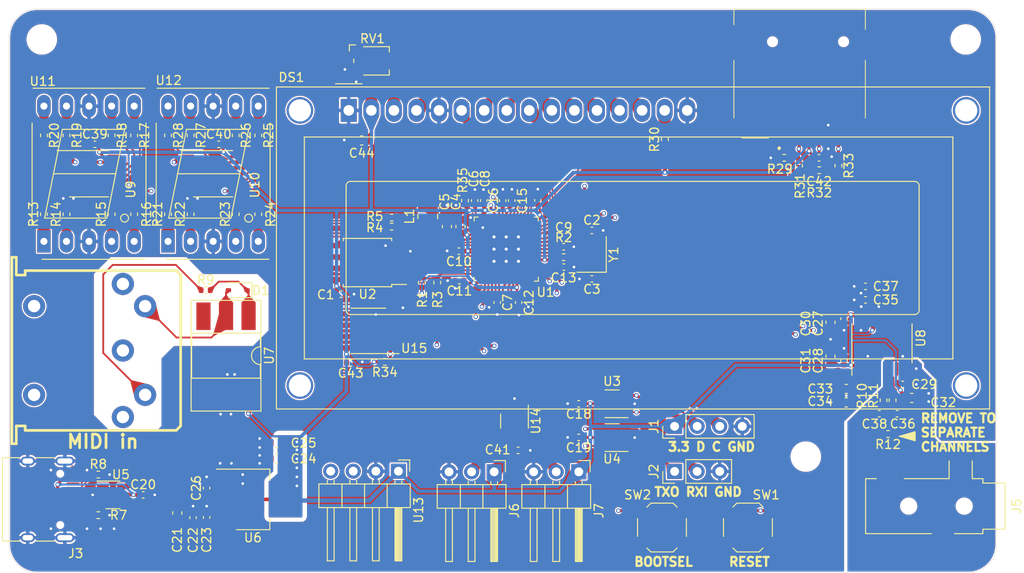
<source format=kicad_pcb>
(kicad_pcb (version 20221018) (generator pcbnew)
  (title_block (title "picoX7 Dedicated Hardware") (date "2025-03-10") (rev "0.1.1a") (company "github.com/GeorgeRudolf/picoX7"))
  (layers (0 "F.Cu" signal) (1 "In1.Cu" signal) (2 "In2.Cu" signal) (31 "B.Cu" signal) (34 "B.Paste" user) (35 "F.Paste" user) (36 "B.SilkS" user "B.Silkscreen") (37 "F.SilkS" user "F.Silkscreen") (38 "B.Mask" user) (39 "F.Mask" user) (44 "Edge.Cuts" user))
  (net 0 "")
  (net 1 "Net-(D1-K)")
  (net 2 "Net-(D1-A)")
  (net 3 "GND")
  (net 4 "/RP2350 Core/XOUT")
  (net 5 "+3V3")
  (net 6 "Net-(C3-Pad1)")
  (net 7 "+1V1")
  (net 8 "Net-(U1-VREG_AVDD)")
  (net 9 "Net-(U8-CAPP)")
  (net 10 "Net-(U8-CAPM)")
  (net 11 "Net-(U8-VNEG)")
  (net 12 "Net-(U8-LDOO)")
  (net 13 "/Audio Output/R_CH")
  (net 14 "/Audio Output/L_CH")
  (net 15 "/SWDAT")
  (net 16 "/SWCLK")
  (net 17 "/DEBUG_TXO")
  (net 18 "/DEBUG_RXI")
  (net 19 "/USB, Power, IO/CC1")
  (net 20 "/USB, Power, IO/Din+")
  (net 21 "/USB, Power, IO/Din-")
  (net 23 "/USB, Power, IO/CC2")
  (net 25 "/RP2350 Core/ADC0")
  (net 26 "+5V")
  (net 27 "/RP2350 Core/ADC1")
  (net 28 "/RP2350 Core/VREG_LX")
  (net 29 "/RP2350 Core/XIN")
  (net 30 "/BOOTSEL")
  (net 31 "/USB+")
  (net 32 "/RP2350 Core/USB_D+")
  (net 33 "/USB-")
  (net 34 "/RP2350 Core/USB_D-")
  (net 35 "Net-(J4-Pad4)")
  (net 36 "Net-(U8-OUTL)")
  (net 37 "Net-(U8-OUTR)")
  (net 38 "/User Interface/E1")
  (net 39 "Net-(U9-Q0)")
  (net 40 "/User Interface/D1")
  (net 41 "Net-(U9-Q1)")
  (net 42 "/User Interface/C1")
  (net 43 "Net-(U9-Q2)")
  (net 44 "/User Interface/DP1")
  (net 45 "Net-(U9-Q3)")
  (net 46 "/User Interface/B1")
  (net 47 "Net-(U9-Q4)")
  (net 48 "/User Interface/A1")
  (net 49 "Net-(U9-Q5)")
  (net 50 "/User Interface/F1")
  (net 51 "Net-(U9-Q6)")
  (net 52 "/User Interface/G1")
  (net 53 "Net-(U10-DSA)")
  (net 54 "/User Interface/E2")
  (net 55 "Net-(U10-Q0)")
  (net 56 "/User Interface/D2")
  (net 57 "Net-(U10-Q1)")
  (net 58 "/User Interface/C2")
  (net 59 "Net-(U10-Q2)")
  (net 60 "/User Interface/DP2")
  (net 61 "Net-(U10-Q3)")
  (net 62 "/User Interface/B2")
  (net 63 "Net-(U10-Q4)")
  (net 64 "/User Interface/A2")
  (net 65 "Net-(U10-Q5)")
  (net 66 "/User Interface/F2")
  (net 67 "Net-(U10-Q6)")
  (net 68 "/User Interface/G2")
  (net 69 "Net-(U10-Q7)")
  (net 70 "/RUN")
  (net 71 "/RP2350 Core/QSPI_SD1")
  (net 72 "/RP2350 Core/QSPI_SD2")
  (net 73 "/RP2350 Core/QSPI_SD0")
  (net 74 "/RP2350 Core/QSPI_SCLK")
  (net 75 "/RP2350 Core/QSPI_SD3")
  (net 77 "/MIDI")
  (net 78 "/Audio Output/I2S_LRCLK")
  (net 79 "/Audio Output/I2S_DAT")
  (net 80 "/Audio Output/I2S_CLK")
  (net 81 "/RP2350 Core/7SEG_SEGDAT")
  (net 82 "/RP2350 Core/7SEG_SHFCLK")
  (net 83 "/RP2350 Core/DISP_SCLK")
  (net 84 "/RP2350 Core/DISP_SDAT")
  (net 85 "Net-(DS1-LED(+))")
  (net 86 "Net-(DS1-VO)")
  (net 87 "/RP2350 Core/DISP_RS")
  (net 88 "/RP2350 Core/DISP_E")
  (net 89 "/RP2350 Core/DISP_D0")
  (net 90 "/RP2350 Core/DISP_D1")
  (net 91 "/RP2350 Core/DISP_D2")
  (net 92 "/RP2350 Core/DISP_D3")
  (net 93 "/RP2350 Core/DISP_D4")
  (net 94 "/RP2350 Core/DISP_D5")
  (net 95 "/RP2350 Core/DISP_D6")
  (net 96 "/RP2350 Core/DISP_D7")
  (net 100 "/RP2350 Core/~{QSPI_SS}")
  (net 101 "/RP2350 Core/SD_CLK")
  (net 102 "/RP2350 Core/~{SPARE_SS}")
  (net 106 "/RP2350 Core/SD_MOSI")
  (net 107 "/RP2350 Core/SD_MISO")
  (net 108 "/RP2350 Core/~{SD_CS}")
  (footprint "Resistor_SMD:R_0402_1005Metric" (layer "F.Cu") (at 66.7766 51.7022 90)
    (fp_text reference "R14")
    (fp_text value "330")
  )
  (footprint "Capacitor_SMD:C_0603_1608Metric" (layer "F.Cu") (at 152.781 67.691 90)
    (fp_text reference "C31")
    (fp_text value "10uF")
  )
  (footprint "Capacitor_SMD:C_0603_1608Metric" (layer "F.Cu") (at 109.601 53.086 90)
    (fp_text reference "C5")
    (fp_text value "4.7uF")
  )
  (footprint "Capacitor_SMD:C_0402_1005Metric" (layer "F.Cu") (at 156.718 59.8186 180)
    (fp_text reference "C37")
    (fp_text value "1uF")
  )
  (footprint "Capacitor_SMD:C_0402_1005Metric" (layer "F.Cu") (at 82.55 85.852 90)
    (fp_text reference "C23")
    (fp_text value "100nF")
  )
  (footprint "Package_SO:TSSOP-14_4.4x5mm_P0.65mm" (layer "F.Cu") (at 83.2866 47.1322)
    (fp_text reference "U10")
    (fp_text value "74HC164")
  )
  (footprint "Capacitor_SMD:C_0402_1005Metric" (layer "F.Cu") (at 117.678907 61.636307 -90)
    (fp_text reference "C12")
    (fp_text value "100nF")
  )
  (footprint "Resistor_SMD:R_0402_1005Metric" (layer "F.Cu") (at 149.225 46.228 -90)
    (fp_text reference "R31")
    (fp_text value "10k")
  )
  (footprint "Connector_PinHeader_2.54mm:PinHeader_1x03_P2.54mm_Horizontal" (layer "F.Cu") (at 114.92 80.715 -90)
    (fp_text reference "J6")
    (fp_text value "Conn_01x03")
  )
  (footprint "Capacitor_SMD:C_0603_1608Metric" (layer "F.Cu") (at 161.925 72.39)
    (fp_text reference "C32")
    (fp_text value "10uF")
  )
  (footprint "Resistor_SMD:R_0402_1005Metric" (layer "F.Cu") (at 158.75 72.646 -90)
    (fp_text reference "R10")
    (fp_text value "470")
  )
  (footprint "Capacitor_SMD:C_0402_1005Metric" (layer "F.Cu") (at 125.9197 53.5198)
    (fp_text reference "C2")
    (fp_text value "22pF")
  )
  (footprint "Resistor_SMD:R_0402_1005Metric" (layer "F.Cu") (at 153.67 46.228 -90)
    (fp_text reference "R33")
    (fp_text value "10k")
  )
  (footprint "Resistor_SMD:R_0402_1005Metric" (layer "F.Cu") (at 134.1374 43.2562 90)
    (fp_text reference "R30")
    (fp_text value "330")
  )
  (footprint "Capacitor_SMD:C_0402_1005Metric" (layer "F.Cu") (at 160.274 74.168)
    (fp_text reference "C36")
    (fp_text value "2.2nF")
  )
  (footprint "Package_SO:TSSOP-20_4.4x6.5mm_P0.65mm" (layer "F.Cu") (at 158.5722 66.233 90)
    (fp_text reference "U8")
    (fp_text value "PCM5100A")
  )
  (footprint "Connector_PinHeader_2.54mm:PinHeader_1x03_P2.54mm_Horizontal" (layer "F.Cu") (at 124.445 80.715 -90)
    (fp_text reference "J7")
    (fp_text value "Conn_01x03")
  )
  (footprint "Resistor_SMD:R_0402_1005Metric" (layer "F.Cu") (at 70.36 81.026)
    (fp_text reference "R8")
    (fp_text value "5k1")
  )
  (footprint "Capacitor_SMD:C_0402_1005Metric" (layer "F.Cu") (at 154.305 68.199 90)
    (fp_text reference "C28")
    (fp_text value "100nF")
  )
  (footprint "Resistor_SMD:R_0402_1005Metric" (layer "F.Cu") (at 82.4484 60.2488 180)
    (fp_text reference "R9")
    (fp_text value "220")
  )
  (footprint "Package_SO:SOIC-8_5.23x5.23mm_P1.27mm" (layer "F.Cu") (at 100.6592 57.1398 180)
    (fp_text reference "U2")
    (fp_text value "W25Q128JVS")
  )
  (footprint "Resistor_SMD:R_0402_1005Metric" (layer "F.Cu") (at 103.378 52.07)
    (fp_text reference "R5")
    (fp_text value "27")
  )
  (footprint "Capacitor_SMD:C_0603_1608Metric" (layer "F.Cu") (at 90.424 77.47 180)
    (fp_text reference "C25")
    (fp_text value "22uF")
  )
  (footprint "Package_TO_SOT_SMD:SOT-23-6" (layer "F.Cu") (at 128.1938 73.0504 180)
    (fp_text reference "U3")
    (fp_text value "USB TVS")
  )
  (footprint "Capacitor_SMD:C_0402_1005Metric" (layer "F.Cu") (at 113.7412 50.1538 90)
    (fp_text reference "C16")
    (fp_text value "100nF")
  )
  (footprint "Package_DIP:DIP-6_W8.89mm_SMDSocket_LongPads" (layer "F.Cu") (at 84.7344 67.63 -90)
    (fp_text reference "U7")
    (fp_text value "H11L1")
  )
  (footprint "Button_Switch_SMD:SW_SPST_TL3342" (layer "F.Cu") (at 133.8072 86.99 180)
    (fp_text reference "SW2")
    (fp_text value "SW_SPST")
  )
  (footprint "Resistor_SMD:R_0402_1005Metric" (layer "F.Cu") (at 103.378 53.086)
    (fp_text reference "R4")
    (fp_text value "27")
  )
  (footprint "Capacitor_SMD:C_0603_1608Metric" (layer "F.Cu") (at 100.0122 43.3832 180)
    (fp_text reference "C44")
    (fp_text value "2.2uF")
  )
  (footprint "Package_TO_SOT_SMD:SOT-23-6" (layer "F.Cu") (at 72.009 83.312)
    (fp_text reference "U5")
    (fp_text value "USB TVS")
  )
  (footprint "Capacitor_SMD:C_0402_1005Metric" (layer "F.Cu") (at 119.8398 50.1344 90)
    (fp_text reference "C14" hide)
    (fp_text value "100nF")
  )
  (footprint "Resistor_SMD:R_0402_1005Metric" (layer "F.Cu") (at 122.7374 56.5326)
    (fp_text reference "R2")
    (fp_text value "1k")
  )
  (footprint "Capacitor_SMD:C_0402_1005Metric" (layer "F.Cu") (at 81.026 85.88 90)
    (fp_text reference "C22")
    (fp_text value "1uF")
  )
  (footprint "Fiducial:Fiducial_0.5mm_Mask1mm" (layer "F.Cu") (at 168 91)
    (fp_text reference "FID3" hide)
    (fp_text value "Fiducial")
  )
  (footprint "Capacitor_SMD:C_0402_1005Metric" (layer "F.Cu") (at 122.7457 55.3618)
    (fp_text reference "C9")
    (fp_text value "100nF")
  )
  (footprint "Package_TO_SOT_SMD:SOT-23-6" (layer "F.Cu") (at 117.206 75 -90)
    (fp_text reference "U14")
    (fp_text value "USB TVS")
  )
  (footprint "Package_SO:SOIC-8_3.9x4.9mm_P1.27mm" (layer "F.Cu") (at 100.7618 64.836 180)
    (fp_text reference "U15")
    (fp_text value "~")
  )
  (footprint "Connector_PinHeader_2.54mm:PinHeader_1x04_P2.54mm_Horizontal" (layer "F.Cu") (at 104.14 80.645 -90)
    (fp_text reference "U13")
    (fp_text value "Waveshare 16x2 I2C LCD (AIP31068L)")
  )
  (footprint "Resistor_SMD:R_0402_1005Metric" (layer "F.Cu") (at 85.8266 51.7022 90)
    (fp_text reference "R23")
    (fp_text value "330")
  )
  (footprint "Resistor_SMD:R_0402_1005Metric" (layer "F.Cu") (at 151.511 46.736 180)
    (fp_text reference "R32")
    (fp_text value "10k")
  )
  (footprint "picoX7:RP2350-QFN-60-1EP_7x7_P0.4mm_EP3.4x3.4mm_ThermalVias" (layer "F.Cu") (at 116.2753 55.6246 90)
    (fp_text reference "U1")
    (fp_text value "RP2350A")
  )
  (footprint "Package_TO_SOT_SMD:SOT-223-3_TabPin2" (layer "F.Cu") (at 87.757 83.82)
    (fp_text reference "U6")
    (fp_text value "AMS1117-3.3")
  )
  (footprint "Resistor_SMD:R_0402_1005Metric" (layer "F.Cu") (at 108.5088 59.3852 -90)
    (fp_text reference "R3")
    (fp_text value "1k")
  )
  (footprint "Fiducial:Fiducial_0.5mm_Mask1mm" (layer "F.Cu") (at 62 36)
    (fp_text reference "FID1" hide)
    (fp_text value "Fiducial")
  )
  (footprint "picoX7:TF01A" (layer "F.Cu") (at 149.3032 35.858 180)
    (fp_text reference "J8" hide)
    (fp_text value "TF003" hide)
  )
  (footprint "Resistor_SMD:R_0402_1005Metric" (layer "F.Cu") (at 106.7816 59.4004 -90)
    (fp_text reference "R1")
    (fp_text value "4k7")
  )
  (footprint "Resistor_SMD:R_0402_1005Metric" (layer "F.Cu") (at 85.8266 42.8122 -90)
    (fp_text reference "R26")
    (fp_text value "330")
  )
  (footprint "Capacitor_SMD:C_0402_1005Metric" (layer "F.Cu") (at 98.778 68.453)
    (fp_text reference "C43")
    (fp_text value "100nF")
  )
  (footprint "Crystal:Crystal_SMD_3225-4Pin_3.2x2.5mm" (layer "F.Cu") (at 125.885 56.2278 90)
    (fp_text reference "Y1")
    (fp_text value "12MHz")
  )
  (footprint "Capacitor_SMD:C_0603_1608Metric" (layer "F.Cu") (at 152.781 63.868 -90)
    (fp_text reference "C30")
    (fp_text value "10uF")
  )
  (footprint "Capacitor_SMD:C_0603_1608Metric" (layer "F.Cu") (at 154.546 72.898 180)
    (fp_text reference "C34")
    (fp_text value "2.2uF")
  )
  (footprint "Inductor_SMD:L_1008_2520Metric_Pad1.43x2.20mm_HandSolder" (layer "F.Cu") (at 107.442 51.943 90)
    (fp_text reference "L1")
    (fp_text value "3.3uH")
  )
  (footprint "Capacitor_SMD:C_0402_1005Metric" (layer "F.Cu") (at 158.27 74.168 180)
    (fp_text reference "C38")
    (fp_text value "2.2nF")
  )
  (footprint "Capacitor_SMD:C_0402_1005Metric" (layer "F.Cu") (at 69.977 43.815 180)
    (fp_text reference "C39")
    (fp_text value "100nF")
  )
  (footprint "Capacitor_SMD:C_0402_1005Metric" (layer "F.Cu") (at 115.8748 50.1624 90)
    (fp_text reference "C8")
    (fp_text value "1uF")
  )
  (footprint "Button_Switch_SMD:SW_SPST_TL3342" (layer "F.Cu") (at 143.485 86.99 180)
    (fp_text reference "SW1")
    (fp_text value "SW_SPST")
  )
  (footprint "Diode_SMD:D_SOD-323" (layer "F.Cu") (at 86.0552 60.2488 180)
    (fp_text reference "D1")
    (fp_text value "1N4148WS")
  )
  (footprint "picoX7:PJ-320" (layer "F.Cu") (at 163.83 84.582 -90)
    (fp_text reference "J5")
    (fp_text value "PJ-320-3P SMT")
  )
  (footprint "Capacitor_SMD:C_0402_1005Metric" (layer "F.Cu") (at 112.7252 50.1538 90)
    (fp_text reference "C6")
    (fp_text value "4.7uF")
  )
  (footprint "Resistor_SMD:R_0402_1005Metric" (layer "F.Cu") (at 159.258 76.454 180)
    (fp_text reference "R12")
    (fp_text value "0")
  )
  (footprint "Capacitor_SMD:C_0603_1608Metric" (layer "F.Cu") (at 90.424 79.248 180)
    (fp_text reference "C24")
    (fp_text value "22uF")
  )
  (footprint "Package_TO_SOT_SMD:SOT-23-6" (layer "F.Cu") (at 128.1938 76.8604 180)
    (fp_text reference "U4")
    (fp_text value "USB TVS")
  )
  (footprint "Connector_PinHeader_2.54mm:PinHeader_1x03_P2.54mm_Vertical" (layer "F.Cu") (at 135.2296 80.6704 90)
    (fp_text reference "J2")
    (fp_text value "Conn_01x03")
  )
  (footprint "Capacitor_SMD:C_0402_1005Metric" (layer "F.Cu") (at 115.2652 61.633 -90)
    (fp_text reference "C7")
    (fp_text value "100nF")
  )
  (footprint "Capacitor_SMD:C_0402_1005Metric" (layer "F.Cu") (at 124.4372 76.835 180)
    (fp_text reference "C19")
    (fp_text value "100nF")
  )
  (footprint "Resistor_SMD:R_0402_1005Metric" (layer "F.Cu") (at 71.8566 42.8122 -90)
    (fp_text reference "R18")
    (fp_text value "330")
  )
  (footprint "Resistor_SMD:R_0402_1005Metric" (layer "F.Cu") (at 78.2066 42.8122 -90)
    (fp_text reference "R28")
    (fp_text value "330")
  )
  (footprint "Capacitor_SMD:C_0402_1005Metric" (layer "F.Cu") (at 156.718 61.3426 180)
    (fp_text reference "C35")
    (fp_text value "100nF")
  )
  (footprint "Capacitor_SMD:C_0402_1005Metric" (layer "F.Cu") (at 117.615 78.302)
    (fp_text reference "C41")
    (fp_text value "100nF")
  )
  (footprint "Capacitor_SMD:C_0402_1005Metric" (layer "F.Cu") (at 110.9472 55.8546 180)
    (fp_text reference "C10")
    (fp_text value "1uF")
  )
  (footprint "Package_SO:TSSOP-14_4.4x5mm_P0.65mm" (layer "F.Cu") (at 69.3166 47.1322)
    (fp_text reference "U9")
    (fp_text value "74HC164")
  )
  (footprint "Resistor_SMD:R_0402_1005Metric" (layer "F.Cu") (at 71.8566 51.7022 90)
    (fp_text reference "R15")
    (fp_text value "330")
  )
  (footprint "Resistor_SMD:R_0402_1005Metric" (layer "F.Cu") (at 74.3966 51.7022 90)
    (fp_text reference "R16")
    (fp_text value "330")
  )
  (footprint "Resistor_SMD:R_0402_1005Metric" (layer "F.Cu") (at 78.2066 51.7022 90)
    (fp_text reference "R21")
    (fp_text value "330")
  )
  (footprint "Capacitor_SMD:C_0402_1005Metric" (layer "F.Cu") (at 82.55 82.55 90)
    (fp_text reference "C26")
    (fp_text value "100nF")
  )
  (footprint "Connector_PinHeader_2.54mm:PinHeader_1x04_P2.54mm_Vertical" (layer "F.Cu") (at 135.2296 75.5904 90)
    (fp_text reference "J1")
    (fp_text value "Conn_01x04")
  )
  (footprint "Resistor_SMD:R_0402_1005Metric" (layer "F.Cu") (at 111.633 50.165 -90)
    (fp_text reference "R35")
    (fp_text value "27")
  )
  (footprint "Resistor_SMD:R_0402_1005Metric" (layer "F.Cu") (at 88.3666 42.8122 -90)
    (fp_text reference "R25")
    (fp_text value "330")
  )
  (footprint "MountingHole:MountingHole_3.2mm_M3" (layer "F.Cu") (at 64 32)
    (fp_text reference "H1" hide)
    (fp_text value "~")
  )
  (footprint "Resistor_SMD:R_0402_1005Metric" (layer "F.Cu") (at 88.3666 51.7022 90)
    (fp_text reference "R24")
    (fp_text value "330")
  )
  (footprint "Resistor_SMD:R_0402_1005Metric" (layer "F.Cu") (at 66.7766 42.8122 -90)
    (fp_text reference "R19")
    (fp_text value "330")
  )
  (footprint "Capacitor_SMD:C_0402_1005Metric" (layer "F.Cu") (at 160.909 70.866)
    (fp_text reference "C29")
    (fp_text value "100nF")
  )
  (footprint "Capacitor_SMD:C_0402_1005Metric" (layer "F.Cu") (at 124.4372 73.0504 180)
    (fp_text reference "C18")
    (fp_text value "100nF")
  )
  (footprint "Capacitor_SMD:C_0402_1005Metric" (layer "F.Cu") (at 116.8934 50.1598 90)
    (fp_text reference "C15")
    (fp_text value "100nF")
  )
  (footprint "Resistor_SMD:R_0402_1005Metric" (layer "F.Cu") (at 70.36 85.598)
    (fp_text reference "R7")
    (fp_text value "5k1")
  )
  (footprint "Capacitor_SMD:C_0402_1005Metric" (layer "F.Cu") (at 122.758907 57.648507)
    (fp_text reference "C13")
    (fp_text value "100nF")
  )
  (footprint "Resistor_SMD:R_0402_1005Metric" (layer "F.Cu") (at 64.2366 42.8122 -90)
    (fp_text reference "R20")
    (fp_text value "330")
  )
  (footprint "Resistor_SMD:R_0402_1005Metric" (layer "F.Cu") (at 80.7466 42.8122 -90)
    (fp_text reference "R27")
    (fp_text value "330")
  )
  (footprint "Capacitor_SMD:C_0603_1608Metric" (layer "F.Cu") (at 111.125 53.086 90)
    (fp_text reference "C4")
    (fp_text value "4.7uF")
  )
  (footprint "Resistor_SMD:R_0402_1005Metric" (layer "F.Cu") (at 102.616 68.326 180)
    (fp_text reference "R34")
    (fp_text value "4k7")
  )
  (footprint "Capacitor_SMD:C_0402_1005Metric" (layer "F.Cu") (at 83.919 43.815 180)
    (fp_text reference "C40")
    (fp_text value "100nF")
  )
  (footprint "Capacitor_SMD:C_0402_1005Metric" (layer "F.Cu") (at 111.0032 59.1742 180)
    (fp_text reference "C11")
    (fp_text value "100nF")
  )
  (footprint "Capacitor_SMD:C_0402_1005Metric" (layer "F.Cu") (at 97.6656 60.706)
    (fp_text reference "C1")
    (fp_text value "100nF")
  )
  (footprint "Potentiometer_SMD:Potentiometer_Bourns_TC33X_Vertical" (layer "F.Cu") (at 101.2174 34.417)
    (fp_text reference "RV1")
    (fp_text value "10k")
  )
  (footprint "Capacitor_SMD:C_0402_1005Metric" (layer "F.Cu") (at 151.483 45.339)
    (fp_text reference "C42")
    (fp_text value "4.7uF")
  )
  (footprint "Resistor_SMD:R_0402_1005Metric" (layer "F.Cu") (at 147.574 45.339)
    (fp_text reference "R29")
    (fp_text value "1M")
  )
  (footprint "Display:WC1602A" (layer "F.Cu") (at 98.552 39.9948)
    (fp_text reference "DS1")
    (fp_text value "WC1602A")
  )
  (footprint "Capacitor_SMD:C_0402_1005Metric" (layer "F.Cu") (at 125.9197 58.9828 180)
    (fp_text reference "C3")
    (fp_text value "22pF")
  )
  (footprint "Display_7Segment:7SegmentLED_LTS6760_LTS6780" (layer "F.Cu") (at 64.2366 54.7522 90)
    (fp_text reference "U11")
    (fp_text value "SM420501N/8")
  )
  (footprint "Capacitor_SMD:C_0402_1005Metric" (layer "F.Cu") (at 75.41 83.312)
    (fp_text reference "C20")
    (fp_text value "100nF")
  )
  (footprint "Resistor_SMD:R_0402_1005Metric" (layer "F.Cu") (at 64.2366 51.7022 90)
    (fp_text reference "R13")
    (fp_text value "330")
  )
  (footprint "picoX7:DIN5-180" (layer "F.Cu") (at 70.1294 67.0458 -90)
    (fp_text reference "J4" hide)
    (fp_text value "MIDI in")
  )
  (footprint "Connector_USB:USB_C_Receptacle_HRO_TYPE-C-31-M-12" (layer "F.Cu") (at 63.4691 83.82 -90)
    (fp_text reference "J3")
    (fp_text value "USB_DATA")
  )
  (footprint "Capacitor_SMD:C_0603_1608Metric" (layer "F.Cu") (at 79.248 85.344 90)
    (fp_text reference "C21")
    (fp_text value "10uF")
  )
  (footprint "Resistor_SMD:R_0402_1005Metric" (layer "F.Cu") (at 159.766 72.646 -90)
    (fp_text reference "R11")
    (fp_text value "470")
  )
  (footprint "Display_7Segment:7SegmentLED_LTS6760_LTS6780" (layer "F.Cu") (at 78.2066 54.7522 90)
    (fp_text reference "U12")
    (fp_text value "SM420501N/8")
  )
  (footprint "Resistor_SMD:R_0402_1005Metric" (layer "F.Cu") (at 74.3966 42.8122 -90)
    (fp_text reference "R17")
    (fp_text value "330")
  )
  (footprint "Capacitor_SMD:C_0402_1005Metric" (layer "F.Cu") (at 154.305 63.472 -90)
    (fp_text reference "C27")
    (fp_text value "100nF")
  )
  (footprint "MountingHole:MountingHole_3.2mm_M3" (layer "F.Cu") (at 168 32)
    (fp_text reference "H2" hide)
    (fp_text value "~")
  )
  (footprint "Capacitor_SMD:C_0603_1608Metric" (layer "F.Cu") (at 154.559 71.374)
    (fp_text reference "C33")
    (fp_text value "2.2uF")
  )
  (footprint "Resistor_SMD:R_0402_1005Metric" (layer "F.Cu") (at 80.7466 51.7022 90)
    (fp_text reference "R22")
    (fp_text value "330")
  )
  (footprint "Fiducial:Fiducial_0.5mm_Mask1mm" (layer "F.Cu") (at 163 31)
    (fp_text reference "FID2" hide)
    (fp_text value "Fiducial")
  )
  (footprint "MountingHole:MountingHole_3.2mm_M3" (layer "F.Cu") (at 150 79)
    (fp_text reference "H3" hide)
    (fp_text value "~")
  )
  (gr_poly (pts (xy 112.522 32.8676) (xy 112.544484 32.873603) (xy 112.564111 32.882602) (xy 112.580862 32.89457) (xy 112.594719 32.909479) (xy 112.605661 32.927303) (xy 112.613669 32.948014) (xy 112.618723 32.971586) (xy 112.620805 32.99799) (xy 112.619895 33.027201) (xy 112.615973 33.059191) (xy 112.609021 33.093932) (xy 112.599018 33.131398) (xy 112.585946 33.171562) (xy 112.569785 33.214396) (xy 112.550515 33.259873) (xy 112.528118 33.307966) (xy 112.473863 33.411893) (xy 112.406865 33.525958) (xy 112.365692 33.590294) (xy 112.319829 33.654185) (xy 112.269667 33.717438) (xy 112.2156 33.779855) (xy 112.158022 33.841241) (xy 112.097325 33.9014) (xy 112.033905 33.960137) (xy 111.968153 34.017256) (xy 111.831228 34.125857) (xy 111.689699 34.225636) (xy 111.546713 34.315029) (xy 111.405417 34.392469) (xy 111.268958 34.45639) (xy 111.203525 34.482792) (xy 111.140482 34.505227) (xy 111.080222 34.523499) (xy 111.023138 34.537413) (xy 110.969623 34.546774) (xy 110.920072 34.551384) (xy 110.874877 34.551049) (xy 110.834431 34.545573) (xy 110.799129 34.53476) (xy 110.769363 34.518415) (xy 110.745527 34.496341) (xy 110.728014 34.468343) (xy 110.717218 34.434225) (xy 110.713531 34.393792) (xy 110.716065 34.374857) (xy 110.723505 34.351952) (xy 110.752144 34.295214) (xy 110.797526 34.225546) (xy 110.857729 34.144918) (xy 110.930831 34.055298) (xy 111.014908 33.958655) (xy 111.10804 33.856959) (xy 111.208302 33.752177) (xy 111.313774 33.646279) (xy 111.422532 33.541234) (xy 111.532654 33.43901) (xy 111.642219 33.341577) (xy 111.749303 33.250903) (xy 111.851984 33.168957) (xy 111.94834 33.097708) (xy 112.036448 33.039125) (xy 112.144322 32.978317) (xy 112.194305 32.952869) (xy 112.241624 32.930687) (xy 112.286262 32.911746) (xy 112.328198 32.896017) (xy 112.367413 32.883475) (xy 112.403888 32.874091) (xy 112.437604 32.867839) (xy 112.46854 32.864691) (xy 112.496679 32.864621)) (fill solid) (layer "F.Cu"))
  (gr_poly (pts (xy 115.019067 30.849266) (xy 115.045962 30.851334) (xy 115.072873 30.854927) (xy 115.099783 30.860048) (xy 115.126678 30.866697) (xy 115.153542 30.874877) (xy 115.18036 30.88459) (xy 115.207115 30.895837) (xy 115.233793 30.908622) (xy 115.260378 30.922945) (xy 115.286855 30.938809) (xy 115.313207 30.956215) (xy 115.33942 30.975165) (xy 115.365478 30.995662) (xy 115.391365 31.017708) (xy 115.415302 31.040834) (xy 115.437505 31.064558) (xy 115.457975 31.088855) (xy 115.476714 31.113702) (xy 115.493725 31.139077) (xy 115.509009 31.164955) (xy 115.522569 31.191314) (xy 115.534406 31.21813) (xy 115.544522 31.24538) (xy 115.552919 31.273041) (xy 115.559599 31.30109) (xy 115.564564 31.329503) (xy 115.567816 31.358257) (xy 115.569357 31.387329) (xy 115.569189 31.416695) (xy 115.567313 31.446333) (xy 115.563732 31.476219) (xy 115.558448 31.506329) (xy 115.551462 31.536642) (xy 115.542777 31.567132) (xy 115.532394 31.597777) (xy 115.520316 31.628555) (xy 115.506544 31.65944) (xy 115.49108 31.690411) (xy 115.473926 31.721444) (xy 115.455085 31.752516) (xy 115.434557 31.783603) (xy 115.412346 31.814683) (xy 115.362878 31.876725) (xy 115.306698 31.938458) (xy 115.247779 31.994643) (xy 115.218771 32.020229) (xy 115.190054 32.044147) (xy 115.161625 32.066398) (xy 115.133476 32.086984) (xy 115.105603 32.105908) (xy 115.077999 32.12317) (xy 115.050659 32.138774) (xy 115.023576 32.152722) (xy 114.996745 32.165014) (xy 114.970161 32.175653) (xy 114.943816 32.184641) (xy 114.917706 32.19198) (xy 114.891825 32.197672) (xy 114.866167 32.201719) (xy 114.840726 32.204122) (xy 114.815495 32.204884) (xy 114.790471 32.204006) (xy 114.765646 32.201491) (xy 114.741014 32.197341) (xy 114.716571 32.191557) (xy 114.69231 32.184141) (xy 114.668225 32.175095) (xy 114.644311 32.164422) (xy 114.620561 32.152122) (xy 114.596971 32.138199) (xy 114.573533 32.122654) (xy 114.550243 32.105488) (xy 114.527094 32.086705) (xy 114.504081 32.066305) (xy 114.481198 32.044292) (xy 114.456269 32.01828) (xy 114.433079 31.991848) (xy 114.411629 31.965009) (xy 114.391922 31.937776) (xy 114.373958 31.910164) (xy 114.35774 31.882185) (xy 114.343271 31.853854) (xy 114.330551 31.825184) (xy 114.319583 31.796188) (xy 114.310369 31.76688) (xy 114.30291 31.737273) (xy 114.297209 31.707382) (xy 114.296888 31.70492) (xy 114.629349 31.70492) (xy 114.629902 31.729251) (xy 114.63165 31.752583) (xy 114.63461 31.77475) (xy 114.638803 31.795587) (xy 114.644248 31.814931) (xy 114.650964 31.832616) (xy 114.65897 31.848477) (xy 114.668287 31.86235) (xy 114.678933 31.874069) (xy 114.690928 31.883472) (xy 114.704291 31.890391) (xy 114.719041 31.894664) (xy 114.735198 31.896125) (xy 114.750683 31.894966) (xy 114.767302 31.891564) (xy 114.784948 31.886035) (xy 114.803514 31.878493) (xy 114.822895 31.869051) (xy 114.842982 31.857825) (xy 114.884853 31.830475) (xy 114.928274 31.797358) (xy 114.972393 31.759389) (xy 115.016356 31.717482) (xy 115.059312 31.672552) (xy 115.100408 31.625514) (xy 115.138791 31.577281) (xy 115.173608 31.52877) (xy 115.204006 31.480895) (xy 115.229134 31.434569) (xy 115.239455 31.412274) (xy 115.248138 31.390709) (xy 115.255077 31.369989) (xy 115.260166 31.350228) (xy 115.263297 31.331541) (xy 115.264364 31.314042) (xy 115.26384 31.29764) (xy 115.262279 31.282173) (xy 115.259699 31.267643) (xy 115.256117 31.254056) (xy 115.25155 31.241414) (xy 115.246017 31.229721) (xy 115.239534 31.218982) (xy 115.232118 31.209201) (xy 115.223789 31.20038) (xy 115.214561 31.192525) (xy 115.204454 31.185638) (xy 115.193485 31.179724) (xy 115.181671 31.174787) (xy 115.169029 31.170831) (xy 115.155578 31.167859) (xy 115.141333 31.165875) (xy 115.126314 31.164883) (xy 115.110537 31.164888) (xy 115.09402 31.165892) (xy 115.076779 31.167901) (xy 115.0402 31.174944) (xy 115.000939 31.186049) (xy 114.959136 31.201247) (xy 114.914929 31.220569) (xy 114.868459 31.244046) (xy 114.819865 31.271708) (xy 114.80142 31.283742) (xy 114.7838 31.297906) (xy 114.767025 31.314034) (xy 114.751115 31.331963) (xy 114.736088 31.351527) (xy 114.721964 31.372563) (xy 114.708763 31.394904) (xy 114.696503 31.418387) (xy 114.685205 31.442846) (xy 114.674887 31.468117) (xy 114.665569 31.494036) (xy 114.65727 31.520437) (xy 114.65001 31.547156) (xy 114.643808 31.574028) (xy 114.638684 31.600889) (xy 114.634657 31.627573) (xy 114.631745 31.653916) (xy 114.629969 31.679753) (xy 114.629349 31.70492) (xy 114.296888 31.70492) (xy 114.293268 31.677219) (xy 114.291088 31.646799) (xy 114.290672 31.616135) (xy 114.292021 31.58524) (xy 114.295138 31.554127) (xy 114.300023 31.522812) (xy 114.30668 31.491306) (xy 114.31511 31.459625) (xy 114.325315 31.42778) (xy 114.337297 31.395786) (xy 114.351059 31.363657) (xy 114.366601 31.331405) (xy 114.383925 31.299045) (xy 114.403035 31.26659) (xy 114.423931 31.234053) (xy 114.446616 31.201449) (xy 114.49736 31.136091) (xy 114.555282 31.070625) (xy 114.579247 31.045573) (xy 114.603506 31.02201) (xy 114.628045 30.99994) (xy 114.652847 30.979364) (xy 114.677897 30.960285) (xy 114.70318 30.942703) (xy 114.728679 30.926621) (xy 114.754381 30.91204) (xy 114.780268 30.898964) (xy 114.806326 30.887393) (xy 114.832539 30.87733) (xy 114.858891 30.868777) (xy 114.885367 30.861735) (xy 114.911952 30.856207) (xy 114.93863 30.852194) (xy 114.965386 30.849698) (xy 114.992203 30.848722)) (fill solid) (layer "F.Cu"))
  (gr_poly (pts (xy 122.916115 30.467375) (xy 123.185473 30.626063) (xy 123.441809 30.774457) (xy 123.679045 30.909208) (xy 123.891105 31.026969) (xy 124.07191 31.124389) (xy 124.215385 31.198121) (xy 124.271224 31.225057) (xy 124.315451 31.244816) (xy 124.347307 31.256978) (xy 124.366031 31.261125) (xy 124.383661 31.257585) (xy 124.412313 31.247193) (xy 124.500143 31.207216) (xy 124.624435 31.143923) (xy 124.780105 31.060042) (xy 124.962068 30.958301) (xy 125.10469 30.876259) (xy 125.861642 30.876259) (xy 125.869135 30.892444) (xy 125.89043 30.907513) (xy 125.924613 30.921466) (xy 126.027994 30.946023) (xy 126.171978 30.966114) (xy 126.349262 30.981741) (xy 126.552544 30.992904) (xy 127.007897 31.001833) (xy 127.47962 30.992904) (xy 127.703366 30.981741) (xy 127.909299 30.966114) (xy 128.090118 30.946023) (xy 128.238519 30.921466) (xy 128.347203 30.892444) (xy 128.384368 30.876259) (xy 128.408865 30.858958) (xy 128.422885 30.841835) (xy 128.42875 30.826154) (xy 128.425748 30.811868) (xy 128.413164 30.798931) (xy 128.390287 30.787296) (xy 128.356403 30.776917) (xy 128.310799 30.767747) (xy 128.252761 30.759739) (xy 128.096533 30.747027) (xy 127.882014 30.738408) (xy 127.603499 30.733509) (xy 127.255282 30.731958) (xy 127.094024 30.732454) (xy 126.943508 30.733943) (xy 126.803566 30.736423) (xy 126.674026 30.739896) (xy 126.554718 30.744361) (xy 126.445471 30.749818) (xy 126.346116 30.756267) (xy 126.25648 30.763708) (xy 126.176395 30.772142) (xy 126.105688 30.781568) (xy 126.044191 30.791986) (xy 125.991731 30.803396) (xy 125.948139 30.815798) (xy 125.929615 30.822371) (xy 125.913244 30.829193) (xy 125.899005 30.836262) (xy 125.886876 30.843579) (xy 125.876836 30.851145) (xy 125.868864 30.858958) (xy 125.861642 30.876259) (xy 125.10469 30.876259) (xy 125.165239 30.84143) (xy 125.384533 30.712156) (xy 125.614865 30.573208) (xy 125.684943 30.532787) (xy 126.429169 30.532787) (xy 126.442623 30.544476) (xy 126.508206 30.565436) (xy 126.619491 30.583171) (xy 126.76944 30.597682) (xy 127.157179 30.61703) (xy 127.615115 30.623479) (xy 128.086941 30.61703) (xy 128.516352 30.597682) (xy 128.697555 30.583171) (xy 128.84704 30.565436) (xy 128.957767 30.544476) (xy 129.022699 30.520292) (xy 129.036827 30.506894) (xy 129.039593 30.500563) (xy 129.039483 30.494474) (xy 129.030605 30.483015) (xy 129.010131 30.472501) (xy 128.977998 30.462918) (xy 128.934146 30.454249) (xy 128.811032 30.439594) (xy 128.640293 30.428411) (xy 128.421433 30.420577) (xy 128.153956 30.415967) (xy 127.837366 30.414458) (xy 127.553765 30.416401) (xy 127.292985 30.422065) (xy 127.058994 30.431202) (xy 126.953285 30.436994) (xy 126.855761 30.443563) (xy 126.766919 30.450875) (xy 126.687254 30.4589) (xy 126.617264 30.467608) (xy 126.557443 30.476966) (xy 126.508288 30.486945) (xy 126.470296 30.497513) (xy 126.45564 30.503008) (xy 126.443961 30.508639) (xy 126.435321 30.514401) (xy 126.429781 30.520292) (xy 126.429169 30.532787) (xy 125.684943 30.532787) (xy 126.085327 30.301845) (xy 126.242627 30.213375) (xy 127.011864 30.213375) (xy 127.016838 30.226764) (xy 127.031811 30.23913) (xy 127.056861 30.250442) (xy 127.092066 30.260669) (xy 127.137503 30.269779) (xy 127.193248 30.277743) (xy 127.335979 30.290104) (xy 127.520877 30.297504) (xy 127.748563 30.299695) (xy 128.019658 30.296429) (xy 128.334781 30.287458) (xy 129.657697 30.255708) (xy 129.657697 31.377542) (xy 132.462282 31.345792) (xy 133.552366 31.335704) (xy 134.028699 31.334816) (xy 134.444012 31.336531) (xy 134.786895 31.340727) (xy 135.045938 31.34728) (xy 135.209732 31.356065) (xy 135.252344 31.361256) (xy 135.263205 31.364044) (xy 135.266865 31.366958) (xy 135.26662 31.370057) (xy 135.265891 31.373395) (xy 135.263041 31.380746) (xy 135.258424 31.388934) (xy 135.252148 31.397882) (xy 135.244322 31.407511) (xy 135.235054 31.417746) (xy 135.224452 31.428508) (xy 135.212626 31.439719) (xy 135.199684 31.451302) (xy 135.185734 31.46318) (xy 135.170885 31.475275) (xy 135.155245 31.487509) (xy 135.122028 31.512086) (xy 135.08695 31.536291) (xy 134.820837 31.734378) (xy 134.303452 32.138715) (xy 132.867094 33.283864) (xy 131.482331 34.407186) (xy 131.029439 34.784238) (xy 130.853616 34.944125) (xy 130.852955 34.948062) (xy 130.854898 34.951933) (xy 130.866349 34.959462) (xy 130.887474 34.966682) (xy 130.917777 34.97356) (xy 131.003932 34.986169) (xy 131.120844 34.997042) (xy 131.264546 35.00593) (xy 131.431068 35.012586) (xy 131.616441 35.016761) (xy 131.816698 35.018208) (xy 132.800947 35.007625) (xy 135.097532 33.176708) (xy 137.383533 31.335209) (xy 137.383533 30.096958) (xy 132.197697 30.096958) (xy 130.926561 30.098488) (xy 129.84704 30.103242) (xy 128.952315 30.111469) (xy 128.235562 30.123416) (xy 127.689963 30.139333) (xy 127.479213 30.148857) (xy 127.308694 30.159466) (xy 127.177552 30.171191) (xy 127.084935 30.184064) (xy 127.02999 30.198115) (xy 127.016378 30.205592) (xy 127.011864 30.213375) (xy 126.242627 30.213375) (xy 126.513125 30.06124) (xy 126.696452 29.960843) (xy 126.851626 29.878181) (xy 126.972818 29.816603) (xy 127.054198 29.779458) (xy 127.203895 29.756679) (xy 127.507628 29.736133) (xy 128.562323 29.702729) (xy 130.188518 29.681232) (xy 132.356447 29.673625) (xy 137.372947 29.673625) (xy 137.574033 29.938208) (xy 137.597339 29.967555) (xy 137.61959 29.999848) (xy 137.640726 30.034807) (xy 137.660683 30.072154) (xy 137.6794 30.111609) (xy 137.696815 30.152893) (xy 137.712866 30.195727) (xy 137.727491 30.239833) (xy 137.740627 30.284931) (xy 137.752213 30.330742) (xy 137.762187 30.376988) (xy 137.770487 30.423388) (xy 137.77705 30.469664) (xy 137.781815 30.515537) (xy 137.784719 30.560728) (xy 137.785701 30.604958) (xy 137.785956 30.757597) (xy 137.7808 30.896392) (xy 137.767305 31.024863) (xy 137.742538 31.146527) (xy 137.703571 31.264905) (xy 137.647474 31.383515) (xy 137.571315 31.505877) (xy 137.472166 31.63551) (xy 137.347097 31.775933) (xy 137.193176 31.930665) (xy 137.007474 32.103226) (xy 136.787062 32.297134) (xy 136.230383 32.76307) (xy 135.4997 33.356625) (xy 134.671222 34.020895) (xy 133.951886 34.590906) (xy 133.65733 34.821032) (xy 133.419081 35.004152) (xy 133.246812 35.132454) (xy 133.188444 35.173607) (xy 133.150198 35.198125) (xy 133.08399 35.231311) (xy 132.99459 35.263196) (xy 132.885098 35.293468) (xy 132.758615 35.321818) (xy 132.618241 35.347935) (xy 132.467077 35.37151) (xy 132.308223 35.392232) (xy 132.144781 35.409792) (xy 131.979851 35.423879) (xy 131.816532 35.434183) (xy 131.657927 35.440394) (xy 131.507135 35.442203) (xy 131.367257 35.439299) (xy 131.241394 35.431372) (xy 131.132646 35.418112) (xy 131.044114 35.399208) (xy 131.017855 35.392046) (xy 130.990805 35.382589) (xy 130.963166 35.371024) (xy 130.93514 35.357537) (xy 130.906927 35.342313) (xy 130.87873 35.325539) (xy 130.85075 35.3074) (xy 130.823188 35.288083) (xy 130.796247 35.267775) (xy 130.770127 35.24666) (xy 130.74503 35.224925) (xy 130.721159 35.202755) (xy 130.698713 35.180338) (xy 130.677895 35.157859) (xy 130.658906 35.135504) (xy 130.641948 35.113459) (xy 130.619777 35.077275) (xy 130.601 35.043757) (xy 130.585789 35.012348) (xy 130.579574 34.99726) (xy 130.574314 34.98249) (xy 130.570031 34.967967) (xy 130.566746 34.953623) (xy 130.56448 34.939388) (xy 130.563255 34.925191) (xy 130.563092 34.910963) (xy 130.564012 34.896634) (xy 130.566037 34.882135) (xy 130.569188 34.867396) (xy 130.573485 34.852346) (xy 130.578952 34.836917) (xy 130.585608 34.821038) (xy 130.593475 34.80464) (xy 130.602575 34.787653) (xy 130.612929 34.770006) (xy 130.637483 34.732458) (xy 130.667308 34.691438) (xy 130.702575 34.646386) (xy 130.743454 34.596746) (xy 130.790115 34.541958) (xy 130.876291 34.449706) (xy 131.011208 34.319874) (xy 131.188045 34.15854) (xy 131.39998 33.971781) (xy 131.640193 33.765675) (xy 131.901862 33.546298) (xy 132.178165 33.319728) (xy 132.462282 33.092042) (xy 132.997733 32.652006) (xy 133.235072 32.454499) (xy 133.443886 32.278448) (xy 133.617973 32.128689) (xy 133.751133 32.010061) (xy 133.800427 31.963932) (xy 133.837164 31.927399) (xy 133.860568 31.901068) (xy 133.867028 31.891916) (xy 133.869864 31.885541) (xy 133.863744 31.877639) (xy 133.840122 31.869821) (xy 133.744539 31.854536) (xy 133.38915 31.82601) (xy 132.870298 31.801454) (xy 132.254584 31.782354) (xy 131.608607 31.7702) (xy 130.99897 31.766479) (xy 130.492272 31.77268) (xy 130.155115 31.790292) (xy 130.127995 31.791324) (xy 130.10026 31.790485) (xy 130.071974 31.78783) (xy 130.043204 31.783408) (xy 130.014015 31.777274) (xy 129.984474 31.769479) (xy 129.954646 31.760076) (xy 129.924597 31.749116) (xy 129.864099 31.722738) (xy 129.803508 31.690763) (xy 129.743352 31.65361) (xy 129.684157 31.611698) (xy 129.62645 31.565445) (xy 129.570758 31.51527) (xy 129.517609 31.461591) (xy 129.467529 31.404827) (xy 129.421046 31.345396) (xy 129.378687 31.283718) (xy 129.340979 31.22021) (xy 129.324034 31.187901) (xy 129.308449 31.155292) (xy 129.181449 30.837792) (xy 127.826782 31.642125) (xy 127.646258 31.751069) (xy 127.481438 31.85189) (xy 127.331904 31.944897) (xy 127.197238 32.030401) (xy 127.07702 32.108711) (xy 126.970833 32.180139) (xy 126.878257 32.244992) (xy 126.836943 32.275051) (xy 126.798874 32.303583) (xy 126.763999 32.330627) (xy 126.732266 32.356221) (xy 126.703621 32.380404) (xy 126.678013 32.403215) (xy 126.65539 32.424693) (xy 126.635698 32.444877) (xy 126.618886 32.463805) (xy 126.604902 32.481516) (xy 126.593692 32.498048) (xy 126.585205 32.513441) (xy 126.579389 32.527734) (xy 126.576191 32.540964) (xy 126.575558 32.553171) (xy 126.577439 32.564394) (xy 126.581781 32.574671) (xy 126.588531 32.584042) (xy 126.639485 32.626478) (xy 126.748109 32.703269) (xy 127.111084 32.942552) (xy 127.622887 33.267163) (xy 128.228948 33.642375) (xy 128.52385 33.820067) (xy 128.786351 33.980938) (xy 129.017784 34.126276) (xy 129.122267 34.193521) (xy 129.219482 34.257366) (xy 129.309598 34.317971) (xy 129.392779 34.375496) (xy 129.469194 34.430103) (xy 129.539008 34.481952) (xy 129.602389 34.531204) (xy 129.659502 34.578021) (xy 129.710515 34.622562) (xy 129.755595 34.66499) (xy 129.794907 34.705464) (xy 129.828619 34.744145) (xy 129.856897 34.781195) (xy 129.879908 34.816774) (xy 129.897818 34.851043) (xy 129.910795 34.884162) (xy 129.919004 34.916294) (xy 129.922613 34.947598) (xy 129.921788 34.978235) (xy 129.916696 35.008366) (xy 129.907504 35.038153) (xy 129.894377 35.067756) (xy 129.877484 35.097335) (xy 129.85699 35.127052) (xy 129.833061 35.157067) (xy 129.805866 35.187541) (xy 129.775759 35.219449) (xy 129.744102 35.247837) (xy 129.709593 35.272908) (xy 129.670928 35.294863) (xy 129.626807 35.313903) (xy 129.575926 35.330231) (xy 129.516984 35.344046) (xy 129.448678 35.355552) (xy 129.369706 35.364949) (xy 129.278766 35.37244) (xy 129.055772 35.382506) (xy 128.769277 35.387364) (xy 128.408865 35.388625) (xy 127.202365 35.388625) (xy 126.263947 34.834441) (xy 127.014738 34.834441) (xy 127.01526 34.837754) (xy 127.016477 34.84116) (xy 127.01838 34.844659) (xy 127.02096 34.848254) (xy 127.02811 34.855737) (xy 127.037848 34.863618) (xy 127.050098 34.87191) (xy 127.064782 34.880624) (xy 127.092578 34.894381) (xy 127.131878 34.907827) (xy 127.18203 34.920901) (xy 127.242383 34.933541) (xy 127.391087 34.957271) (xy 127.572782 34.978521) (xy 127.782257 34.996794) (xy 128.014305 35.011594) (xy 128.263716 35.022425) (xy 128.525281 35.028792) (xy 128.713451 35.032249) (xy 128.881683 35.034621) (xy 129.030879 35.035814) (xy 129.161935 35.035737) (xy 129.220943 35.035192) (xy 129.275753 35.034295) (xy 129.326478 35.033034) (xy 129.37323 35.031396) (xy 129.416122 35.029371) (xy 129.455266 35.026947) (xy 129.490775 35.024112) (xy 129.522761 35.020854) (xy 129.551336 35.017163) (xy 129.576613 35.013025) (xy 129.598704 35.008431) (xy 129.617722 35.003367) (xy 129.626113 35.000656) (xy 129.633778 34.997823) (xy 129.640731 34.994867) (xy 129.646986 34.991786) (xy 129.652557 34.98858) (xy 129.657458 34.985246) (xy 129.661703 34.981783) (xy 129.665306 34.97819) (xy 129.668281 34.974465) (xy 129.670642 34.970607) (xy 129.672403 34.966615) (xy 129.673579 34.962486) (xy 129.674183 34.958219) (xy 129.67423 34.953814) (xy 129.673732 34.949268) (xy 129.672706 34.94458) (xy 129.671164 34.939749) (xy 129.66912 34.934772) (xy 129.666589 34.92965) (xy 129.663585 34.92438) (xy 129.656213 34.91339) (xy 129.647116 34.901792) (xy 129.626295 34.880943) (xy 129.599118 34.862001) (xy 129.564934 34.844888) (xy 129.523092 34.829527) (xy 129.47294 34.815841) (xy 129.413827 34.803751) (xy 129.345103 34.793181) (xy 129.266115 34.784052) (xy 129.074748 34.76981) (xy 128.834514 34.760405) (xy 128.540207 34.755216) (xy 128.186616 34.753625) (xy 127.997749 34.755749) (xy 127.82761 34.758214) (xy 127.675578 34.761113) (xy 127.541033 34.764539) (xy 127.423355 34.768585) (xy 127.321924 34.773345) (xy 127.236121 34.77891) (xy 127.198885 34.782024) (xy 127.165324 34.785375) (xy 127.135359 34.788973) (xy 127.108914 34.792832) (xy 127.08591 34.796961) (xy 127.06627 34.801374) (xy 127.049917 34.806081) (xy 127.036773 34.811094) (xy 127.026761 34.816425) (xy 127.022905 34.819213) (xy 127.019803 34.822086) (xy 127.017445 34.825043) (xy 127.015821 34.828087) (xy 127.014922 34.831219) (xy 127.014738 34.834441) (xy 126.263947 34.834441) (xy 125.858281 34.594875) (xy 125.770649 34.544082) (xy 126.53979 34.544082) (xy 126.539844 34.54653) (xy 126.540627 34.548984) (xy 126.544379 34.553906) (xy 126.551045 34.558843) (xy 126.560626 34.563791) (xy 126.573121 34.568748) (xy 126.588531 34.573708) (xy 126.666418 34.589004) (xy 126.784984 34.602812) (xy 126.938278 34.614636) (xy 127.120344 34.623979) (xy 127.325231 34.630346) (xy 127.546984 34.63324) (xy 127.779652 34.632165) (xy 128.01728 34.626625) (xy 128.172736 34.622406) (xy 128.313882 34.617675) (xy 128.441045 34.612417) (xy 128.55455 34.606616) (xy 128.654722 34.600257) (xy 128.741887 34.593325) (xy 128.816371 34.585803) (xy 128.84896 34.581817) (xy 128.878499 34.577677) (xy 128.905032 34.573382) (xy 128.928597 34.568931) (xy 128.949237 34.56432) (xy 128.96699 34.559549) (xy 128.981899 34.554615) (xy 128.994004 34.549516) (xy 129.003346 34.54425) (xy 129.009965 34.538816) (xy 129.012266 34.536035) (xy 129.013902 34.533212) (xy 129.014877 34.530345) (xy 129.015197 34.527434) (xy 129.014867 34.524481) (xy 129.013892 34.521483) (xy 129.012277 34.518441) (xy 129.010027 34.515355) (xy 129.003643 34.509049) (xy 128.99478 34.502563) (xy 128.983479 34.495894) (xy 128.969781 34.489041) (xy 128.940713 34.477634) (xy 128.901444 34.467234) (xy 128.794164 34.449519) (xy 128.651662 34.436022) (xy 128.477657 34.426865) (xy 128.275871 34.422172) (xy 128.050024 34.422069) (xy 127.803838 34.426679) (xy 127.541032 34.436125) (xy 127.394064 34.442321) (xy 127.258754 34.448982) (xy 127.135103 34.456077) (xy 127.02311 34.463576) (xy 126.922775 34.471446) (xy 126.834098 34.479657) (xy 126.757079 34.488179) (xy 126.691719 34.496979) (xy 126.638016 34.506028) (xy 126.615537 34.510635) (xy 126.595972 34.515293) (xy 126.579322 34.519998) (xy 126.565587 34.524745) (xy 126.554766 34.529531) (xy 126.546859 34.534351) (xy 126.541867 34.539203) (xy 126.540464 34.541639) (xy 126.53979 34.544082) (xy 125.770649 34.544082) (xy 125.5845 34.436187) (xy 125.322996 34.287793) (xy 125.080096 34.153042) (xy 124.994852 34.106987) (xy 125.808383 34.106987) (xy 125.808663 34.110775) (xy 125.809527 34.114651) (xy 125.812977 34.122669) (xy 125.818668 34.131047) (xy 125.826532 34.139792) (xy 125.850068 34.156162) (xy 125.886335 34.171537) (xy 125.993405 34.199282) (xy 126.140443 34.222996) (xy 126.320145 34.242649) (xy 126.52521 34.258208) (xy 126.748336 34.269644) (xy 127.219563 34.280021) (xy 127.675411 34.27353) (xy 127.879313 34.263882) (xy 128.057465 34.249924) (xy 128.202564 34.231626) (xy 128.30731 34.208955) (xy 128.342268 34.195971) (xy 128.3644 34.181882) (xy 128.372791 34.166684) (xy 128.366531 34.150375) (xy 128.348636 34.133133) (xy 128.322586 34.117116) (xy 128.288164 34.102308) (xy 128.245154 34.088694) (xy 128.193338 34.076258) (xy 128.132499 34.064985) (xy 127.982885 34.045864) (xy 127.794576 34.031209) (xy 127.565835 34.020894) (xy 127.294927 34.014797) (xy 126.980114 34.012792) (xy 126.803913 34.013171) (xy 126.644052 34.014342) (xy 126.500004 34.016349) (xy 126.371242 34.019241) (xy 126.257239 34.023062) (xy 126.157468 34.02786) (xy 126.071401 34.033682) (xy 126.033342 34.036991) (xy 125.998511 34.040573) (xy 125.966843 34.044434) (xy 125.938272 34.04858) (xy 125.912732 34.053017) (xy 125.890156 34.05775) (xy 125.87048 34.062786) (xy 125.853636 34.068129) (xy 125.83956 34.073787) (xy 125.828186 34.079764) (xy 125.819447 34.086067) (xy 125.813277 34.092701) (xy 125.811135 34.096145) (xy 125.809611 34.099673) (xy 125.808697 34.103287) (xy 125.808383 34.106987) (xy 124.994852 34.106987) (xy 124.862125 34.035281) (xy 124.675408 33.937861) (xy 124.52627 33.864129) (xy 124.467769 33.837193) (xy 124.421036 33.817434) (xy 124.38686 33.805272) (xy 124.366031 33.801125) (xy 124.345203 33.805272) (xy 124.311027 33.817434) (xy 124.205793 33.864129) (xy 124.056655 33.937861) (xy 123.869938 34.035281) (xy 123.651967 34.153042) (xy 123.409067 34.287793) (xy 122.873783 34.594875) (xy 121.529698 35.388625) (xy 120.312615 35.388625) (xy 120.103439 35.388441) (xy 119.91913 35.387653) (xy 119.757765 35.385904) (xy 119.617422 35.382837) (xy 119.554533 35.380698) (xy 119.496179 35.378096) (xy 119.442119 35.374986) (xy 119.392113 35.371324) (xy 119.345921 35.367065) (xy 119.303302 35.362164) (xy 119.264016 35.356578) (xy 119.227823 35.35026) (xy 119.194483 35.343168) (xy 119.163755 35.335256) (xy 119.135398 35.32648) (xy 119.109174 35.316795) (xy 119.084841 35.306156) (xy 119.062159 35.29452) (xy 119.040888 35.281841) (xy 119.020787 35.268074) (xy 119.001616 35.253176) (xy 118.983135 35.237102) (xy 118.965104 35.219807) (xy 118.947282 35.201246) (xy 118.929429 35.181376) (xy 118.911305 35.160151) (xy 118.873282 35.113459) (xy 118.763214 34.975875) (xy 119.074365 34.975875) (xy 119.081655 34.987135) (xy 119.102924 34.997127) (xy 119.183774 35.013433) (xy 119.309676 35.025058) (xy 119.473389 35.032264) (xy 119.885292 35.034476) (xy 120.361563 35.022177) (xy 120.844283 34.997476) (xy 121.275533 34.962481) (xy 121.453757 34.941782) (xy 121.597394 34.9193) (xy 121.699204 34.895298) (xy 121.732162 34.882811) (xy 121.751948 34.870042) (xy 121.763048 34.854781) (xy 121.764351 34.840731) (xy 121.755483 34.827858) (xy 121.736074 34.816133) (xy 121.70575 34.805523) (xy 121.66414 34.795999) (xy 121.610872 34.78753) (xy 121.545574 34.780083) (xy 121.377398 34.768136) (xy 121.156636 34.759909) (xy 120.880312 34.755154) (xy 120.545449 34.753625) (xy 120.321382 34.754028) (xy 120.120648 34.755361) (xy 119.94202 34.757811) (xy 119.860614 34.759512) (xy 119.784275 34.761562) (xy 119.712851 34.763985) (xy 119.646188 34.766802) (xy 119.584133 34.770039) (xy 119.526534 34.773717) (xy 119.473236 34.77786) (xy 119.424088 34.782491) (xy 119.378935 34.787634) (xy 119.337625 34.793312) (xy 119.300005 34.799548) (xy 119.265921 34.806366) (xy 119.235221 34.813788) (xy 119.207752 34.821838) (xy 119.18336 34.830539) (xy 119.161892 34.839914) (xy 119.152206 34.844862) (xy 119.143195 34.849987) (xy 119.134838 34.855292) (xy 119.127116 34.860781) (xy 119.12001 34.866456) (xy 119.113502 34.872319) (xy 119.107572 34.878374) (xy 119.1022 34.884625) (xy 119.097368 34.891072) (xy 119.093057 34.897721) (xy 119.089247 34.904572) (xy 119.085919 34.911631) (xy 119.083055 34.918898) (xy 119.080635 34.926378) (xy 119.077049 34.941985) (xy 119.07501 34.958477) (xy 119.074365 34.975875) (xy 118.763214 34.975875) (xy 118.661614 34.848875) (xy 118.195948 35.113459) (xy 118.081389 35.176829) (xy 117.968055 35.231984) (xy 117.856178 35.27889) (xy 117.745991 35.317519) (xy 117.637726 35.347837) (xy 117.584388 35.359871) (xy 117.531617 35.369815) (xy 117.479442 35.377667) (xy 117.427894 35.383421) (xy 117.377001 35.387076) (xy 117.326792 35.388625) (xy 117.277296 35.388066) (xy 117.228542 35.385395) (xy 117.18056 35.380608) (xy 117.133377 35.373701) (xy 117.087025 35.36467) (xy 117.04153 35.353511) (xy 116.996924 35.34022) (xy 116.953233 35.324794) (xy 116.910489 35.307229) (xy 116.868719 35.28752) (xy 116.827953 35.265664) (xy 116.78822 35.241657) (xy 116.749549 35.215495) (xy 116.711969 35.187175) (xy 116.675509 35.156691) (xy 116.640198 35.124041) (xy 116.354448 34.859459) (xy 115.857031 35.134625) (xy 115.729664 35.201716) (xy 115.605553 35.260095) (xy 115.484728 35.30973) (xy 115.367221 35.350591) (xy 115.309722 35.367721) (xy 115.253063 35.382646) (xy 115.197249 35.395361) (xy 115.142284 35.405864) (xy 115.088172 35.41415) (xy 115.034916 35.420215) (xy 114.982521 35.424055) (xy 114.93099 35.425667) (xy 114.880327 35.425046) (xy 114.830536 35.422189) (xy 114.781621 35.417091) (xy 114.733586 35.40975) (xy 114.686434 35.400161) (xy 114.64017 35.38832) (xy 114.594798 35.374223) (xy 114.550321 35.357867) (xy 114.506743 35.339247) (xy 114.464068 35.31836) (xy 114.422299 35.295202) (xy 114.381442 35.269769) (xy 114.341499 35.242057) (xy 114.302475 35.212062) (xy 114.264374 35.17978) (xy 114.227198 35.145208) (xy 113.930865 34.859459) (xy 113.676865 35.124041) (xy 113.650481 35.15143) (xy 113.623059 35.17795) (xy 113.5948 35.203479) (xy 113.565905 35.227891) (xy 113.536576 35.251062) (xy 113.507015 35.27287) (xy 113.477422 35.293189) (xy 113.448 35.311896) (xy 113.41895 35.328866) (xy 113.390474 35.343977) (xy 113.362773 35.357102) (xy 113.336048 35.36812) (xy 113.310502 35.376905) (xy 113.286336 35.383333) (xy 113.26375 35.387281) (xy 113.253114 35.388286) (xy 113.242948 35.388625) (xy 113.223465 35.387252) (xy 113.202798 35.383222) (xy 113.181065 35.376669) (xy 113.158385 35.367727) (xy 113.134875 35.356529) (xy 113.110654 35.343209) (xy 113.060551 35.310738) (xy 113.009022 35.271384) (xy 112.957012 35.226216) (xy 112.905467 35.176305) (xy 112.855334 35.122719) (xy 112.807556 35.066528) (xy 112.763081 35.008803) (xy 112.722853 34.950613) (xy 112.705784 34.922555) (xy 113.042441 34.922555) (xy 113.042475 34.95026) (xy 113.044345 34.975214) (xy 113.04806 34.997376) (xy 113.053629 35.01671) (xy 113.061062 35.033175) (xy 113.070369 35.046734) (xy 113.08156 35.057347) (xy 113.094644 35.064976) (xy 113.109632 35.069581) (xy 113.126531 35.071125) (xy 113.157809 35.068854) (xy 113.188233 35.061885) (xy 113.217945 35.049987) (xy 113.247082 35.032926) (xy 113.275786 35.01047) (xy 113.304195 34.982386) (xy 113.332449 34.948442) (xy 113.360688 34.908406) (xy 113.38905 34.862045) (xy 113.417677 34.809125) (xy 113.446706 34.749416) (xy 113.476278 34.682683) (xy 113.494873 34.637209) (xy 114.311865 34.637209) (xy 114.312909 34.663683) (xy 114.316007 34.689508) (xy 114.3211 34.714654) (xy 114.328132 34.739094) (xy 114.337049 34.762797) (xy 114.347793 34.785734) (xy 114.360308 34.807877) (xy 114.374538 34.829197) (xy 114.390427 34.849664) (xy 114.407918 34.869249) (xy 114.426956 34.887923) (xy 114.447484 34.905657) (xy 114.469447 34.922423) (xy 114.492787 34.93819) (xy 114.543375 34.966615) (xy 114.598801 34.990698) (xy 114.658614 35.010209) (xy 114.722364 35.024913) (xy 114.789603 35.034579) (xy 114.859881 35.038974) (xy 114.932747 35.037866) (xy 115.007753 35.031021) (xy 115.084448 35.018208) (xy 115.166374 34.998041) (xy 115.256159 34.969984) (xy 115.35199 34.935074) (xy 115.452054 34.89435) (xy 115.554536 34.848852) (xy 115.657623 34.799617) (xy 115.7595 34.747685) (xy 115.858354 34.694094) (xy 115.952372 34.639883) (xy 116.039739 34.58609) (xy 116.118641 34.533755) (xy 116.151062 34.510208) (xy 116.746031 34.510208) (xy 116.748518 34.574453) (xy 116.755881 34.634242) (xy 116.767972 34.689581) (xy 116.784644 34.740478) (xy 116.80575 34.786942) (xy 116.831142 34.828979) (xy 116.860674 34.866599) (xy 116.894198 34.899807) (xy 116.931566 34.928613) (xy 116.972632 34.953024) (xy 117.017248 34.973047) (xy 117.065268 34.988691) (xy 117.116542 34.999963) (xy 117.170925 35.006871) (xy 117.228269 35.009422) (xy 117.288427 35.007625) (xy 117.351252 35.001487) (xy 117.416595 34.991016) (xy 117.484311 34.97622) (xy 117.554251 34.957106) (xy 117.700216 34.905957) (xy 117.853313 34.83763) (xy 118.012363 34.752189) (xy 118.176187 34.649693) (xy 118.293268 34.566135) (xy 119.697815 34.566135) (xy 119.699113 34.573708) (xy 119.703081 34.580819) (xy 119.719385 34.593704) (xy 119.74744 34.6049) (xy 119.78796 34.614515) (xy 119.841657 34.622656) (xy 119.991436 34.634955) (xy 120.202482 34.642665) (xy 120.480502 34.646655) (xy 120.831199 34.647792) (xy 121.08617 34.645849) (xy 121.331096 34.640185) (xy 121.559898 34.631048) (xy 121.7665 34.618687) (xy 121.944825 34.60335) (xy 122.021484 34.594642) (xy 122.088795 34.585284) (xy 122.145999 34.575305) (xy 122.192334 34.564737) (xy 122.227043 34.553611) (xy 122.239799 34.547849) (xy 122.249364 34.541958) (xy 122.261656 34.5303) (xy 122.26364 34.524657) (xy 122.262863 34.519138) (xy 122.253062 34.508472) (xy 122.232333 34.498302) (xy 122.200751 34.488628) (xy 122.158394 34.479451) (xy 122.041667 34.462583) (xy 121.882773 34.447701) (xy 121.68233 34.434802) (xy 121.44096 34.423888) (xy 121.159281 34.414958) (xy 120.85439 34.409501) (xy 120.717029 34.408633) (xy 120.589435 34.409005) (xy 120.471391 34.410617) (xy 120.362679 34.41347) (xy 120.263083 34.417563) (xy 120.172385 34.422896) (xy 120.09037 34.429469) (xy 120.016819 34.437282) (xy 119.951515 34.446336) (xy 119.894242 34.45663) (xy 119.844783 34.468164) (xy 119.80292 34.480938) (xy 119.768436 34.494953) (xy 119.753893 34.502425) (xy 119.741115 34.510208) (xy 119.717545 34.530938) (xy 119.702874 34.549544) (xy 119.697815 34.566135) (xy 118.293268 34.566135) (xy 118.343609 34.530207) (xy 118.513449 34.393792) (xy 118.572907 34.341954) (xy 118.630196 34.287783) (xy 118.685252 34.231488) (xy 118.738013 34.173278) (xy 118.788419 34.113363) (xy 118.836405 34.051952) (xy 118.881912 33.989254) (xy 118.924875 33.925479) (xy 118.965235 33.860836) (xy 119.002927 33.795534) (xy 119.037892 33.729782) (xy 119.070065 33.66379) (xy 119.099387 33.597767) (xy 119.125793 33.531922) (xy 119.149223 33.466465) (xy 119.169615 33.401604) (xy 119.186906 33.33755) (xy 119.201034 33.274511) (xy 119.211938 33.212697) (xy 119.219555 33.152317) (xy 119.223823 33.09358) (xy 119.224681 33.036696) (xy 119.222066 32.981874) (xy 119.215916 32.929323) (xy 119.20617 32.879252) (xy 119.192765 32.831871) (xy 119.17564 32.78739) (xy 119.154731 32.746016) (xy 119.129978 32.70796) (xy 119.101319 32.673431) (xy 119.06869 32.642639) (xy 119.032031 32.615792) (xy 119.015061 32.60528) (xy 118.995984 32.595571) (xy 118.952015 32.578543) (xy 118.901132 32.564678) (xy 118.844342 32.553945) (xy 118.782654 32.546313) (xy 118.717074 32.54175) (xy 118.648611 32.540225) (xy 118.578271 32.541708) (xy 118.507064 32.546168) (xy 118.435996 32.553573) (xy 118.366075 32.563893) (xy 118.298309 32.577096) (xy 118.233706 32.593152) (xy 118.173273 32.61203) (xy 118.118018 32.633698) (xy 118.068949 32.658125) (xy 117.947703 32.730433) (xy 117.826751 32.815408) (xy 117.707133 32.911575) (xy 117.589887 33.017462) (xy 117.476051 33.131598) (xy 117.366665 33.252507) (xy 117.262767 33.378719) (xy 117.165396 33.50876) (xy 117.07559 33.641158) (xy 116.994388 33.774439) (xy 116.922829 33.907131) (xy 116.861952 34.037762) (xy 116.812794 34.164857) (xy 116.776396 34.286945) (xy 116.763306 34.345651) (xy 116.753795 34.402553) (xy 116.747994 34.457467) (xy 116.746031 34.510208) (xy 116.151062 34.510208) (xy 116.187264 34.483915) (xy 116.243796 34.437611) (xy 116.26696 34.416109) (xy 116.286421 34.395879) (xy 116.301952 34.377053) (xy 116.313326 34.35976) (xy 116.320317 34.34413) (xy 116.322698 34.330292) (xy 116.32245 34.306133) (xy 116.32121 34.285354) (xy 116.318233 34.26811) (xy 116.312776 34.254555) (xy 116.308885 34.24921) (xy 116.304095 34.244845) (xy 116.298312 34.24148) (xy 116.291444 34.239135) (xy 116.283398 34.237828) (xy 116.274081 34.237579) (xy 116.251261 34.240334) (xy 116.222239 34.247553) (xy 116.186272 34.259392) (xy 116.142616 34.276006) (xy 116.090526 34.29755) (xy 115.958069 34.356047) (xy 115.782948 34.436125) (xy 115.708669 34.468375) (xy 115.636683 34.497669) (xy 115.567055 34.52403) (xy 115.499844 34.547478) (xy 115.435114 34.568034) (xy 115.372927 34.585721) (xy 115.313344 34.600559) (xy 115.256428 34.612569) (xy 115.20224 34.621774) (xy 115.150842 34.628194) (xy 115.102297 34.63185) (xy 115.056667 34.632764) (xy 115.014013 34.630958) (xy 114.974398 34.626452) (xy 114.937884 34.619268) (xy 114.904532 34.609427) (xy 114.874404 34.596951) (xy 114.847563 34.58186) (xy 114.824071 34.564177) (xy 114.80399 34.543922) (xy 114.787381 34.521117) (xy 114.774307 34.495783) (xy 114.764829 34.467941) (xy 114.759011 34.437613) (xy 114.756912 34.40482) (xy 114.758597 34.369584) (xy 114.764126 34.331925) (xy 114.773562 34.291865) (xy 114.786967 34.249425) (xy 114.804403 34.204627) (xy 114.825931 34.157492) (xy 114.851614 34.108041) (xy 114.894932 34.032855) (xy 114.92969 33.981) (xy 115.498769 33.981) (xy 115.499132 33.99244) (xy 115.501611 34.00241) (xy 115.506245 34.010946) (xy 115.513073 34.018083) (xy 115.522133 34.023856) (xy 115.533465 34.0283) (xy 115.547106 34.031449) (xy 115.563096 34.033338) (xy 115.581473 34.034003) (xy 115.602277 34.033478) (xy 115.651318 34.028997) (xy 115.710529 34.020176) (xy 115.78022 34.007293) (xy 115.8607 33.990627) (xy 115.952281 33.970458) (xy 116.04942 33.947348) (xy 116.134575 33.925479) (xy 116.207917 33.904602) (xy 116.240211 33.894457) (xy 116.269616 33.884468) (xy 116.296153 33.874603) (xy 116.319843 33.864831) (xy 116.340708 33.855121) (xy 116.358768 33.845442) (xy 116.374046 33.835763) (xy 116.386562 33.826053) (xy 116.396339 33.816281) (xy 116.403396 33.806416) (xy 116.407756 33.796427) (xy 116.40944 33.786283) (xy 116.408468 33.775953) (xy 116.404864 33.765406) (xy 116.398647 33.754611) (xy 116.389839 33.743537) (xy 116.378461 33.732152) (xy 116.364535 33.720427) (xy 116.348082 33.708329) (xy 116.329124 33.695829) (xy 116.307681 33.682894) (xy 116.283775 33.669495) (xy 116.22866 33.641176) (xy 116.163948 33.610625) (xy 116.049206 33.558308) (xy 116.002725 33.537862) (xy 115.962369 33.521493) (xy 115.94422 33.514901) (xy 115.927283 33.509404) (xy 115.91145 33.505026) (xy 115.896616 33.501794) (xy 115.882672 33.499733) (xy 115.869514 33.498867) (xy 115.857034 33.499222) (xy 115.845125 33.500823) (xy 115.833682 33.503695) (xy 115.822597 33.507864) (xy 115.811764 33.513354) (xy 115.801076 33.520191) (xy 115.790427 33.5284) (xy 115.779711 33.538006) (xy 115.768819 33.549035) (xy 115.757647 33.561511) (xy 115.746088 33.575461) (xy 115.734034 33.590908) (xy 115.708017 33.626396) (xy 115.645365 33.716458) (xy 115.603 33.778144) (xy 115.567395 33.83242) (xy 115.53886 33.879565) (xy 115.517703 33.919857) (xy 115.509989 33.93752) (xy 115.504236 33.953576) (xy 115.500483 33.968057) (xy 115.498769 33.981) (xy 114.92969 33.981) (xy 114.952094 33.947576) (xy 115.021069 33.854266) (xy 115.099827 33.754988) (xy 115.186336 33.651803) (xy 115.278565 33.546773) (xy 115.374485 33.441961) (xy 115.472063 33.339427) (xy 115.569269 33.241234) (xy 115.664072 33.149444) (xy 115.754441 33.066118) (xy 115.838345 32.993319) (xy 115.913754 32.933108) (xy 115.978636 32.887548) (xy 116.006495 32.870906) (xy 116.030961 32.858699) (xy 116.05178 32.851187) (xy 116.068698 32.848625) (xy 116.076572 32.848964) (xy 116.084315 32.849971) (xy 116.091918 32.851634) (xy 116.099373 32.853937) (xy 116.106674 32.856869) (xy 116.113812 32.860415) (xy 116.120779 32.864562) (xy 116.127568 32.869296) (xy 116.134171 32.874603) (xy 116.14058 32.880471) (xy 116.152786 32.893831) (xy 116.164124 32.90927) (xy 116.174531 32.926677) (xy 116.183947 32.945945) (xy 116.192308 32.966964) (xy 116.199553 32.989627) (xy 116.20562 33.013824) (xy 116.210447 33.039448) (xy 116.213971 33.066389) (xy 116.216131 33.09454) (xy 116.216865 33.123792) (xy 116.217019 33.139418) (xy 116.21748 33.154544) (xy 116.218243 33.169167) (xy 116.219304 33.183282) (xy 116.22066 33.196885) (xy 116.222306 33.209972) (xy 116.22424 33.222541) (xy 116.226456 33.234586) (xy 116.228951 33.246104) (xy 116.231722 33.257091) (xy 116.234763 33.267543) (xy 116.238073 33.277457) (xy 116.241645 33.286828) (xy 116.245478 33.295652) (xy 116.249566 33.303926) (xy 116.253906 33.311646) (xy 116.258495 33.318808) (xy 116.263327 33.325407) (xy 116.2684 33.331441) (xy 116.273709 33.336905) (xy 116.27925 33.341796) (xy 116.285021 33.346109) (xy 116.291016 33.349841) (xy 116.297232 33.352987) (xy 116.303665 33.355544) (xy 116.310311 33.357509) (xy 116.317167 33.358876) (xy 116.324228 33.359643) (xy 116.33149 33.359805) (xy 116.338951 33.359359) (xy 116.346605 33.3583) (xy 116.354448 33.356625) (xy 116.370316 33.349453) (xy 116.386136 33.339928) (xy 116.401864 33.328179) (xy 116.417452 33.314333) (xy 116.432854 33.298518) (xy 116.448024 33.280862) (xy 116.477479 33.240539) (xy 116.505447 33.194387) (xy 116.531553 33.143429) (xy 116.555428 33.088688) (xy 116.576698 33.031188) (xy 116.594992 32.971951) (xy 116.609936 32.912001) (xy 116.621161 32.852361) (xy 116.628292 32.794055) (xy 116.630959 32.738105) (xy 116.628788 32.685534) (xy 116.625773 32.660836) (xy 116.621409 32.637366) (xy 116.61565 32.615253) (xy 116.608449 32.594625) (xy 116.577651 32.534403) (xy 116.537311 32.48827) (xy 116.488119 32.455616) (xy 116.430764 32.435833) (xy 116.365937 32.428314) (xy 116.294328 32.432449) (xy 116.216626 32.447629) (xy 116.133521 32.473247) (xy 116.045703 32.508694) (xy 115.953863 32.553361) (xy 115.858689 32.60664) (xy 115.760872 32.667923) (xy 115.560068 32.812064) (xy 115.356969 32.980917) (xy 115.157095 33.169613) (xy 114.965964 33.373286) (xy 114.789096 33.587066) (xy 114.63201 33.806086) (xy 114.56261 33.91604) (xy 114.500225 34.025478) (xy 114.445545 34.133793) (xy 114.39926 34.240375) (xy 114.362059 34.344616) (xy 114.334633 34.445908) (xy 114.317672 34.543641) (xy 114.311865 34.637209) (xy 113.494873 34.637209) (xy 113.506532 34.608696) (xy 113.537607 34.52722) (xy 113.569644 34.438024) (xy 113.602782 34.340875) (xy 113.648071 34.218092) (xy 113.703158 34.082906) (xy 113.765934 33.939783) (xy 113.834292 33.793188) (xy 113.906122 33.647584) (xy 113.979317 33.507437) (xy 114.051767 33.377213) (xy 114.121365 33.261375) (xy 114.152469 33.20797) (xy 114.182178 33.155107) (xy 114.210336 33.103082) (xy 114.236789 33.052189) (xy 114.261382 33.002722) (xy 114.28396 32.954975) (xy 114.304367 32.909244) (xy 114.322448 32.865823) (xy 114.338049 32.825006) (xy 114.351015 32.787089) (xy 114.36119 32.752365) (xy 114.36842 32.721129) (xy 114.372549 32.693676) (xy 114.373402 32.68146) (xy 114.373422 32.6703) (xy 114.372589 32.660233) (xy 114.370885 32.651296) (xy 114.368288 32.643525) (xy 114.364782 32.636958) (xy 114.333406 32.588731) (xy 114.302294 32.551775) (xy 114.270718 32.526942) (xy 114.254527 32.519338) (xy 114.237947 32.515085) (xy 114.220886 32.514288) (xy 114.203254 32.517056) (xy 114.184959 32.523494) (xy 114.16591 32.533709) (xy 114.125186 32.565895) (xy 114.080355 32.614469) (xy 114.030686 32.680281) (xy 113.975451 32.764186) (xy 113.913923 32.867035) (xy 113.845371 32.989681) (xy 113.684285 33.297776) (xy 113.486365 33.695292) (xy 113.412211 33.850269) (xy 113.344585 33.997496) (xy 113.283563 34.13666) (xy 113.229223 34.267453) (xy 113.181642 34.389565) (xy 113.140897 34.502684) (xy 113.107067 34.606502) (xy 113.080229 34.700708) (xy 113.069456 34.74411) (xy 113.06046 34.784993) (xy 113.053251 34.823317) (xy 113.047838 34.859045) (xy 113.044232 34.892137) (xy 113.042441 34.922555) (xy 112.705784 34.922555) (xy 112.687819 34.893027) (xy 112.658924 34.837116) (xy 112.647075 34.810122) (xy 112.637114 34.783949) (xy 112.629162 34.758728) (xy 112.623335 34.734595) (xy 112.619752 34.711683) (xy 112.618532 34.690125) (xy 112.617927 34.654938) (xy 112.615679 34.62493) (xy 112.611137 34.600316) (xy 112.607802 34.590101) (xy 112.603649 34.581315) (xy 112.598597 34.573987) (xy 112.592564 34.568143) (xy 112.58547 34.56381) (xy 112.577232 34.561016) (xy 112.567769 34.559788) (xy 112.557 34.560153) (xy 112.544844 34.562138) (xy 112.531219 34.565771) (xy 112.499236 34.578085) (xy 112.460402 34.597314) (xy 112.414063 34.623674) (xy 112.359571 34.657383) (xy 112.296272 34.698657) (xy 112.223517 34.747713) (xy 112.047031 34.870042) (xy 111.997259 34.905851) (xy 111.943534 34.941706) (xy 111.886367 34.977407) (xy 111.82627 35.012751) (xy 111.763754 35.047537) (xy 111.699332 35.081564) (xy 111.566813 35.146531) (xy 111.432805 35.206042) (xy 111.301402 35.258483) (xy 111.237957 35.281549) (xy 111.176697 35.302243) (xy 111.118135 35.320363) (xy 111.062781 35.335708) (xy 110.98166 35.357035) (xy 110.908414 35.377835) (xy 110.842237 35.398821) (xy 110.782323 35.420706) (xy 110.727866 35.444203) (xy 110.678061 35.470025) (xy 110.65465 35.484032) (xy 110.6321 35.498887) (xy 110.610309 35.51468) (xy 110.589177 35.5315) (xy 110.568604 35.549436) (xy 110.548487 35.568578) (xy 110.528727 35.589014) (xy 110.509223 35.610833) (xy 110.47058 35.65898) (xy 110.43175 35.713732) (xy 110.391928 35.7758) (xy 110.350308 35.845899) (xy 110.306083 35.924742) (xy 110.258448 36.013042) (xy 110.225871 36.068909) (xy 110.191806 36.125118) (xy 110.156501 36.181264) (xy 110.120203 36.236945) (xy 110.083162 36.291759) (xy 110.045624 36.3453) (xy 110.007838 36.397168) (xy 109.970052 36.446958) (xy 109.932514 36.494268) (xy 109.895473 36.538694) (xy 109.859175 36.579834) (xy 109.82387 36.617284) (xy 109.789805 36.650641) (xy 109.757228 36.679502) (xy 109.726387 36.703464) (xy 109.711696 36.713483) (xy 109.697531 36.722125) (xy 109.656012 36.75003) (xy 109.618384 36.774215) (xy 109.584073 36.794679) (xy 109.552507 36.811422) (xy 109.537573 36.818398) (xy 109.52311 36.824444) (xy 109.509047 36.82956) (xy 109.495311 36.833746) (xy 109.481831 36.837002) (xy 109.468535 36.839327) (xy 109.455351 36.840722) (xy 109.442208 36.841187) (xy 109.429035 36.840722) (xy 109.415758 36.839327) (xy 109.402307 36.837002) (xy 109.38861 36.833746) (xy 109.374595 36.82956) (xy 109.36019 36.824444) (xy 109.345324 36.818398) (xy 109.329926 36.811422) (xy 109.297243 36.794679) (xy 109.261568 36.774215) (xy 109.222328 36.75003) (xy 109.178948 36.722125) (xy 109.149815 36.701555) (xy 109.122001 36.679605) (xy 109.095581 36.656385) (xy 109.070634 36.632001) (xy 109.047238 36.606563) (xy 109.025469 36.58018) (xy 109.005406 36.55296) (xy 108.987125 36.52501) (xy 108.970705 36.496441) (xy 108.956223 36.46736) (xy 108.943756 36.437876) (xy 108.933382 36.408098) (xy 108.928689 36.390959) (xy 109.258977 36.390959) (xy 109.260477 36.399212) (xy 109.263615 36.404625) (xy 109.279739 36.419135) (xy 109.296367 36.430913) (xy 109.313507 36.439954) (xy 109.331166 36.446255) (xy 109.349352 36.449813) (xy 109.368073 36.450622) (xy 109.387337 36.44868) (xy 109.407151 36.443982) (xy 109.427523 36.436524) (xy 109.448461 36.426303) (xy 109.492066 36.397556) (xy 109.538027 36.357708) (xy 109.586406 36.306729) (xy 109.637266 36.244588) (xy 109.690669 36.171254) (xy 109.746676 36.086696) (xy 109.805349 35.990883) (xy 109.866751 35.883783) (xy 109.930943 35.765367) (xy 109.997988 35.635602) (xy 110.067948 35.494458) (xy 110.114689 35.398482) (xy 110.159601 35.309064) (xy 110.202591 35.226312) (xy 110.243565 35.150335) (xy 110.282431 35.081241) (xy 110.319095 35.019138) (xy 110.353465 34.964137) (xy 110.385448 34.916344) (xy 110.400515 34.895184) (xy 110.41495 34.875868) (xy 110.428742 34.858408) (xy 110.441879 34.842818) (xy 110.454349 34.829112) (xy 110.466141 34.817303) (xy 110.477243 34.807405) (xy 110.487643 34.799431) (xy 110.497331 34.793395) (xy 110.506293 34.78931) (xy 110.51452 34.78719) (xy 110.521998 34.787049) (xy 110.525453 34.787725) (xy 110.528716 34.7889) (xy 110.531787 34.790577) (xy 110.534664 34.792757) (xy 110.539828 34.798633) (xy 110.544198 34.806542) (xy 110.553062 34.828494) (xy 110.563763 34.84871) (xy 110.576278 34.867189) (xy 110.590583 34.883932) (xy 110.606655 34.898939) (xy 110.624472 34.91221) (xy 110.64401 34.923744) (xy 110.665245 34.933542) (xy 110.688154 34.941603) (xy 110.712715 34.947928) (xy 110.766696 34.95537) (xy 110.827002 34.955866) (xy 110.893448 34.949417) (xy 110.965847 34.936022) (xy 111.044013 34.915682) (xy 111.127759 34.888397) (xy 111.216901 34.854167) (xy 111.311252 34.812991) (xy 111.410626 34.76487) (xy 111.514837 34.709803) (xy 111.623698 34.647792) (xy 111.712471 34.595464) (xy 111.80008 34.539852) (xy 111.886357 34.481206) (xy 111.971129 34.419774) (xy 112.135481 34.289558) (xy 112.291771 34.151202) (xy 112.438636 34.006707) (xy 112.57471 33.858072) (xy 112.69863 33.707298) (xy 112.809032 33.556385) (xy 112.90455 33.407332) (xy 112.946302 33.334128) (xy 112.983822 33.26214) (xy 113.016939 33.191616) (xy 113.045482 33.122807) (xy 113.069282 33.055963) (xy 113.088167 32.991334) (xy 113.101967 32.929171) (xy 113.110512 32.869722) (xy 113.11363 32.813238) (xy 113.111152 32.759969) (xy 113.102907 32.710165) (xy 113.088725 32.664075) (xy 113.068434 32.621951) (xy 113.041865 32.584042) (xy 113.015111 32.554894) (xy 112.98646 32.528962) (xy 112.955937 32.506235) (xy 112.923567 32.486704) (xy 112.889376 32.470358) (xy 112.853388 32.457189) (xy 112.815629 32.447186) (xy 112.776124 32.44034) (xy 112.734898 32.436641) (xy 112.691977 32.436079) (xy 112.647385 32.438645) (xy 112.601148 32.444329) (xy 112.503838 32.465013) (xy 112.40025 32.498052) (xy 112.290585 32.54337) (xy 112.175044 32.600888) (xy 112.05383 32.67053) (xy 111.927142 32.752217) (xy 111.795184 32.845873) (xy 111.658156 32.95142) (xy 111.51626 33.068779) (xy 111.369698 33.197875) (xy 110.893448 33.642375) (xy 111.179198 33.081458) (xy 111.208204 33.024092) (xy 111.235629 32.967316) (xy 111.261379 32.911469) (xy 111.285362 32.856893) (xy 111.307485 32.80393) (xy 111.327654 32.75292) (xy 111.345777 32.704205) (xy 111.361761 32.658125) (xy 111.375512 32.615022) (xy 111.386937 32.575236) (xy 111.395945 32.539109) (xy 111.40244 32.506982) (xy 111.406332 32.479195) (xy 111.407525 32.456091) (xy 111.407081 32.446401) (xy 111.405928 32.438009) (xy 111.404055 32.430959) (xy 111.401448 32.425292) (xy 111.367435 32.376093) (xy 111.350184 32.35631) (xy 111.332739 32.339778) (xy 111.315077 32.326524) (xy 111.297175 32.316577) (xy 111.27901 32.309968) (xy 111.260557 32.306725) (xy 111.241795 32.306877) (xy 111.222699 32.310454) (xy 111.203247 32.317483) (xy 111.183415 32.327995) (xy 111.16318 32.342019) (xy 111.142518 32.359583) (xy 111.099823 32.405448) (xy 111.055144 32.465824) (xy 111.008294 32.540944) (xy 110.959088 32.631039) (xy 110.907339 32.736342) (xy 110.852862 32.857087) (xy 110.79547 32.993505) (xy 110.734977 33.145829) (xy 110.671198 33.314292) (xy 110.601332 33.487697) (xy 110.51311 33.693473) (xy 110.410005 33.924301) (xy 110.29549 34.172864) (xy 110.04612 34.693928) (xy 109.91821 34.951794) (xy 109.792781 35.198125) (xy 109.674112 35.427506) (xy 109.565736 35.644113) (xy 109.47001 35.843109) (xy 109.389292 36.019656) (xy 109.355297 36.098) (xy 109.325937 36.168918) (xy 109.301507 36.231806) (xy 109.282301 36.286059) (xy 109.268614 36.331071) (xy 109.260742 36.36624) (xy 109.259077 36.379943) (xy 109.258977 36.390959) (xy 108.928689 36.390959) (xy 108.925178 36.378133) (xy 108.919222 36.348091) (xy 108.915592 36.31808) (xy 108.914365 36.288208) (xy 108.917783 36.255608) (xy 108.927821 36.20997) (xy 108.966454 36.082991) (xy 109.02766 35.914091) (xy 109.108833 35.710094) (xy 109.20737 35.477819) (xy 109.320666 35.224087) (xy 109.446115 34.955721) (xy 109.581115 34.679541) (xy 110.112927 33.561677) (xy 110.328232 33.100475) (xy 110.470115 32.785125) (xy 110.526295 32.663582) (xy 110.554845 32.606903) (xy 110.5837 32.552953) (xy 110.612856 32.501731) (xy 110.642314 32.453238) (xy 110.672069 32.407474) (xy 110.702121 32.364437) (xy 110.732468 32.32413) (xy 110.763107 32.286551) (xy 110.794037 32.2517) (xy 110.825256 32.219578) (xy 110.856761 32.190185) (xy 110.888552 32.163519) (xy 110.920625 32.139583) (xy 110.952979 32.118375) (xy 110.985613 32.099895) (xy 111.018523 32.084144) (xy 111.051709 32.071122) (xy 111.085168 32.060828) (xy 111.118898 32.053263) (xy 111.152897 32.048426) (xy 111.187164 32.046317) (xy 111.221697 32.046937) (xy 111.256493 32.050286) (xy 111.29155 32.056363) (xy 111.326868 32.065169) (xy 111.362443 32.076703) (xy 111.398273 32.090966) (xy 111.434358 32.107957) (xy 111.470695 32.127677) (xy 111.507281 32.150125) (xy 111.554542 32.179896) (xy 111.597632 32.205729) (xy 111.637343 32.227655) (xy 111.674465 32.245706) (xy 111.709788 32.259912) (xy 111.744104 32.270304) (xy 111.761131 32.274079) (xy 111.778203 32.276913) (xy 111.795418 32.278809) (xy 111.812875 32.279771) (xy 111.830673 32.279803) (xy 111.848912 32.278908) (xy 111.887103 32.274355) (xy 111.92824 32.266144) (xy 111.973113 32.254305) (xy 112.022514 32.238869) (xy 112.077231 32.219867) (xy 112.205782 32.171292) (xy 112.307884 32.130625) (xy 112.400498 32.095989) (xy 112.484555 32.067461) (xy 112.523665 32.055511) (xy 112.560984 32.045118) (xy 112.59663 32.036291) (xy 112.630717 32.029039) (xy 112.663362 32.023372) (xy 112.694682 32.019301) (xy 112.724792 32.016834) (xy 112.75381 32.015981) (xy 112.781851 32.016751) (xy 112.809031 32.019156) (xy 112.835468 32.023204) (xy 112.861276 32.028905) (xy 112.886573 32.036268) (xy 112.911475 32.045304) (xy 112.936097 32.056022) (xy 112.960557 32.068432) (xy 112.98497 32.082543) (xy 113.009453 32.098366) (xy 113.034122 32.115909) (xy 113.059094 32.135183) (xy 113.084484 32.156197) (xy 113.110409 32.178961) (xy 113.164328 32.229777) (xy 113.221782 32.287709) (xy 113.270528 32.334359) (xy 113.314096 32.375166) (xy 113.353262 32.410236) (xy 113.3888 32.439678) (xy 113.40545 32.452323) (xy 113.421485 32.463602) (xy 113.437 32.473528) (xy 113.452093 32.482115) (xy 113.46686 32.489377) (xy 113.481399 32.495326) (xy 113.495805 32.499977) (xy 113.510177 32.503344) (xy 113.524611 32.505439) (xy 113.539204 32.506276) (xy 113.554052 32.50587) (xy 113.569254 32.504233) (xy 113.584905 32.501378) (xy 113.601102 32.497321) (xy 113.617943 32.492073) (xy 113.635524 32.48565) (xy 113.653942 32.478063) (xy 113.673294 32.469328) (xy 113.715188 32.448463) (xy 113.761981 32.423165) (xy 113.814448 32.393542) (xy 113.890578 32.349276) (xy 113.960631 32.311769) (xy 113.993572 32.29557) (xy 114.025226 32.281083) (xy 114.055671 32.268318) (xy 114.084985 32.257281) (xy 114.113244 32.247981) (xy 114.140527 32.240424) (xy 114.16691 32.23462) (xy 114.192472 32.230575) (xy 114.217289 32.228297) (xy 114.24144 32.227795) (xy 114.265002 32.229075) (xy 114.288052 32.232146) (xy 114.310669 32.237015) (xy 114.332928 32.24369) (xy 114.354909 32.252179) (xy 114.376688 32.26249) (xy 114.398343 32.27463) (xy 114.419951 32.288607) (xy 114.441591 32.304429) (xy 114.463339 32.322104) (xy 114.485273 32.341639) (xy 114.507471 32.363042) (xy 114.530009 32.386321) (xy 114.552967 32.411484) (xy 114.600447 32.467491) (xy 114.650532 32.531125) (xy 114.689824 32.586964) (xy 114.72476 32.635532) (xy 114.755944 32.677) (xy 114.770318 32.695124) (xy 114.783981 32.711538) (xy 114.797008 32.726261) (xy 114.809476 32.739316) (xy 114.821458 32.750724) (xy 114.833032 32.760506) (xy 114.844273 32.768684) (xy 114.855256 32.775278) (xy 114.866056 32.78031) (xy 114.87675 32.783802) (xy 114.887414 32.785774) (xy 114.898121 32.786249) (xy 114.908949 32.785247) (xy 114.919973 32.782789) (xy 114.931267 32.778898) (xy 114.942909 32.773593) (xy 114.954973 32.766898) (xy 114.967535 32.758832) (xy 114.980671 32.749417) (xy 114.994456 32.738675) (xy 115.008966 32.726627) (xy 115.024276 32.713295) (xy 115.0576 32.68286) (xy 115.095031 32.647541) (xy 115.16497 32.586225) (xy 115.239312 32.525606) (xy 115.317251 32.466134) (xy 115.397979 32.408259) (xy 115.480693 32.35243) (xy 115.564584 32.299098) (xy 115.648848 32.248711) (xy 115.732677 32.201719) (xy 115.815267 32.158572) (xy 115.89581 32.119719) (xy 115.9735 32.08561) (xy 116.047532 32.056694) (xy 116.117099 32.033422) (xy 116.181394 32.016242) (xy 116.239613 32.005604) (xy 116.290949 32.001958) (xy 116.311548 32.003273) (xy 116.333584 32.007144) (xy 116.356942 32.013461) (xy 116.381506 32.022112) (xy 116.4338 32.045979) (xy 116.489551 32.077861) (xy 116.547845 32.116874) (xy 116.607767 32.162135) (xy 116.668401 32.212759) (xy 116.728834 32.267865) (xy 116.788151 32.326566) (xy 116.845437 32.387981) (xy 116.899777 32.451226) (xy 116.950257 32.515415) (xy 116.995962 32.579667) (xy 117.035978 32.643098) (xy 117.069389 32.704822) (xy 117.095282 32.763958) (xy 117.098415 32.772546) (xy 117.101865 32.780448) (xy 117.105641 32.78766) (xy 117.109751 32.794179) (xy 117.114202 32.799999) (xy 117.119001 32.805119) (xy 117.124157 32.809532) (xy 117.129677 32.813237) (xy 117.13557 32.816228) (xy 117.141842 32.818503) (xy 117.148502 32.820056) (xy 117.155557 32.820885) (xy 117.163015 32.820985) (xy 117.170884 32.820353) (xy 117.179172 32.818984) (xy 117.187886 32.816875) (xy 117.197034 32.814022) (xy 117.206623 32.81042) (xy 117.22716 32.800958) (xy 117.249556 32.788458) (xy 117.273875 32.772888) (xy 117.300179 32.754217) (xy 117.328528 32.732415) (xy 117.358986 32.70745) (xy 117.391615 32.679291) (xy 117.52463 32.566443) (xy 117.591114 32.514694) (xy 117.657521 32.466074) (xy 117.723804 32.420594) (xy 117.789916 32.378263) (xy 117.855811 32.339091) (xy 117.921443 32.303087) (xy 117.986764 32.270261) (xy 118.051729 32.240623) (xy 118.116291 32.214183) (xy 118.180404 32.190949) (xy 118.24402 32.170933) (xy 118.307094 32.154143) (xy 118.369578 32.140589) (xy 118.431427 32.130281) (xy 118.492594 32.123229) (xy 118.553032 32.119442) (xy 118.612695 32.11893) (xy 118.671536 32.121703) (xy 118.729509 32.12777) (xy 118.786568 32.137141) (xy 118.842665 32.149826) (xy 118.897755 32.165834) (xy 118.951791 32.185176) (xy 119.004725 32.20786) (xy 119.056513 32.233897) (xy 119.107107 32.263296) (xy 119.15646 32.296067) (xy 119.204527 32.33222) (xy 119.251261 32.371763) (xy 119.296615 32.414708) (xy 119.362099 32.484947) (xy 119.419646 32.556922) (xy 119.469255 32.630881) (xy 119.510927 32.707073) (xy 119.544662 32.785745) (xy 119.570459 32.867146) (xy 119.588318 32.951523) (xy 119.59824 33.039125) (xy 119.600224 33.1302) (xy 119.594271 33.224995) (xy 119.580381 33.323759) (xy 119.558552 33.42674) (xy 119.528787 33.534185) (xy 119.491084 33.646344) (xy 119.445443 33.763463) (xy 119.391865 33.885792) (xy 119.36743 33.941357) (xy 119.345708 33.992969) (xy 119.326683 34.040643) (xy 119.318177 34.063008) (xy 119.31034 34.084395) (xy 119.30317 34.104805) (xy 119.296664 34.12424) (xy 119.290821 34.142702) (xy 119.285639 34.160194) (xy 119.281116 34.176716) (xy 119.277249 34.192272) (xy 119.274038 34.206862) (xy 119.27148 34.22049) (xy 119.269572 34.233156) (xy 119.268314 34.244863) (xy 119.267704 34.255613) (xy 119.267738 34.265407) (xy 119.268416 34.274248) (xy 119.269735 34.282137) (xy 119.271694 34.289077) (xy 119.274291 34.295069) (xy 119.277523 34.300116) (xy 119.279377 34.302285) (xy 119.281388 34.304218) (xy 119.283558 34.305916) (xy 119.285886 34.307379) (xy 119.288371 34.308607) (xy 119.291013 34.3096) (xy 119.296768 34.310884) (xy 119.303149 34.311231) (xy 119.310154 34.310644) (xy 119.317782 34.309125) (xy 119.391268 34.280444) (xy 119.511775 34.221068) (xy 119.544246 34.203292) (xy 120.238531 34.203292) (xy 120.245791 34.215605) (xy 120.266971 34.226763) (xy 120.347486 34.245708) (xy 120.472866 34.260311) (xy 120.635902 34.27076) (xy 121.04611 34.279938) (xy 121.520438 34.274729) (xy 122.001214 34.256622) (xy 122.43077 34.227104) (xy 122.608317 34.208532) (xy 122.751432 34.187665) (xy 122.852906 34.164689) (xy 122.885775 34.152469) (xy 122.905531 34.139792) (xy 122.91944 34.122671) (xy 122.925024 34.107008) (xy 122.921647 34.092771) (xy 122.908673 34.07993) (xy 122.885468 34.068452) (xy 122.851396 34.058308) (xy 122.80582 34.049466) (xy 122.748105 34.041896) (xy 122.593716 34.030444) (xy 122.383145 34.023706) (xy 122.111306 34.021432) (xy 121.773115 34.023375) (xy 121.550079 34.025628) (xy 121.348624 34.028501) (xy 121.167756 34.032119) (xy 121.006484 34.036604) (xy 120.863816 34.042082) (xy 120.738759 34.048676) (xy 120.682525 34.05243) (xy 120.630321 34.05651) (xy 120.582024 34.060931) (xy 120.53751 34.065708) (xy 120.496655 34.070858) (xy 120.459334 34.076395) (xy 120.425424 34.082335) (xy 120.3948 34.088694) (xy 120.36734 34.095487) (xy 120.342917 34.102729) (xy 120.32141 34.110437) (xy 120.302692 34.118625) (xy 120.286642 34.127309) (xy 120.273133 34.136505) (xy 120.262044 34.146228) (xy 120.253248 34.156493) (xy 120.246623 34.167317) (xy 120.242045 34.178714) (xy 120.239389 34.190701) (xy 120.238531 34.203292) (xy 119.544246 34.203292) (xy 119.865635 34.027344) (xy 120.234219 33.81362) (xy 120.925836 33.81362) (xy 120.939289 33.82531) (xy 121.004872 33.84627) (xy 121.116157 33.864005) (xy 121.266107 33.878516) (xy 121.653845 33.897863) (xy 122.111781 33.904312) (xy 122.583608 33.897863) (xy 123.013018 33.878516) (xy 123.194221 33.864005) (xy 123.343706 33.84627) (xy 123.454433 33.82531) (xy 123.519364 33.801125) (xy 123.533493 33.787728) (xy 123.536259 33.781397) (xy 125.195804 33.781397) (xy 125.19857 33.787728) (xy 125.204204 33.794303) (xy 125.212699 33.801125) (xy 125.239 33.81362) (xy 125.27763 33.82531) (xy 125.388357 33.84627) (xy 125.537841 33.864005) (xy 125.719045 33.878516) (xy 126.148455 33.897863) (xy 126.620281 33.904312) (xy 127.078217 33.897863) (xy 127.465956 33.878516) (xy 127.615905 33.864005) (xy 127.727191 33.84627) (xy 127.792773 33.82531) (xy 127.806227 33.81362) (xy 127.805615 33.801125) (xy 127.791435 33.789472) (xy 127.7651 33.778346) (xy 127.727108 33.767778) (xy 127.677953 33.757799) (xy 127.548142 33.739733) (xy 127.379635 33.724396) (xy 127.176402 33.712035) (xy 126.942411 33.702898) (xy 126.681631 33.697235) (xy 126.398031 33.695292) (xy 126.233565 33.695666) (xy 126.08144 33.696801) (xy 125.941594 33.69871) (xy 125.813963 33.70141) (xy 125.698487 33.704917) (xy 125.595104 33.709244) (xy 125.50375 33.714409) (xy 125.424365 33.720427) (xy 125.356886 33.727313) (xy 125.301251 33.735083) (xy 125.277856 33.739304) (xy 125.257398 33.743751) (xy 125.239871 33.748428) (xy 125.225266 33.753335) (xy 125.213575 33.758474) (xy 125.204792 33.763848) (xy 125.198907 33.769459) (xy 125.195914 33.775307) (xy 125.195804 33.781397) (xy 123.536259 33.781397) (xy 123.536149 33.775307) (xy 123.527271 33.763848) (xy 123.506797 33.753335) (xy 123.474665 33.743751) (xy 123.430812 33.735083) (xy 123.307699 33.720427) (xy 123.13696 33.709244) (xy 122.9181 33.70141) (xy 122.650623 33.696801) (xy 122.334032 33.695292) (xy 122.050432 33.697235) (xy 121.789652 33.702898) (xy 121.555661 33.712035) (xy 121.449952 33.717828) (xy 121.352428 33.724396) (xy 121.263586 33.731708) (xy 121.183921 33.739733) (xy 121.113931 33.748441) (xy 121.05411 33.757799) (xy 121.004955 33.767778) (xy 120.966962 33.778346) (xy 120.952307 33.783841) (xy 120.940628 33.789472) (xy 120.931988 33.795235) (xy 120.926448 33.801125) (xy 120.925836 33.81362) (xy 120.234219 33.81362) (xy 120.32293 33.762182) (xy 120.752027 33.504903) (xy 121.488106 33.504903) (xy 121.490341 33.512068) (xy 121.503204 33.525111) (xy 121.528003 33.536542) (xy 121.565639 33.546484) (xy 121.617011 33.555063) (xy 121.683017 33.562401) (xy 121.764557 33.568623) (xy 121.977836 33.578214) (xy 122.264041 33.584828) (xy 122.630366 33.589459) (xy 122.946191 33.587454) (xy 123.088314 33.584924) (xy 123.220221 33.581356) (xy 123.342144 33.576733) (xy 123.454315 33.571041) (xy 123.556968 33.564264) (xy 123.650334 33.556386) (xy 123.734647 33.547391) (xy 123.810138 33.537265) (xy 123.877041 33.525992) (xy 123.935588 33.513556) (xy 123.986011 33.499942) (xy 124.028544 33.485134) (xy 124.063418 33.469117) (xy 124.078056 33.46065) (xy 124.090866 33.451875) (xy 124.118621 33.429282) (xy 124.137788 33.409045) (xy 124.147467 33.391041) (xy 124.148467 33.382838) (xy 124.583597 33.382838) (xy 124.583766 33.386875) (xy 124.584597 33.391041) (xy 124.586079 33.39534) (xy 124.588195 33.399772) (xy 124.590932 33.40434) (xy 124.594277 33.409045) (xy 124.598214 33.41389) (xy 124.60273 33.418877) (xy 124.613443 33.429282) (xy 124.626304 33.440276) (xy 124.641199 33.451875) (xy 124.668647 33.469117) (xy 124.703521 33.485134) (xy 124.746053 33.499942) (xy 124.796476 33.513556) (xy 124.855023 33.525992) (xy 124.921926 33.537265) (xy 125.08173 33.556386) (xy 125.27775 33.571041) (xy 125.511844 33.581356) (xy 125.785874 33.587454) (xy 126.1017 33.589459) (xy 126.295326 33.587329) (xy 126.468023 33.584828) (xy 126.62069 33.581831) (xy 126.754227 33.578214) (xy 126.814103 33.576134) (xy 126.869533 33.573852) (xy 126.92063 33.571354) (xy 126.967506 33.568623) (xy 127.010274 33.565643) (xy 127.049046 33.562401) (xy 127.083935 33.558879) (xy 127.115052 33.555063) (xy 127.142511 33.550936) (xy 127.166424 33.546484) (xy 127.186903 33.541691) (xy 127.195889 33.539162) (xy 127.20406 33.536542) (xy 127.211428 33.533828) (xy 127.218008 33.53102) (xy 127.223814 33.528115) (xy 127.228859 33.525111) (xy 127.233159 33.522006) (xy 127.236726 33.518799) (xy 127.239576 33.515486) (xy 127.241722 33.512068) (xy 127.243177 33.50854) (xy 127.243957 33.504903) (xy 127.244075 33.501153) (xy 127.243546 33.497288) (xy 127.242382 33.493307) (xy 127.2406 33.489209) (xy 127.238211 33.484989) (xy 127.235231 33.480648) (xy 127.231673 33.476183) (xy 127.227553 33.471592) (xy 127.217676 33.462024) (xy 127.205715 33.451929) (xy 127.191781 33.441291) (xy 127.16445 33.422305) (xy 127.129894 33.404994) (xy 127.087834 33.389295) (xy 127.037993 33.375146) (xy 126.980089 33.362485) (xy 126.913845 33.35125) (xy 126.755219 33.332812) (xy 126.559882 33.319335) (xy 126.325602 33.310323) (xy 126.050146 33.305279) (xy 125.731282 33.303708) (xy 125.535795 33.303977) (xy 125.361485 33.304866) (xy 125.207453 33.306499) (xy 125.0728 33.309) (xy 125.012459 33.310615) (xy 124.956626 33.312493) (xy 124.905188 33.314651) (xy 124.858032 33.317103) (xy 124.815047 33.319865) (xy 124.77612 33.322953) (xy 124.741138 33.326381) (xy 124.70999 33.330167) (xy 124.682562 33.334324) (xy 124.658742 33.338869) (xy 124.638419 33.343817) (xy 124.629533 33.346447) (xy 124.621479 33.349184) (xy 124.614242 33.352029) (xy 124.60781 33.354984) (xy 124.602167 33.358052) (xy 124.597299 33.361235) (xy 124.593194 33.364533) (xy 124.589835 33.36795) (xy 124.587211 33.371487) (xy 124.585305 33.375146) (xy 124.584105 33.378929) (xy 124.583597 33.382838) (xy 124.148467 33.382838) (xy 124.146759 33.375146) (xy 124.142228 33.36795) (xy 124.134764 33.361235) (xy 124.110585 33.349184) (xy 124.073321 33.338869) (xy 124.022073 33.330167) (xy 123.955943 33.322953) (xy 123.874031 33.317103) (xy 123.659264 33.309) (xy 123.370579 33.304866) (xy 123.000782 33.303708) (xy 122.681918 33.305279) (xy 122.538903 33.307336) (xy 122.406462 33.310323) (xy 122.284314 33.314302) (xy 122.172181 33.319335) (xy 122.069784 33.325485) (xy 121.976844 33.332812) (xy 121.893082 33.34138) (xy 121.818218 33.35125) (xy 121.751974 33.362485) (xy 121.69407 33.375146) (xy 121.644229 33.389295) (xy 121.602169 33.404994) (xy 121.583971 33.413444) (xy 121.567613 33.422305) (xy 121.553062 33.431585) (xy 121.540281 33.441291) (xy 121.514386 33.462024) (xy 121.496832 33.480648) (xy 121.488517 33.497288) (xy 121.488106 33.504903) (xy 120.752027 33.504903) (xy 120.82723 33.459813) (xy 121.322104 33.154467) (xy 121.451271 33.071945) (xy 122.133726 33.071945) (xy 122.143966 33.083071) (xy 122.174204 33.093638) (xy 122.224395 33.103617) (xy 122.384447 33.121683) (xy 122.62375 33.137021) (xy 122.941933 33.149382) (xy 123.338622 33.158518) (xy 124.366031 33.166125) (xy 124.918618 33.164182) (xy 125.393442 33.158518) (xy 125.790131 33.149382) (xy 125.959059 33.143589) (xy 126.108313 33.137021) (xy 126.237848 33.129709) (xy 126.347616 33.121683) (xy 126.437572 33.112976) (xy 126.507668 33.103617) (xy 126.557859 33.093638) (xy 126.575475 33.088426) (xy 126.588097 33.083071) (xy 126.59572 33.077576) (xy 126.598337 33.071945) (xy 126.595943 33.066182) (xy 126.588531 33.060292) (xy 126.506056 33.036107) (xy 126.345445 33.015147) (xy 125.834468 32.982901) (xy 125.144898 32.963553) (xy 124.366031 32.957104) (xy 123.587164 32.963553) (xy 122.897594 32.982901) (xy 122.386617 33.015147) (xy 122.226007 33.036107) (xy 122.143532 33.060292) (xy 122.133726 33.071945) (xy 121.451271 33.071945) (xy 121.751122 32.880375) (xy 121.947372 32.746905) (xy 122.760073 32.746905) (xy 122.763838 32.762132) (xy 122.781012 32.775699) (xy 122.812512 32.787717) (xy 122.85925 32.798292) (xy 123.002105 32.815552) (xy 123.216892 32.828347) (xy 123.510931 32.837546) (xy 124.366031 32.848625) (xy 124.751662 32.846703) (xy 125.089667 32.841184) (xy 125.378063 32.83244) (xy 125.503038 32.826975) (xy 125.614865 32.820844) (xy 125.713299 32.814092) (xy 125.798089 32.806767) (xy 125.868989 32.798915) (xy 125.925751 32.790582) (xy 125.968125 32.781815) (xy 125.98384 32.777283) (xy 125.995865 32.772661) (xy 126.004169 32.767953) (xy 126.008722 32.763165) (xy 126.009492 32.758304) (xy 126.006448 32.753375) (xy 125.982891 32.738866) (xy 125.94462 32.72511) (xy 125.827834 32.6999) (xy 125.663888 32.677821) (xy 125.46058 32.658952) (xy 124.96707 32.63115) (xy 124.409688 32.617114) (xy 123.850818 32.617466) (xy 123.352843 32.632824) (xy 123.146186 32.646325) (xy 122.978148 32.663809) (xy 122.856525 32.685356) (xy 122.815556 32.697677) (xy 122.789116 32.711042) (xy 122.768804 32.729911) (xy 122.760073 32.746905) (xy 121.947372 32.746905) (xy 122.057853 32.671768) (xy 122.147726 32.602717) (xy 122.185866 32.562875) (xy 122.187114 32.555005) (xy 122.184943 32.54531) (xy 122.170548 32.520583) (xy 122.1431 32.488972) (xy 122.103018 32.450758) (xy 121.986622 32.355632) (xy 121.927724 32.312637) (xy 122.723442 32.312637) (xy 122.725615 32.319458) (xy 122.740782 32.331111) (xy 122.770057 32.342237) (xy 122.812912 32.352805) (xy 122.868821 32.362784) (xy 123.01769 32.38085) (xy 123.212448 32.396188) (xy 123.448878 32.408549) (xy 123.722763 32.417685) (xy 124.029886 32.423349) (xy 124.366031 32.425292) (xy 124.702176 32.423349) (xy 125.0093 32.417685) (xy 125.283185 32.408549) (xy 125.519615 32.396188) (xy 125.622467 32.388875) (xy 125.714373 32.38085) (xy 125.794808 32.372143) (xy 125.863243 32.362784) (xy 125.919151 32.352805) (xy 125.962007 32.342237) (xy 125.991281 32.331111) (xy 126.000661 32.325349) (xy 126.006448 32.319458) (xy 126.008621 32.312637) (xy 126.00721 32.306061) (xy 125.993695 32.293641) (xy 125.966009 32.282182) (xy 125.924262 32.271668) (xy 125.799019 32.253416) (xy 125.618834 32.23876) (xy 125.384574 32.227578) (xy 125.097108 32.219743) (xy 124.757305 32.215134) (xy 124.366031 32.213625) (xy 123.974758 32.215134) (xy 123.634955 32.219743) (xy 123.484625 32.22325) (xy 123.347489 32.227578) (xy 123.223654 32.232743) (xy 123.11323 32.23876) (xy 123.016323 32.245646) (xy 122.933044 32.253416) (xy 122.863501 32.262085) (xy 122.807801 32.271668) (xy 122.766054 32.282182) (xy 122.750447 32.287792) (xy 122.738369 32.293641) (xy 122.729833 32.29973) (xy 122.724853 32.306061) (xy 122.723442 32.312637) (xy 121.927724 32.312637) (xy 121.824709 32.237437) (xy 121.620628 32.098407) (xy 121.454053 31.990305) (xy 122.133726 31.990305) (xy 122.13612 31.996068) (xy 122.143532 32.001958) (xy 122.16977 32.011867) (xy 122.216023 32.021699) (xy 122.364293 32.040819) (xy 122.579784 32.058699) (xy 122.853938 32.074719) (xy 123.178197 32.088258) (xy 123.544004 32.098697) (xy 123.942802 32.105415) (xy 124.366031 32.107792) (xy 124.789262 32.105415) (xy 125.188059 32.098697) (xy 125.553866 32.088258) (xy 125.878125 32.074719) (xy 126.152278 32.058699) (xy 126.367769 32.040819) (xy 126.450842 32.031375) (xy 126.516039 32.021699) (xy 126.562292 32.011867) (xy 126.588531 32.001958) (xy 126.598337 31.990305) (xy 126.588097 31.979179) (xy 126.557859 31.968611) (xy 126.507668 31.958633) (xy 126.347616 31.940567) (xy 126.108313 31.925229) (xy 125.790131 31.912868) (xy 125.393442 31.903732) (xy 124.366031 31.896125) (xy 123.813445 31.898068) (xy 123.338622 31.903732) (xy 122.941933 31.912868) (xy 122.773005 31.918661) (xy 122.62375 31.925229) (xy 122.494216 31.932541) (xy 122.384447 31.940567) (xy 122.294491 31.949274) (xy 122.224395 31.958633) (xy 122.174204 31.968611) (xy 122.156588 31.973824) (xy 122.143966 31.979179) (xy 122.136343 31.984675) (xy 122.133726 31.990305) (xy 121.454053 31.990305) (xy 121.377728 31.940773) (xy 121.099358 31.766768) (xy 120.788865 31.578625) (xy 120.756065 31.558896) (xy 121.491637 31.558896) (xy 121.494403 31.565228) (xy 121.500037 31.571803) (xy 121.508531 31.578625) (xy 121.534832 31.59112) (xy 121.573463 31.602809) (xy 121.68419 31.623769) (xy 121.833674 31.641505) (xy 122.014878 31.656016) (xy 122.444289 31.675363) (xy 122.916115 31.681812) (xy 123.374051 31.675363) (xy 123.76179 31.656016) (xy 123.911739 31.641505) (xy 124.023025 31.623769) (xy 124.088607 31.602809) (xy 124.093736 31.598353) (xy 124.666637 31.598353) (xy 124.666747 31.604443) (xy 124.675625 31.615902) (xy 124.696099 31.626415) (xy 124.728232 31.635999) (xy 124.772084 31.644668) (xy 124.895198 31.659323) (xy 125.065937 31.670506) (xy 125.284797 31.67834) (xy 125.552274 31.68295) (xy 125.868864 31.684458) (xy 126.152465 31.682515) (xy 126.413245 31.676852) (xy 126.647236 31.667715) (xy 126.752945 31.661922) (xy 126.850469 31.655354) (xy 126.939311 31.648042) (xy 127.018976 31.640016) (xy 127.088966 31.631309) (xy 127.148787 31.62195) (xy 127.197941 31.611972) (xy 127.235933 31.601404) (xy 127.250589 31.595909) (xy 127.262267 31.590278) (xy 127.270908 31.584515) (xy 127.276447 31.578625) (xy 127.277059 31.56613) (xy 127.263606 31.55444) (xy 127.198023 31.53348) (xy 127.086738 31.515745) (xy 126.936789 31.501234) (xy 126.549051 31.481887) (xy 126.091115 31.475438) (xy 125.619288 31.481887) (xy 125.189878 31.501234) (xy 125.008675 31.515745) (xy 124.85919 31.53348) (xy 124.748463 31.55444) (xy 124.683532 31.578625) (xy 124.669403 31.592022) (xy 124.666637 31.598353) (xy 124.093736 31.598353) (xy 124.10206 31.59112) (xy 124.101449 31.578625) (xy 124.087269 31.566972) (xy 124.060934 31.555846) (xy 124.022942 31.545278) (xy 123.973787 31.535299) (xy 123.843976 31.517233) (xy 123.675469 31.501896) (xy 123.472236 31.489535) (xy 123.238245 31.480398) (xy 122.977465 31.474735) (xy 122.693864 31.472792) (xy 122.529399 31.473166) (xy 122.377274 31.474301) (xy 122.237427 31.47621) (xy 122.109797 31.47891) (xy 121.994321 31.482416) (xy 121.890937 31.486744) (xy 121.799584 31.491909) (xy 121.720198 31.497927) (xy 121.652719 31.504813) (xy 121.597084 31.512582) (xy 121.573689 31.516803) (xy 121.553232 31.521251) (xy 121.535704 31.525928) (xy 121.521099 31.530835) (xy 121.509409 31.535974) (xy 121.500625 31.541348) (xy 121.49474 31.546959) (xy 121.491747 31.552807) (xy 121.491637 31.558896) (xy 120.756065 31.558896) (xy 120.528294 31.421895) (xy 120.289815 31.276793) (xy 120.072699 31.142791) (xy 119.876218 31.019362) (xy 119.699642 30.905979) (xy 119.55914 30.813264) (xy 120.317095 30.813264) (xy 120.317625 30.817321) (xy 120.318818 30.821524) (xy 120.320656 30.825875) (xy 120.323122 30.830377) (xy 120.326198 30.835033) (xy 120.334113 30.84482) (xy 120.344259 30.855257) (xy 120.356499 30.866369) (xy 120.370692 30.878178) (xy 120.386699 30.890708) (xy 120.408749 30.906444) (xy 120.43114 30.921838) (xy 120.453718 30.936798) (xy 120.476326 30.951232) (xy 120.49881 30.965045) (xy 120.521016 30.978145) (xy 120.542787 30.990438) (xy 120.563969 31.001833) (xy 120.584407 31.012236) (xy 120.603946 31.021553) (xy 120.622431 31.029692) (xy 120.639706 31.03656) (xy 120.655617 31.042063) (xy 120.670009 31.04611) (xy 120.682727 31.048606) (xy 120.68841 31.049243) (xy 120.693616 31.049458) (xy 120.702395 31.050311) (xy 120.712756 31.052807) (xy 120.724543 31.056853) (xy 120.737602 31.062357) (xy 120.751776 31.069225) (xy 120.766912 31.077364) (xy 120.782855 31.086681) (xy 120.799448 31.097083) (xy 120.816537 31.108478) (xy 120.833968 31.120772) (xy 120.851585 31.133872) (xy 120.869232 31.147685) (xy 120.886756 31.162118) (xy 120.904 31.177078) (xy 120.920811 31.192473) (xy 120.937032 31.208208) (xy 120.963199 31.23092) (xy 120.994559 31.251493) (xy 121.03184 31.270019) (xy 121.075773 31.286591) (xy 121.127085 31.301304) (xy 121.186505 31.314248) (xy 121.254762 31.325519) (xy 121.332584 31.335208) (xy 121.519839 31.350215) (xy 121.754098 31.360013) (xy 122.041192 31.365346) (xy 122.386949 31.366958) (xy 122.545587 31.366584) (xy 122.69215 31.365449) (xy 122.826712 31.36354) (xy 122.949353 31.36084) (xy 123.06015 31.357334) (xy 123.15918 31.353006) (xy 123.246521 31.347841) (xy 123.32225 31.341823) (xy 123.386445 31.334937) (xy 123.439184 31.327168) (xy 123.461281 31.322947) (xy 123.480543 31.318499) (xy 123.496979 31.313822) (xy 123.5106 31.308915) (xy 123.521415 31.303776) (xy 123.529434 31.298402) (xy 123.534666 31.292791) (xy 123.537121 31.286943) (xy 123.536808 31.280853) (xy 125.195804 31.280853) (xy 125.195914 31.286943) (xy 125.204792 31.298402) (xy 125.225266 31.308915) (xy 125.257398 31.318499) (xy 125.301251 31.327168) (xy 125.424365 31.341823) (xy 125.595104 31.353006) (xy 125.813963 31.36084) (xy 126.08144 31.365449) (xy 126.398031 31.366958) (xy 126.681631 31.365015) (xy 126.942411 31.359352) (xy 127.176402 31.350215) (xy 127.282112 31.344422) (xy 127.379635 31.337854) (xy 127.468477 31.330542) (xy 127.548142 31.322516) (xy 127.618133 31.313809) (xy 127.677953 31.30445) (xy 127.727108 31.294472) (xy 127.7651 31.283904) (xy 127.779756 31.278409) (xy 127.791435 31.272778) (xy 127.800075 31.267015) (xy 127.805615 31.261125) (xy 127.806227 31.24863) (xy 127.792773 31.23694) (xy 127.727191 31.21598) (xy 127.615905 31.198245) (xy 127.465956 31.183734) (xy 127.078217 31.164387) (xy 126.620281 31.157938) (xy 126.148455 31.164387) (xy 125.719045 31.183734) (xy 125.537841 31.198245) (xy 125.388357 31.21598) (xy 125.27763 31.23694) (xy 125.212699 31.261125) (xy 125.19857 31.274522) (xy 125.195804 31.280853) (xy 123.536808 31.280853) (xy 123.533738 31.274522) (xy 123.52792 31.267947) (xy 123.519364 31.261125) (xy 123.497407 31.251216) (xy 123.463761 31.241384) (xy 123.364253 31.222264) (xy 123.226545 31.204384) (xy 123.056344 31.188365) (xy 122.859354 31.174825) (xy 122.641279 31.164387) (xy 122.407825 31.157669) (xy 122.164697 31.155292) (xy 122.008503 31.154914) (xy 121.86516 31.153762) (xy 121.734375 31.151803) (xy 121.615853 31.149008) (xy 121.509299 31.145344) (xy 121.414418 31.140781) (xy 121.330917 31.135288) (xy 121.2585 31.128833) (xy 121.196874 31.121387) (xy 121.170015 31.117282) (xy 121.145743 31.112917) (xy 121.124021 31.108289) (xy 121.104812 31.103393) (xy 121.08808 31.098226) (xy 121.073788 31.092784) (xy 121.061899 31.087063) (xy 121.052376 31.081059) (xy 121.045183 31.074768) (xy 121.040281 31.068186) (xy 121.037636 31.06131) (xy 121.037209 31.054135) (xy 121.038965 31.046658) (xy 121.042865 31.038875) (xy 121.055903 31.023742) (xy 121.075235 31.010081) (xy 121.100955 30.997878) (xy 121.133154 30.987116) (xy 121.171927 30.977781) (xy 121.217366 30.969856) (xy 121.269564 30.963327) (xy 121.328615 30.958177) (xy 121.467645 30.951955) (xy 121.635201 30.951066) (xy 121.832026 30.955386) (xy 122.058865 30.964791) (xy 122.198241 30.97384) (xy 122.323076 30.981121) (xy 122.380225 30.984089) (xy 122.433958 30.986604) (xy 122.484351 30.988661) (xy 122.531477 30.990257) (xy 122.575409 30.991389) (xy 122.616221 30.992051) (xy 122.653987 30.99224) (xy 122.68878 30.991953) (xy 122.720674 30.991185) (xy 122.749743 30.989932) (xy 122.77606 30.988191) (xy 122.799699 30.985958) (xy 122.820733 30.983229) (xy 122.839236 30.98) (xy 122.855283 30.976267) (xy 122.862407 30.97421) (xy 122.868945 30.972026) (xy 122.874906 30.969714) (xy 122.880298 30.967274) (xy 122.885131 30.964705) (xy 122.889414 30.962006) (xy 122.893157 30.959178) (xy 122.896368 30.956219) (xy 122.899057 30.95313) (xy 122.901233 30.949909) (xy 122.902905 30.946556) (xy 122.904082 30.943071) (xy 122.904774 30.939454) (xy 122.90499 30.935703) (xy 122.904738 30.931819) (xy 122.904029 30.9278) (xy 122.902871 30.923646) (xy 122.901274 30.919358) (xy 122.899247 30.914934) (xy 122.896798 30.910373) (xy 122.890675 30.900842) (xy 122.882979 30.890761) (xy 122.873783 30.880125) (xy 122.852858 30.859276) (xy 122.825454 30.840334) (xy 122.791043 30.823221) (xy 122.749097 30.80786) (xy 122.699089 30.794174) (xy 122.640493 30.782084) (xy 122.572782 30.771514) (xy 122.495427 30.762385) (xy 122.309681 30.748143) (xy 122.079039 30.738738) (xy 121.799284 30.73355) (xy 121.466198 30.731958) (xy 121.261994 30.733974) (xy 121.08123 30.736175) (xy 120.92279 30.738749) (xy 120.785558 30.74188) (xy 120.724546 30.743713) (xy 120.668418 30.745756) (xy 120.617033 30.748031) (xy 120.570253 30.750562) (xy 120.527938 30.753372) (xy 120.489948 30.756484) (xy 120.456144 30.759922) (xy 120.426386 30.763708) (xy 120.400535 30.767867) (xy 120.378451 30.772421) (xy 120.359995 30.777393) (xy 120.352083 30.780044) (xy 120.345027 30.782808) (xy 120.338807 30.785688) (xy 120.333407 30.788687) (xy 120.32881 30.791809) (xy 120.324997 30.795055) (xy 120.321951 30.798429) (xy 120.319656 30.801934) (xy 120.318093 30.805573) (xy 120.317245 30.809349) (xy 120.317095 30.813264) (xy 119.55914 30.813264) (xy 119.542243 30.802114) (xy 119.403293 30.707241) (xy 119.282063 30.620833) (xy 119.177824 30.542363) (xy 119.131848 30.505939) (xy 119.125329 30.500563) (xy 119.692471 30.500563) (xy 119.695237 30.506894) (xy 119.700871 30.51347) (xy 119.709365 30.520292) (xy 119.735667 30.532787) (xy 119.774297 30.544476) (xy 119.885024 30.565436) (xy 120.034508 30.583171) (xy 120.215712 30.597682) (xy 120.645122 30.61703) (xy 121.116948 30.623479) (xy 121.574884 30.61703) (xy 121.962623 30.597682) (xy 122.112572 30.583171) (xy 122.223858 30.565436) (xy 122.28944 30.544476) (xy 122.302893 30.532787) (xy 122.302282 30.520292) (xy 122.288102 30.508639) (xy 122.261768 30.497513) (xy 122.223775 30.486945) (xy 122.174621 30.476966) (xy 122.044809 30.4589) (xy 121.876303 30.443563) (xy 121.67307 30.431202) (xy 121.439079 30.422065) (xy 121.178298 30.416401) (xy 120.894697 30.414458) (xy 120.730232 30.414833) (xy 120.578107 30.415967) (xy 120.43826 30.417877) (xy 120.31063 30.420577) (xy 120.195154 30.424083) (xy 120.09177 30.428411) (xy 120.000417 30.433576) (xy 119.921031 30.439594) (xy 119.853552 30.446479) (xy 119.797918 30.454249) (xy 119.774522 30.45847) (xy 119.754065 30.462918) (xy 119.736538 30.467594) (xy 119.721933 30.472501) (xy 119.710242 30.477641) (xy 119.701459 30.483015) (xy 119.695574 30.488625) (xy 119.692581 30.494474) (xy 119.692471 30.500563) (xy 119.125329 30.500563) (xy 119.089847 30.471302) (xy 119.05173 30.438386) (xy 119.017405 30.407125) (xy 118.986781 30.377453) (xy 118.959767 30.349305) (xy 118.936273 30.322613) (xy 118.916207 30.297313) (xy 118.899477 30.273338) (xy 118.885994 30.250623) (xy 118.875665 30.229102) (xy 118.868401 30.208708) (xy 118.864109 30.189377) (xy 118.862698 30.171041) (xy 118.863556 30.158293) (xy 118.866088 30.143963) (xy 118.870233 30.128207) (xy 118.875927 30.111179) (xy 118.88311 30.093036) (xy 118.883959 30.091153) (xy 119.073192 30.091153) (xy 119.073656 30.101458) (xy 119.075729 30.11211) (xy 119.07943 30.123049) (xy 119.084777 30.134215) (xy 119.091792 30.145547) (xy 119.100492 30.156986) (xy 119.110898 30.168471) (xy 119.123028 30.179943) (xy 119.136903 30.191341) (xy 119.152541 30.202606) (xy 119.169962 30.213676) (xy 119.189185 30.224493) (xy 119.210229 30.234996) (xy 119.233115 30.245125) (xy 119.306392 30.261506) (xy 119.418985 30.274973) (xy 119.737807 30.293411) (xy 120.140966 30.300935) (xy 120.579844 30.298041) (xy 121.005823 30.285226) (xy 121.370287 30.262984) (xy 121.514258 30.248484) (xy 121.624618 30.231813) (xy 121.695291 30.213034) (xy 121.713845 30.202873) (xy 121.720199 30.192209) (xy 121.718784 30.18728) (xy 121.714587 30.182418) (xy 121.698122 30.172923) (xy 121.671364 30.163768) (xy 121.634871 30.155001) (xy 121.534908 30.138816) (xy 121.402699 30.12474) (xy 121.242708 30.113143) (xy 121.059402 30.1044) (xy 120.857243 30.098881) (xy 120.640698 30.096958) (xy 120.415864 30.095532) (xy 120.197356 30.091501) (xy 119.990505 30.085238) (xy 119.800646 30.077114) (xy 119.633111 30.067503) (xy 119.493233 30.056775) (xy 119.386346 30.045303) (xy 119.34694 30.039404) (xy 119.317782 30.033459) (xy 119.292608 30.027247) (xy 119.268694 30.022464) (xy 119.246059 30.019049) (xy 119.224723 30.016943) (xy 119.204704 30.016084) (xy 119.186022 30.016413) (xy 119.168697 30.01787) (xy 119.152748 30.020395) (xy 119.138194 30.023927) (xy 119.125054 30.028407) (xy 119.113349 30.033775) (xy 119.103097 30.03997) (xy 119.094318 30.046932) (xy 119.087031 30.054602) (xy 119.081255 30.062919) (xy 119.077011 30.071823) (xy 119.074316 30.081254) (xy 119.073192 30.091153) (xy 118.883959 30.091153) (xy 118.89172 30.073931) (xy 118.901693 30.05402) (xy 118.912969 30.033458) (xy 118.925485 30.0124) (xy 118.939179 29.991001) (xy 118.95399 29.969415) (xy 118.969855 29.947799) (xy 118.986712 29.926307) (xy 119.004499 29.905094) (xy 119.023154 29.884315) (xy 119.042615 29.864125) (xy 119.071084 29.835824) (xy 119.101691 29.81036) (xy 119.135586 29.787594) (xy 119.173914 29.767386) (xy 119.217824 29.749597) (xy 119.268461 29.734086) (xy 119.326974 29.720715) (xy 119.39451 29.709344) (xy 119.472216 29.699833) (xy 119.561239 29.692042) (xy 119.777825 29.681066) (xy 120.053447 29.675299) (xy 120.397281 29.673625) (xy 121.572032 29.673625)) (fill solid) (layer "F.Cu"))
  (gr_poly (pts (xy 137.066032 31.229375) (xy 135.044614 32.859208) (xy 134.245076 33.504461) (xy 133.561624 34.052479) (xy 133.066688 34.445716) (xy 132.912548 34.566308) (xy 132.832698 34.626625) (xy 132.808795 34.641999) (xy 132.780877 34.656349) (xy 132.749145 34.669646) (xy 132.713801 34.681857) (xy 132.675046 34.692952) (xy 132.633083 34.702899) (xy 132.588111 34.711669) (xy 132.540334 34.719229) (xy 132.489952 34.725549) (xy 132.437167 34.730598) (xy 132.382181 34.734344) (xy 132.325195 34.736758) (xy 132.266411 34.737807) (xy 132.20603 34.737461) (xy 132.144253 34.735688) (xy 132.081283 34.732458) (xy 131.530948 34.700708) (xy 133.785199 32.901542) (xy 136.039449 31.102375) (xy 133.002031 31.070625) (xy 129.975197 31.049458) (xy 129.975197 30.816625) (xy 136.113531 30.816625) (xy 136.114263 30.827273) (xy 136.116405 30.8393) (xy 136.11988 30.852599) (xy 136.124611 30.867061) (xy 136.13052 30.882577) (xy 136.13753 30.899038) (xy 136.145563 30.916337) (xy 136.154542 30.934364) (xy 136.164389 30.953012) (xy 136.175027 30.972171) (xy 136.198365 31.01159) (xy 136.223935 31.051753) (xy 136.251117 31.091792) (xy 136.27374 31.121562) (xy 136.294193 31.147395) (xy 136.303703 31.158845) (xy 136.312786 31.169322) (xy 136.321482 31.17883) (xy 136.329829 31.187372) (xy 136.337866 31.194954) (xy 136.345632 31.201578) (xy 136.353165 31.207249) (xy 136.360504 31.21197) (xy 136.367688 31.215746) (xy 136.374756 31.21858) (xy 136.381747 31.220476) (xy 136.388699 31.221437) (xy 136.395651 31.221469) (xy 136.402641 31.220574) (xy 136.409709 31.218757) (xy 136.416893 31.216022) (xy 136.424233 31.212371) (xy 136.431766 31.20781) (xy 136.439531 31.202342) (xy 136.447568 31.195971) (xy 136.455915 31.188701) (xy 136.464611 31.180535) (xy 136.473694 31.171479) (xy 136.483204 31.161534) (xy 136.503657 31.138998) (xy 136.526281 31.112958) (xy 136.539668 31.096613) (xy 136.552016 31.07943) (xy 136.563279 31.061566) (xy 136.57341 31.043174) (xy 136.582363 31.02441) (xy 136.590091 31.00543) (xy 136.596548 30.986387) (xy 136.601687 30.967437) (xy 136.605462 30.948736) (xy 136.607826 30.930437) (xy 136.608733 30.912696) (xy 136.608626 30.904084) (xy 136.608137 30.895669) (xy 136.60726 30.887471) (xy 136.605989 30.87951) (xy 136.60432 30.871804) (xy 136.602246 30.864374) (xy 136.59976 30.857238) (xy 136.596859 30.850416) (xy 136.593534 30.843928) (xy 136.589782 30.837792) (xy 136.581898 30.826197) (xy 136.572225 30.81523) (xy 136.560897 30.804898) (xy 136.548048 30.79521) (xy 136.533812 30.786173) (xy 136.518321 30.777795) (xy 136.501711 30.770084) (xy 136.484114 30.763047) (xy 136.465665 30.756692) (xy 136.446496 30.751027) (xy 136.406537 30.741797) (xy 136.365307 30.73542) (xy 136.323876 30.731958) (xy 136.283312 30.731472) (xy 136.26369 30.732365) (xy 136.244687 30.734025) (xy 136.226435 30.73646) (xy 136.209068 30.739679) (xy 136.192722 30.743687) (xy 136.177528 30.748494) (xy 136.16362 30.754108) (xy 136.151134 30.760535) (xy 136.140201 30.767784) (xy 136.130957 30.775862) (xy 136.123534 30.784778) (xy 136.118066 30.794538) (xy 136.114687 30.805151) (xy 136.113531 30.816625) (xy 129.975197 30.816625) (xy 129.975197 30.308625) (xy 137.066032 30.308625)) (fill solid) (layer "F.Cu"))
  (gr_poly (pts (xy 118.53145 32.858069) (xy 118.549453 32.860156) (xy 118.566923 32.86357) (xy 118.58392 32.86831) (xy 118.600505 32.874373) (xy 118.616737 32.881758) (xy 118.632676 32.890462) (xy 118.648383 32.900485) (xy 118.663917 32.911823) (xy 118.679339 32.924475) (xy 118.694708 32.938439) (xy 118.710085 32.953713) (xy 118.72553 32.970295) (xy 118.741103 32.988183) (xy 118.756864 33.007375) (xy 118.775339 33.032867) (xy 118.791054 33.058018) (xy 118.803978 33.083231) (xy 118.814081 33.108909) (xy 118.821331 33.135455) (xy 118.825698 33.163273) (xy 118.82715 33.192764) (xy 118.825656 33.224333) (xy 118.821186 33.258383) (xy 118.813709 33.295316) (xy 118.803193 33.335536) (xy 118.789607 33.379445) (xy 118.772921 33.427448) (xy 118.753103 33.479946) (xy 118.730122 33.537343) (xy 118.703948 33.600041) (xy 118.668818 33.671074) (xy 118.629159 33.741162) (xy 118.585342 33.810107) (xy 118.537736 33.877709) (xy 118.486712 33.943769) (xy 118.432639 34.008086) (xy 118.375888 34.070462) (xy 118.31683 34.130697) (xy 118.255833 34.18859) (xy 118.193269 34.243943) (xy 118.129507 34.296556) (xy 118.064918 34.346229) (xy 117.999871 34.392762) (xy 117.934737 34.435957) (xy 117.869886 34.475613) (xy 117.805688 34.511531) (xy 117.742513 34.543512) (xy 117.680732 34.571354) (xy 117.620714 34.59486) (xy 117.562829 34.61383) (xy 117.507449 34.628063) (xy 117.454942 34.637361) (xy 117.405679 34.641523) (xy 117.36003 34.64035) (xy 117.318366 34.633643) (xy 117.281056 34.621201) (xy 117.24847 34.602826) (xy 117.22098 34.578318) (xy 117.198953 34.547476) (xy 117.182762 34.510102) (xy 117.172776 34.465996) (xy 117.169365 34.414958) (xy 117.170834 34.380975) (xy 117.175161 34.344629) (xy 117.182228 34.306101) (xy 117.191917 34.265572) (xy 117.218688 34.179228) (xy 117.254528 34.08704) (xy 117.298492 33.990449) (xy 117.349633 33.890897) (xy 117.407007 33.789826) (xy 117.469667 33.688677) (xy 117.536668 33.588892) (xy 117.607064 33.491914) (xy 117.67991 33.399183) (xy 117.754259 33.312142) (xy 117.829167 33.232232) (xy 117.903687 33.160895) (xy 117.976874 33.099573) (xy 118.012672 33.073118) (xy 118.047782 33.049708) (xy 118.121904 33.006793) (xy 118.189809 32.96932) (xy 118.251979 32.937273) (xy 118.281062 32.923279) (xy 118.308893 32.910637) (xy 118.335529 32.899342) (xy 118.361031 32.889395) (xy 118.385461 32.880792) (xy 118.408876 32.873533) (xy 118.431338 32.867614) (xy 118.452907 32.863035) (xy 118.473642 32.859793) (xy 118.493605 32.857885) (xy 118.512854 32.857311)) (fill solid) (layer "F.Cu"))
  (gr_poly (pts (xy 160.528 76.708) (xy 162.306 77.216) (xy 162.306 76.2)) (stroke (width 0.12)) (fill solid) (layer "F.SilkS"))
  (gr_line (start 63.5 92.075) (end 168.275 92.075) (stroke (width 0.05)) (layer "Edge.Cuts"))
  (gr_line (start 171.45 88.9) (end 171.45 31.75) (stroke (width 0.05)) (layer "Edge.Cuts"))
  (gr_arc (start 60.325 31.75) (mid 61.254936 29.504936) (end 63.5 28.575) (stroke (width 0.05)) (layer "Edge.Cuts"))
  (gr_arc (start 63.5 92.075) (mid 61.254936 91.145064) (end 60.325 88.9) (stroke (width 0.05)) (layer "Edge.Cuts"))
  (gr_arc (start 168.275 28.575) (mid 170.520064 29.504936) (end 171.45 31.75) (stroke (width 0.05)) (layer "Edge.Cuts"))
  (gr_arc (start 171.45 88.9) (mid 170.520064 91.145064) (end 168.275 92.075) (stroke (width 0.05)) (layer "Edge.Cuts"))
  (gr_line (start 60.325 88.9) (end 60.325 31.75) (stroke (width 0.05)) (layer "Edge.Cuts"))
  (gr_line (start 63.5 28.575) (end 168.275 28.575) (stroke (width 0.05)) (layer "Edge.Cuts"))
  (gr_text "PCB Version 0.1.1a\ngithub.com/GeorgeRudolf/picoX7" (at 68.4276 32.5882) (layer "F.Cu" knockout) (effects (font (size 1 1) (thickness 0.25) bold) (justify left bottom)))
  (gr_text "TXO RXI GND" (at 132.842 83.566) (layer "F.SilkS") (effects (font (size 1 1) (thickness 0.25) bold) (justify left bottom)))
  (gr_text "BOOTSEL" (at 130.556 91.44) (layer "F.SilkS") (effects (font (size 1 1) (thickness 0.25) bold) (justify left bottom)))
  (gr_text "REMOVE TO\nSEPARATE\nCHANNELS" (at 162.814 78.486) (layer "F.SilkS") (effects (font (size 1 1) (thickness 0.25) bold) (justify left bottom)))
  (gr_text "3.3 D C GND" (at 134.366 78.486) (layer "F.SilkS") (effects (font (size 1 1) (thickness 0.25) bold) (justify left bottom)))
  (gr_text "RESET" (at 141.224 91.44) (layer "F.SilkS") (effects (font (size 1 1) (thickness 0.25) bold) (justify left bottom)))
  (segment (start 83.9236 59.2836) (end 86.14 59.2836) (width 0.2) (layer "F.Cu") (net 1))
  (segment (start 87.2744 60.418) (end 87.2744 63.185) (width 0.2) (layer "F.Cu") (net 1))
  (segment (start 82.9584 60.2488) (end 83.9236 59.2836) (width 0.2) (layer "F.Cu") (net 1))
  (segment (start 87.1052 60.2488) (end 87.2744 60.418) (width 0.2) (layer "F.Cu") (net 1))
  (segment (start 86.14 59.2836) (end 87.1052 60.2488) (width 0.2) (layer "F.Cu") (net 1))
  (segment (start 83.0866 65.5828) (end 84.7344 63.935) (width 0.2) (layer "F.Cu") (net 2))
  (segment (start 79.16168 65.5828) (end 83.0866 65.5828) (width 0.2) (layer "F.Cu") (net 2))
  (segment (start 75.6285 62.04962) (end 79.16168 65.5828) (width 0.2) (layer "F.Cu") (net 2))
  (segment (start 84.7344 60.5196) (end 84.7344 63.185) (width 0.2) (layer "F.Cu") (net 2))
  (segment (start 85.0052 60.2488) (end 84.7344 60.5196) (width 0.2) (layer "F.Cu") (net 2))
  (via (at 81.026 84.582) (size 0.5) (drill 0.3) (layers "F.Cu" "B.Cu") (net 3))
  (via (at 81.788 82.042) (size 0.5) (drill 0.3) (layers "F.Cu" "B.Cu") (net 3))
  (via (at 118.984 78.302) (size 0.5) (drill 0.3) (layers "F.Cu" "B.Cu") (net 3))
  (via (at 66.421 49.911) (size 0.5) (drill 0.3) (layers "F.Cu" "B.Cu") (net 3))
  (via (at 156.972 67.691) (size 0.5) (drill 0.3) (layers "F.Cu" "B.Cu") (net 3))
  (via (at 109.6264 55.819) (size 0.5) (drill 0.3) (layers "F.Cu" "B.Cu") (net 3))
  (via (at 154.305 66.802) (size 0.5) (drill 0.3) (layers "F.Cu" "B.Cu") (net 3))
  (via (at 86.614 81.026) (size 0.5) (drill 0.3) (layers "F.Cu" "B.Cu") (net 3))
  (via (at 99.3902 36.7792) (size 0.5) (drill 0.3) (layers "F.Cu" "B.Cu") (net 3))
  (via (at 152.654 72.898) (size 0.5) (drill 0.3) (layers "F.Cu" "B.Cu") (net 3))
  (via (at 88.519 78.867) (size 0.5) (drill 0.3) (layers "F.Cu" "B.Cu") (net 3))
  (via (at 155.448 61.3426) (size 0.5) (drill 0.3) (layers "F.Cu" "B.Cu") (net 3))
  (via (at 123.19 76.835) (size 0.5) (drill 0.3) (layers "F.Cu" "B.Cu") (net 3))
  (via (at 104.648 62.23) (size 0.5) (drill 0.3) (layers "F.Cu" "B.Cu") (net 3))
  (via (at 67.564 49.911) (size 0.5) (drill 0.3) (layers "F.Cu" "B.Cu") (net 3))
  (via (at 98.1202 35.3822) (size 0.5) (drill 0.3) (layers "F.Cu" "B.Cu") (net 3))
  (via (at 71.628 85.598) (size 0.5) (drill 0.3) (layers "F.Cu" "B.Cu") (net 3))
  (via (at 84.074 79.756) (size 0.5) (drill 0.3) (layers "F.Cu" "B.Cu") (net 3))
  (via (at 69.088 87.122) (size 0.5) (drill 0.3) (layers "F.Cu" "B.Cu") (net 3))
  (via (at 85.2932 74.2188) (size 0.5) (drill 0.3) (layers "F.Cu" "B.Cu") (net 3))
  (via (at 98.044 43.3324) (size 0.5) (drill 0.3) (layers "F.Cu" "B.Cu") (net 3))
  (via (at 152.527 44.323) (size 0.5) (drill 0.3) (layers "F.Cu" "B.Cu") (net 3))
  (via (at 113.7158 48.9102) (size 0.5) (drill 0.3) (layers "F.Cu" "B.Cu") (net 3))
  (via (at 162.433 69.088) (size 0.5) (drill 0.3) (layers "F.Cu" "B.Cu") (net 3))
  (via (at 130.7338 73.0504) (size 0.5) (drill 0.3) (layers "F.Cu" "B.Cu") (net 3))
  (via (at 152.908 45.212) (size 0.5) (drill 0.3) (layers "F.Cu" "B.Cu") (net 3))
  (via (at 88.519 79.756) (size 0.5) (drill 0.3) (layers "F.Cu" "B.Cu") (net 3))
  (via (at 69.723 83.312) (size 0.5) (drill 0.3) (layers "F.Cu" "B.Cu") (net 3))
  (via (at 115.9002 48.8848) (size 0.5) (drill 0.3) (layers "F.Cu" "B.Cu") (net 3))
  (via (at 101.6 62.992) (size 0.5) (drill 0.3) (layers "F.Cu" "B.Cu") (net 3))
  (via (at 84.1248 74.2188) (size 0.5) (drill 0.3) (layers "F.Cu" "B.Cu") (net 3))
  (via (at 123.9012 57.6478) (size 0.5) (drill 0.3) (layers "F.Cu" "B.Cu") (net 3))
  (via (at 146.05 45.339) (size 0.5) (drill 0.3) (layers "F.Cu" "B.Cu") (net 3))
  (via (at 114.8588 48.895) (size 0.5) (drill 0.3) (layers "F.Cu" "B.Cu") (net 3))
  (via (at 112.7506 48.9102) (size 0.5) (drill 0.3) (layers "F.Cu" "B.Cu") (net 3))
  (via (at 88.519 77.978) (size 0.5) (drill 0.3) (layers "F.Cu" "B.Cu") (net 3))
  (via (at 70.612 87.122) (size 0.5) (drill 0.3) (layers "F.Cu" "B.Cu") (net 3))
  (via (at 162.433 70.866) (size 0.5) (drill 0.3) (layers "F.Cu" "B.Cu") (net 3))
  (via (at 80.391 49.911) (size 0.5) (drill 0.3) (layers "F.Cu" "B.Cu") (net 3))
  (via (at 124.5227 58.9818) (size 0.5) (drill 0.3) (layers "F.Cu" "B.Cu") (net 3))
  (via (at 152.781 65.786) (size 0.5) (drill 0.3) (layers "F.Cu" "B.Cu") (net 3))
  (via (at 115.2652 62.992) (size 0.5) (drill 0.3) (layers "F.Cu" "B.Cu") (net 3))
  (via (at 99.1492 60.7018) (size 0.5) (drill 0.3) (layers "F.Cu" "B.Cu") (net 3))
  (via (at 81.534 49.911) (size 0.5) (drill 0.3) (layers "F.Cu" "B.Cu") (net 3))
  (via (at 117.7036 63.0428) (size 0.5) (drill 0.3) (layers "F.Cu" "B.Cu") (net 3))
  (via (at 130.7338 76.8604) (size 0.5) (drill 0.3) (layers "F.Cu" "B.Cu") (net 3))
  (via (at 114.3508 62.1792) (size 0.5) (drill 0.3) (layers "F.Cu" "B.Cu") (net 3))
  (via (at 82.55 84.582) (size 0.5) (drill 0.3) (layers "F.Cu" "B.Cu") (net 3))
  (via (at 156.2354 62.103) (size 0.5) (drill 0.3) (layers "F.Cu" "B.Cu") (net 3))
  (via (at 152.527 41.656) (size 0.5) (drill 0.3) (layers "F.Cu" "B.Cu") (net 3))
  (via (at 76.708 83.312) (size 0.5) (drill 0.3) (layers "F.Cu" "B.Cu") (net 3))
  (via (at 69.088 80.518) (size 0.5) (drill 0.3) (layers "F.Cu" "B.Cu") (net 3))
  (via (at 127.1897 53.5208) (size 0.5) (drill 0.3) (layers "F.Cu" "B.Cu") (net 3))
  (via (at 105.4862 55.8698) (size 0.5) (drill 0.3) (layers "F.Cu" "B.Cu") (net 3))
  (via (at 85.344 79.756) (size 0.5) (drill 0.3) (layers "F.Cu" "B.Cu") (net 3))
  (via (at 86.614 82.042) (size 0.5) (drill 0.3) (layers "F.Cu" "B.Cu") (net 3))
  (via (at 116.9162 48.8848) (size 0.5) (drill 0.3) (layers "F.Cu" "B.Cu") (net 3))
  (via (at 163.83 71.882) (size 0.5) (drill 0.3) (layers "F.Cu" "B.Cu") (net 3))
  (via (at 112.268 52.07) (size 0.5) (drill 0.3) (layers "F.Cu" "B.Cu") (net 3))
  (via (at 113.6396 53.2028) (size 0.5) (drill 0.3) (layers "F.Cu" "B.Cu") (net 3))
  (via (at 163.83 72.7964) (size 0.5) (drill 0.3) (layers "F.Cu" "B.Cu") (net 3))
  (via (at 123.19 73.025) (size 0.5) (drill 0.3) (layers "F.Cu" "B.Cu") (net 3))
  (via (at 160.909 67.691) (size 0.5) (drill 0.3) (layers "F.Cu" "B.Cu") (net 3))
  (via (at 155.448 59.8186) (size 0.5) (drill 0.3) (layers "F.Cu" "B.Cu") (net 3))
  (via (at 100.076 68.326) (size 0.5) (drill 0.3) (layers "F.Cu" "B.Cu") (net 3))
  (via (at 110.617 50.6807) (size 0.5) (drill 0.3) (layers "F.Cu" "B.Cu") (net 3))
  (via (at 82.55 81.28) (size 0.5) (drill 0.3) (layers "F.Cu" "B.Cu") (net 3))
  (via (at 71.628 81.026) (size 0.5) (drill 0.3) (layers "F.Cu" "B.Cu") (net 3))
  (via (at 109.6772 59.182) (size 0.5) (drill 0.3) (layers "F.Cu" "B.Cu") (net 3))
  (via (at 117.206 72.46) (size 0.5) (drill 0.3) (layers "F.Cu" "B.Cu") (net 3))
  (via (at 119.8372 48.8696) (size 0.5) (drill 0.3) (layers "F.Cu" "B.Cu") (net 3))
  (via (at 118.7704 62.1284) (size 0.5) (drill 0.3) (layers "F.Cu" "B.Cu") (net 3))
  (via (at 102.6922 55.2348) (size 0.5) (drill 0.3) (layers "F.Cu" "B.Cu") (net 3))
  (via (at 110.5408 60.0456) (size 0.5) (drill 0.3) (layers "F.Cu" "B.Cu") (net 3))
  (via (at 85.6996 69.7484) (size 0.5) (drill 0.3) (layers "F.Cu" "B.Cu") (net 3))
  (via (at 154.305 64.77) (size 0.5) (drill 0.3) (layers "F.Cu" "B.Cu") (net 3))
  (via (at 65.024 80.518) (size 0.5) (drill 0.3) (layers "F.Cu" "B.Cu") (net 3))
  (via (at 84.8868 69.7484) (size 0.5) (drill 0.3) (layers "F.Cu" "B.Cu") (net 3))
  (via (at 123.8877 55.3618) (size 0.5) (drill 0.3) (layers "F.Cu" "B.Cu") (net 3))
  (via (at 109.601 50.6807) (size 0.5) (drill 0.3) (layers "F.Cu" "B.Cu") (net 3))
  (via (at 154.559 72.136) (size 0.5) (drill 0.3) (layers "F.Cu" "B.Cu") (net 3))
  (via (at 158.2166 62.103) (size 0.5) (drill 0.3) (layers "F.Cu" "B.Cu") (net 3))
  (via (at 72.136 87.122) (size 0.5) (drill 0.3) (layers "F.Cu" "B.Cu") (net 3))
  (via (at 65.024 87.122) (size 0.5) (drill 0.3) (layers "F.Cu" "B.Cu") (net 3))
  (via (at 88.519 76.962) (size 0.5) (drill 0.3) (layers "F.Cu" "B.Cu") (net 3))
  (via (at 156.21 60.5806) (size 0.5) (drill 0.3) (layers "F.Cu" "B.Cu") (net 3))
  (via (at 156.21 64.77) (size 0.5) (drill 0.3) (layers "F.Cu" "B.Cu") (net 3))
  (segment (start 125.4397 53.5208) (end 125.0307 53.9298) (width 0.2) (layer "F.Cu") (net 4))
  (segment (start 125.0307 53.9298) (end 125.0307 55.1308) (width 0.2) (layer "F.Cu") (net 4))
  (segment (start 125.0307 55.2988) (end 124.3479 55.9816) (width 0.2) (layer "F.Cu") (net 4))
  (segment (start 121.956599 55.9816) (end 121.899399 56.0388) (width 0.2) (layer "F.Cu") (net 4))
  (segment (start 121.899399 56.0388) (end 119.7367 56.0388) (width 0.2) (layer "F.Cu") (net 4))
  (segment (start 124.3479 55.9816) (end 121.956599 55.9816) (width 0.2) (layer "F.Cu") (net 4))
  (segment (start 111.9886 55.819) (end 111.9734 55.819) (width 0.2) (layer "F.Cu") (net 5))
  (segment (start 113.4762 52.1783) (end 113.4762 51.7152) (width 0.2) (layer "F.Cu") (net 5))
  (segment (start 111.6302 54.0158) (end 111.5542 54.0918) (width 0.2) (layer "F.Cu") (net 5))
  (segment (start 150.3532 44.5918) (end 150.3532 44.6892) (width 0.2) (layer "F.Cu") (net 5))
  (segment (start 125.7554 73.0504) (end 125.73 73.025) (width 0.2) (layer "F.Cu") (net 5))
  (segment (start 116.2762 51.404478) (end 116.2762 52.1783) (width 0.2) (layer "F.Cu") (net 5))
  (segment (start 160.655 71.501) (end 160.655 71.768) (width 0.15) (layer "F.Cu") (net 5))
  (segment (start 97.0592 59.7628) (end 97.0592 60.6518) (width 0.2) (layer "F.Cu") (net 5))
  (segment (start 153.155 47.253) (end 153.67 46.738) (width 0.14) (layer "F.Cu") (net 5))
  (segment (start 117.4762 59.9428) (end 117.4762 59.0533) (width 0.2) (layer "F.Cu") (net 5))
  (segment (start 120.0598 52.8158) (end 120.0658 52.8218) (width 0.2) (layer "F.Cu") (net 5))
  (segment (start 97.088 59.7916) (end 97.017923 59.721523) (width 0.2) (layer "F.Cu") (net 5))
  (segment (start 120.0658 52.8218) (end 120.0658 51.7906) (width 0.2) (layer "F.Cu") (net 5))
  (segment (start 111.795621 59.413221) (end 111.5542 59.1718) (width 0.2) (layer "F.Cu") (net 5))
  (segment (start 83.34 83.82) (end 84.607 83.82) (width 0.4) (layer "F.Cu") (net 5))
  (segment (start 124.9172 76.835) (end 125.73 76.835) (width 0.2) (layer "F.Cu") (net 5))
  (segment (start 134.1374 43.7662) (end 134.1374 46.99) (width 0.4) (layer "F.Cu") (net 5))
  (segment (start 101.092 39.9948) (end 101.092 35.0916) (width 0.4) (layer "F.Cu") (net 5))
  (segment (start 111.8618 54.0158) (end 112.8387 54.0158) (width 0.2) (layer "F.Cu") (net 5))
  (segment (start 120.0404 51.7652) (end 120.0658 51.7398) (width 0.2) (layer "F.Cu") (net 5))
  (segment (start 116.392562 51.158438) (end 116.9162 50.6348) (width 0.2) (layer "F.Cu") (net 5))
  (segment (start 101.092 39.9948) (end 101.092 43.0784) (width 0.4) (layer "F.Cu") (net 5))
  (segment (start 127.0563 76.8604) (end 125.7554 76.8604) (width 0.2) (layer "F.Cu") (net 5))
  (segment (start 150.3532 43.108) (end 150.3532 44.5622) (width 0.2) (layer "F.Cu") (net 5))
  (segment (start 154.305 62.992) (end 152.882 62.992) (width 0.25) (layer "F.Cu") (net 5))
  (segment (start 97.017923 59.721523) (end 97.017923 59.748682) (width 0.2) (layer "F.Cu") (net 5))
  (segment (start 116.392562 51.266962) (end 116.3828 51.2572) (width 0.2) (layer "F.Cu") (net 5))
  (segment (start 97.1856 59.7916) (end 97.088 59.7916) (width 0.2) (layer "F.Cu") (net 5))
  (segment (start 155.575 62.992) (end 155.067 62.992) (width 0.25) (layer "F.Cu") (net 5))
  (segment (start 114.92 80.715) (end 117.206 78.429) (width 0.15) (layer "F.Cu") (net 5))
  (segment (start 150.3532 44.6892) (end 151.003 45.339) (width 0.2) (layer "F.Cu") (net 5))
  (segment (start 111.953 55.819) (end 111.478 55.819) (width 0.2) (layer "F.Cu") (net 5))
  (segment (start 113.4762 51.7152) (end 113.8682 51.3232) (width 0.2) (layer "F.Cu") (net 5))
  (segment (start 113.8936 51.2978) (end 113.8682 51.3232) (width 0.2) (layer "F.Cu") (net 5))
  (segment (start 113.474621 59.413221) (end 112.6236 59.436) (width 0.2) (layer "F.Cu") (net 5))
  (segment (start 84.607 83.82) (end 90.907 83.82) (width 0.4) (layer "F.Cu") (net 5))
  (segment (start 87.2744 74.1426) (end 87.249 74.168) (width 0.25) (layer "F.Cu") (net 5))
  (segment (start 73.7418 48.4322) (end 73.787 48.387) (width 0.2) (layer "F.Cu") (net 5))
  (segment (start 97.045082 59.748682) (end 97.0592 59.7628) (width 0.2) (layer "F.Cu") (net 5))
  (segment (start 97.1856 60.706) (end 97.1856 59.1712) (width 0.4) (layer "F.Cu") (net 5))
  (segment (start 84.455 44.704) (end 84.9332 45.1822) (width 0.2) (layer "F.Cu") (net 5))
  (segment (start 125.7046 73.0504) (end 125.73 73.025) (width 0.2) (layer "F.Cu") (net 5))
  (segment (start 112.6236 59.436) (end 112.610779 59.413221) (width 0.2) (layer "F.Cu") (net 5))
  (segment (start 111.9632 55.8292) (end 111.953 55.819) (width 0.2) (layer "F.Cu") (net 5))
  (segment (start 116.392562 51.288116) (end 116.392562 51.266962) (width 0.2) (layer "F.Cu") (net 5))
  (segment (start 97.0592 59.7068) (end 97.0592 59.0448) (width 0.2) (layer "F.Cu") (net 5))
  (segment (start 98.298 68.453) (end 98.298 66.7522) (width 0.4) (layer "F.Cu") (net 5))
  (segment (start 116.3828 51.2572) (end 116.392562 51.247438) (width 0.2) (layer "F.Cu") (net 5))
  (segment (start 117.4762 60.3948) (end 117.4762 59.9452) (width 0.2) (layer "F.Cu") (net 5))
  (segment (start 120.0658 50.8634) (end 119.8372 50.6348) (width 0.2) (layer "F.Cu") (net 5))
  (segment (start 70.485 44.704) (end 70.9632 45.1822) (width 0.2) (layer "F.Cu") (net 5))
  (segment (start 120.5992 56.8452) (end 120.5698 56.8158) (width 0.2) (layer "F.Cu") (net 5))
  (segment (start 111.8618 54.0158) (end 111.6302 54.0158) (width 0.2) (layer "F.Cu") (net 5))
  (segment (start 151.001 46.736) (end 151.518 47.253) (width 0.14) (layer "F.Cu") (net 5))
  (segment (start 112.1854 56.0158) (end 111.9886 55.819) (width 0.2) (layer "F.Cu") (net 5))
  (segment (start 106.7816 60.6044) (end 106.7816 59.9104) (width 0.2) (layer "F.Cu") (net 5))
  (segment (start 112.5982 59.4258) (end 112.585621 59.413221) (width 0.2) (layer "F.Cu") (net 5))
  (segment (start 86.1491 48.4322) (end 87.7118 48.4322) (width 0.2) (layer "F.Cu") (net 5))
  (segment (start 113.8936 51.2978) (end 113.8936 51.2572) (width 0.2) (layer "F.Cu") (net 5))
  (segment (start 112.8387 56.0158) (end 112.1854 56.0158) (width 0.2) (layer "F.Cu") (net 5))
  (segment (start 150.368 44.577) (end 150.3532 44.5918) (width 0.2) (layer "F.Cu") (net 5))
  (segment (start 70.429 44.648) (end 70.485 44.704) (width 0.2) (layer "F.Cu") (net 5))
  (segment (start 120.0658 51.7906) (end 120.0404 51.7652) (width 0.2) (layer "F.Cu") (net 5))
  (segment (start 113.8762 51.3152) (end 113.8762 52.1783) (width 0.2) (layer "F.Cu") (net 5))
  (segment (start 160.655 71.501) (end 160.429 71.275) (width 0.15) (layer "F.Cu") (net 5))
  (segment (start 101.092 43.0784) (end 100.7872 43.3832) (width 0.4) (layer "F.Cu") (net 5))
  (segment (start 160.429 70.739) (end 160.1972 70.5072) (width 0.15) (layer "F.Cu") (net 5))
  (segment (start 87.2744 72.075) (end 87.2744 74.1426) (width 0.25) (layer "F.Cu") (net 5))
  (segment (start 127.0563 73.0504) (end 125.7554 73.0504) (width 0.2) (layer "F.Cu") (net 5))
  (segment (start 121.3867 56.8158) (end 122.2187 57.6478) (width 0.2) (layer "F.Cu") (net 5))
  (segment (start 97.017923 59.748682) (end 97.045082 59.748682) (width 0.2) (layer "F.Cu") (net 5))
  (segment (start 84.9332 45.1822) (end 86.1491 45.1822) (width 0.2) (layer "F.Cu") (net 5))
  (segment (start 119.7137 52.8158) (end 120.0598 52.8158) (width 0.2) (layer "F.Cu") (net 5))
  (segment (start 72.1791 48.4322) (end 73.7418 48.4322) (width 0.2) (layer "F.Cu") (net 5))
  (segment (start 97.1856 59.7916) (end 97.144 59.7916) (width 0.2) (layer "F.Cu") (net 5))
  (segment (start 116.392562 51.288116) (end 116.2762 51.404478) (width 0.2) (layer "F.Cu") (net 5))
  (segment (start 160.655 71.768) (end 161.15 72.263) (width 0.15) (layer "F.Cu") (net 5))
  (segment (start 125.7554 76.8604) (end 125.73 76.835) (width 0.2) (layer "F.Cu") (net 5))
  (segment (start 84.399 43.815) (end 84.399 44.648) (width 0.2) (layer "F.Cu") (net 5))
  (segment (start 160.1972 70.5072) (end 160.1972 69.0955) (width 0.15) (layer "F.Cu") (net 5))
  (segment (start 154.305 68.679) (end 152.994 68.679) (width 0.25) (layer "F.Cu") (net 5))
  (segment (start 70.9632 45.1822) (end 72.1791 45.1822) (width 0.2) (layer "F.Cu") (net 5))
  (segment (start 70.429 43.815) (end 70.429 44.648) (width 0.2) (layer "F.Cu") (net 5))
  (segment (start 111.9734 55.819) (end 111.9632 55.8292) (width 0.2) (layer "F.Cu") (net 5))
  (segment (start 160.429 71.275) (end 160.429 70.739) (width 0.15) (layer "F.Cu") (net 5))
  (segment (start 151.003 45.339) (end 151.003 46.734) (width 0.2) (layer "F.Cu") (net 5))
  (segment (start 155.067 62.992) (end 154.305 62.992) (width 0.25) (layer "F.Cu") (net 5))
  (segment (start 82.55 83.03) (end 83.34 83.82) (width 0.4) (layer "F.Cu") (net 5))
  (segment (start 113.8936 51.2572) (end 113.8936 50.7872) (width 0.2) (layer "F.Cu") (net 5))
  (segment (start 101.092 35.0916) (end 99.4174 33.417) (width 0.4) (layer "F.Cu") (net 5))
  (segment (start 113.4762 59.0533) (end 113.4762 59.411642) (width 0.2) (layer "F.Cu") (net 5))
  (segment (start 113.8936 51.2978) (end 113.8762 51.3152) (width 0.2) (layer "F.Cu") (net 5))
  (segment (start 111.9886 55.819) (end 112.1918 55.6158) (width 0.2) (layer "F.Cu") (net 5))
  (segment (start 117.475 59.944) (end 117.4762 59.9428) (width 0.2) (layer "F.Cu") (net 5))
  (segment (start 155.067 68.707) (end 154.333 68.707) (width 0.25) (layer "F.Cu") (net 5))
  (segment (start 120.6286 56.8158) (end 120.5992 56.8452) (width 0.2) (layer "F.Cu") (net 5))
  (segment (start 102.106 68.326) (end 101.3968 68.326) (width 0.2) (layer "F.Cu") (net 5))
  (segment (start 112.141 51.183) (end 111.633 50.675) (width 0.4) (layer "F.Cu") (net 5))
  (segment (start 117.6642 60.5828) (end 117.6782 60.5968) (width 0.2) (layer "F.Cu") (net 5))
  (segment (start 87.7118 48.4322) (end 87.757 48.387) (width 0.2) (layer "F.Cu") (net 5))
  (segment (start 112.141 51.2572) (end 112.141 51.183) (width 0.4) (layer "F.Cu") (net 5))
  (segment (start 116.392562 51.247438) (end 116.392562 51.158438) (width 0.2) (layer "F.Cu") (net 5))
  (segment (start 97.1856 59.1712) (end 97.0592 59.0448) (width 0.4) (layer "F.Cu") (net 5))
  (segment (start 124.9172 73.0504) (end 125.7046 73.0504) (width 0.2) (layer "F.Cu") (net 5))
  (segment (start 112.610779 59.413221) (end 112.5982 59.4258) (width 0.2) (layer "F.Cu") (net 5))
  (segment (start 151.518 47.253) (end 153.155 47.253) (width 0.14) (layer "F.Cu") (net 5))
  (segment (start 121.3867 56.8158) (end 120.6286 56.8158) (width 0.2) (layer "F.Cu") (net 5))
  (segment (start 117.4762 59.9452) (end 117.475 59.944) (width 0.2) (layer "F.Cu") (net 5))
  (segment (start 97.144 59.7916) (end 97.0592 59.7068) (width 0.2) (layer "F.Cu") (net 5))
  (segment (start 149.225 46.738) (end 150.999 46.738) (width 0.14) (layer "F.Cu") (net 5))
  (segment (start 117.206 78.429) (end 117.206 76.6455) (width 0.15) (layer "F.Cu") (net 5))
  (segment (start 113.4762 59.411642) (end 113.474621 59.413221) (width 0.2) (layer "F.Cu") (net 5))
  (segment (start 117.6782 60.5968) (end 117.6782 61.1556) (width 0.2) (layer "F.Cu") (net 5))
  (segment (start 112.585621 59.413221) (end 111.795621 59.413221) (width 0.2) (layer "F.Cu") (net 5))
  (segment (start 157.5972 64.6528) (end 157.48 64.77) (width 0.4) (layer "F.Cu") (net 5))
  (segment (start 150.3532 44.5622) (end 150.368 44.577) (width 0.2) (layer "F.Cu") (net 5))
  (segment (start 117.6642 60.5828) (end 117.4762 60.3948) (width 0.2) (layer "F.Cu") (net 5))
  (segment (start 120.5698 56.8158) (end 119.7137 56.8158) (width 0.2) (layer "F.Cu") (net 5))
  (segment (start 157.5972 63.3705) (end 157.5972 64.6528) (width 0.4) (layer "F.Cu") (net 5))
  (segment (start 84.399 44.648) (end 84.455 44.704) (width 0.2) (layer "F.Cu") (net 5))
  (segment (start 120.0658 51.7398) (end 120.0658 50.8634) (width 0.2) (layer "F.Cu") (net 5))
  (segment (start 155.575 68.707) (end 155.067 68.707) (width 0.25) (layer "F.Cu") (net 5))
  (segment (start 98.2868 67.459) (end 98.2868 66.741) (width 0.2) (layer "F.Cu") (net 5))
  (segment (start 112.1918 55.6158) (end 112.8387 55.6158) (width 0.2) (layer "F.Cu") (net 5))
  (segment (start 98.2868 67.459) (end 98.2868 68.348) (width 0.2) (layer "F.Cu") (net 5))
  (via (at 98.2868 67.459) (size 0.5) (drill 0.3) (layers "F.Cu" "B.Cu") (net 5))
  (via (at 111.9632 55.8292) (size 0.5) (drill 0.3) (layers "F.Cu" "B.Cu") (net 5))
  (via (at 101.3968 68.326) (size 0.5) (drill 0.3) (layers "F.Cu" "B.Cu") (net 5))
  (via (at 92.71 79.248) (size 0.5) (drill 0.3) (layers "F.Cu" "B.Cu") (net 5))
  (via (at 117.475 59.944) (size 0.5) (drill 0.3) (layers "F.Cu" "B.Cu") (net 5))
  (via (at 70.485 44.704) (size 0.5) (drill 0.3) (layers "F.Cu" "B.Cu") (net 5))
  (via (at 87.249 74.168) (size 0.5) (drill 0.3) (layers "F.Cu" "B.Cu") (net 5))
  (via (at 92.71 81.28) (size 0.5) (drill 0.3) (layers "F.Cu" "B.Cu") (net 5))
  (via (at 155.067 68.707) (size 0.5) (drill 0.3) (layers "F.Cu" "B.Cu") (net 5))
  (via (at 155.067 62.992) (size 0.5) (drill 0.3) (layers "F.Cu" "B.Cu") (net 5))
  (via (at 160.655 71.501) (size 0.5) (drill 0.3) (layers "F.Cu" "B.Cu") (net 5))
  (via (at 120.0404 51.7652) (size 0.5) (drill 0.3) (layers "F.Cu" "B.Cu") (net 5))
  (via (at 120.5992 56.8452) (size 0.5) (drill 0.3) (layers "F.Cu" "B.Cu") (net 5))
  (via (at 112.141 51.2572) (size 0.5) (drill 0.3) (layers "F.Cu" "B.Cu") (net 5))
  (via (at 157.48 64.77) (size 0.5) (drill 0.3) (layers "F.Cu" "B.Cu") (net 5))
  (via (at 84.455 44.704) (size 0.5) (drill 0.3) (layers "F.Cu" "B.Cu") (net 5))
  (via (at 112.6236 59.436) (size 0.5) (drill 0.3) (layers "F.Cu" "B.Cu") (net 5))
  (via (at 92.71 78.232) (size 0.5) (drill 0.3) (layers "F.Cu" "B.Cu") (net 5))
  (via (at 150.368 44.577) (size 0.5) (drill 0.3) (layers "F.Cu" "B.Cu") (net 5))
  (via (at 125.73 73.025) (size 0.5) (drill 0.3) (layers "F.Cu" "B.Cu") (net 5))
  (via (at 125.73 76.835) (size 0.5) (drill 0.3) (layers "F.Cu" "B.Cu") (net 5))
  (via (at 113.8936 51.2572) (size 0.5) (drill 0.3) (layers "F.Cu" "B.Cu") (net 5))
  (via (at 92.71 82.296) (size 0.5) (drill 0.3) (layers "F.Cu" "B.Cu") (net 5))
  (via (at 106.7816 60.6044) (size 0.5) (drill 0.3) (layers "F.Cu" "B.Cu") (net 5))
  (via (at 92.71 77.343) (size 0.5) (drill 0.3) (layers "F.Cu" "B.Cu") (net 5))
  (via (at 97.1856 59.7916) (size 0.5) (drill 0.3) (layers "F.Cu" "B.Cu") (net 5))
  (via (at 116.3828 51.2572) (size 0.5) (drill 0.3) (layers "F.Cu" "B.Cu") (net 5))
  (via (at 73.787 48.387) (size 0.5) (drill 0.3) (layers "F.Cu" "B.Cu") (net 5))
  (via (at 134.1374 46.99) (size 0.5) (drill 0.3) (layers "F.Cu" "B.Cu") (net 5))
  (via (at 87.757 48.387) (size 0.5) (drill 0.3) (layers "F.Cu" "B.Cu") (net 5))
  (via (at 92.71 80.264) (size 0.5) (drill 0.3) (layers "F.Cu" "B.Cu") (net 5))
  (via (at 111.8618 54.0158) (size 0.5) (drill 0.3) (layers "F.Cu" "B.Cu") (net 5))
  (segment (start 119.5522 51.277) (end 120.0404 51.7652) (width 0.2) (layer "B.Cu") (net 5))
  (segment (start 135.2296 75.5904) (end 142.113 68.707) (width 0.4) (layer "B.Cu") (net 5))
  (segment (start 160.147 67.056) (end 159.004 65.913) (width 0.25) (layer "B.Cu") (net 5))
  (segment (start 142.113 68.707) (end 155.067 68.707) (width 0.4) (layer "B.Cu") (net 5))
  (segment (start 106.7816 59.436) (end 107.5436 58.674) (width 0.2) (layer "B.Cu") (net 5))
  (segment (start 112.6236 59.436) (end 113.1316 59.944) (width 0.2) (layer "B.Cu") (net 5))
  (segment (start 155.138 65.222) (end 155.067 65.151) (width 0.15) (layer "B.Cu") (net 5))
  (segment (start 155.067 65.913) (end 155.067 65.151) (width 0.4) (layer "B.Cu") (net 5))
  (segment (start 99.6308 68.803) (end 98.2868 67.459) (width 0.2) (layer "B.Cu") (net 5))
  (segment (start 104.14 80.645) (end 100.838 83.947) (width 0.5) (layer "B.Cu") (net 5))
  (segment (start 106.7816 60.6044) (end 106.7816 59.436) (width 0.2) (layer "B.Cu") (net 5))
  (segment (start 120.5992 52.324) (end 120.0404 51.7652) (width 0.4) (layer "B.Cu") (net 5))
  (segment (start 119.5578 51.2572) (end 123.825 46.99) (width 0.4) (layer "B.Cu") (net 5))
  (segment (start 111.6656 51.7326) (end 111.6656 53.8196) (width 0.4) (layer "B.Cu") (net 5))
  (segment (start 147.955 46.99) (end 150.368 44.577) (width 0.4) (layer "B.Cu") (net 5))
  (segment (start 106.426 82.9056) (end 114.9096 82.9056) (width 0.4) (layer "B.Cu") (net 5))
  (segment (start 113.8936 51.2572) (end 113.9134 51.277) (width 0.2) (layer "B.Cu") (net 5))
  (segment (start 100.838 83.947) (end 92.71 83.947) (width 0.5) (layer "B.Cu") (net 5))
  (segment (start 157.028 65.222) (end 155.138 65.222) (width 0.15) (layer "B.Cu") (net 5))
  (segment (start 135.2296 75.5904) (end 125.8498 75.5904) (width 0.4) (layer "B.Cu") (net 5))
  (segment (start 113.1316 59.944) (end 117.475 59.944) (width 0.4) (layer "B.Cu") (net 5))
  (segment (start 111.8616 58.674) (end 111.9632 58.7756) (width 0.2) (layer "B.Cu") (net 5))
  (segment (start 125.7482 76.8168) (end 125.7482 75.692) (width 0.4) (layer "B.Cu") (net 5))
  (segment (start 90.6272 51.2572) (end 97.1804 51.2572) (width 0.4) (layer "B.Cu") (net 5))
  (segment (start 120.5992 56.8452) (end 120.5992 52.324) (width 0.4) (layer "B.Cu") (net 5))
  (segment (start 70.485 44.704) (end 73.66 44.704) (width 0.4) (layer "B.Cu") (net 5))
  (segment (start 111.9632 58.7756) (end 112.6236 59.436) (width 0.2) (layer "B.Cu") (net 5))
  (segment (start 98.2868 60.8928) (end 97.1856 59.7916) (width 0.4) (layer "B.Cu") (net 5))
  (segment (start 114.92 82.8952) (end 114.9096 82.9056) (width 0.4) (layer "B.Cu") (net 5))
  (segment (start 125.7482 73.0432) (end 125.73 73.025) (width 0.4) (layer "B.Cu") (net 5))
  (segment (start 73.787 44.831) (end 73.66 44.704) (width 0.2) (layer "B.Cu") (net 5))
  (segment (start 101.092 51.181) (end 101.1682 51.2572) (width 0.4) (layer "B.Cu") (net 5))
  (segment (start 124.445 80.715) (end 125.7482 79.4118) (width 0.4) (layer "B.Cu") (net 5))
  (segment (start 84.455 44.704) (end 87.757 48.006) (width 0.4) (layer "B.Cu") (net 5))
  (segment (start 111.6656 53.8196) (end 111.8618 54.0158) (width 0.4) (layer "B.Cu") (net 5))
  (segment (start 160.655 71.501) (end 160.147 70.993) (width 0.25) (layer "B.Cu") (net 5))
  (segment (start 118.618 51.2572) (end 119.5578 51.2572) (width 0.4) (layer "B.Cu") (net 5))
  (segment (start 134.1374 46.99) (end 147.955 46.99) (width 0.4) (layer "B.Cu") (net 5))
  (segment (start 125.73 76.835) (end 125.7482 76.8168) (width 0.4) (layer "B.Cu") (net 5))
  (segment (start 118.618 51.2572) (end 116.3828 51.2572) (width 0.4) (layer "B.Cu") (net 5))
  (segment (start 112.141 51.2572) (end 111.6656 51.7326) (width 0.4) (layer "B.Cu") (net 5))
  (segment (start 87.757 48.387) (end 90.6272 51.2572) (width 0.4) (layer "B.Cu") (net 5))
  (segment (start 155.067 68.707) (end 155.067 65.913) (width 0.4) (layer "B.Cu") (net 5))
  (segment (start 98.2868 71.6392) (end 93.091 76.835) (width 0.4) (layer "B.Cu") (net 5))
  (segment (start 125.7482 76.8532) (end 125.73 76.835) (width 0.4) (layer "B.Cu") (net 5))
  (segment (start 111.8618 54.0158) (end 111.9632 54.1172) (width 0.4) (layer "B.Cu") (net 5))
  (segment (start 107.5436 58.674) (end 111.8616 58.674) (width 0.2) (layer "B.Cu") (net 5))
  (segment (start 111.9632 58.7756) (end 113.1316 59.944) (width 0.4) (layer "B.Cu") (net 5))
  (segment (start 87.757 48.006) (end 87.757 48.387) (width 0.4) (layer "B.Cu") (net 5))
  (segment (start 89.789 76.708) (end 90.805 76.708) (width 0.25) (layer "B.Cu") (net 5))
  (segment (start 157.48 64.77) (end 157.028 65.222) (width 0.15) (layer "B.Cu") (net 5))
  (segment (start 159.004 65.913) (end 155.067 65.913) (width 0.25) (layer "B.Cu") (net 5))
  (segment (start 100.9198 68.803) (end 99.6308 68.803) (width 0.2) (layer "B.Cu") (net 5))
  (segment (start 97.1856 59.7916) (end 97.1856 51.2624) (width 0.4) (layer "B.Cu") (net 5))
  (segment (start 101.1682 51.2572) (end 113.8936 51.2572) (width 0.4) (layer "B.Cu") (net 5))
  (segment (start 98.2868 67.459) (end 98.2868 60.8928) (width 0.4) (layer "B.Cu") (net 5))
  (segment (start 114.9096 82.9056) (end 122.2544 82.9056) (width 0.4) (layer "B.Cu") (net 5))
  (segment (start 111.9632 54.1172) (end 111.9632 58.7756) (width 0.4) (layer "B.Cu") (net 5))
  (segment (start 114.92 80.715) (end 114.92 82.8952) (width 0.4) (layer "B.Cu") (net 5))
  (segment (start 73.66 44.704) (end 84.455 44.704) (width 0.4) (layer "B.Cu") (net 5))
  (segment (start 101.3968 68.326) (end 100.9198 68.803) (width 0.2) (layer "B.Cu") (net 5))
  (segment (start 122.2544 82.9056) (end 124.445 80.715) (width 0.4) (layer "B.Cu") (net 5))
  (segment (start 116.3828 51.2572) (end 113.8936 51.2572) (width 0.4) (layer "B.Cu") (net 5))
  (segment (start 119.5324 51.2572) (end 118.618 51.2572) (width 0.4) (layer "B.Cu") (net 5))
  (segment (start 73.787 48.387) (end 73.787 44.831) (width 0.2) (layer "B.Cu") (net 5))
  (segment (start 113.9134 51.277) (end 119.5522 51.277) (width 0.2) (layer "B.Cu") (net 5))
  (segment (start 155.067 65.151) (end 155.067 62.992) (width 0.4) (layer "B.Cu") (net 5))
  (segment (start 97.1804 51.2572) (end 101.1682 51.2572) (width 0.4) (layer "B.Cu") (net 5))
  (segment (start 125.7482 79.4118) (end 125.7482 76.8532) (width 0.4) (layer "B.Cu") (net 5))
  (segment (start 97.1856 51.2624) (end 97.1804 51.2572) (width 0.4) (layer "B.Cu") (net 5))
  (segment (start 123.825 46.99) (end 134.1374 46.99) (width 0.4) (layer "B.Cu") (net 5))
  (segment (start 104.1654 80.645) (end 106.426 82.9056) (width 0.4) (layer "B.Cu") (net 5))
  (segment (start 87.249 74.168) (end 89.789 76.708) (width 0.25) (layer "B.Cu") (net 5))
  (segment (start 101.092 39.9948) (end 101.092 51.181) (width 0.4) (layer "B.Cu") (net 5))
  (segment (start 160.147 70.993) (end 160.147 67.056) (width 0.25) (layer "B.Cu") (net 5))
  (segment (start 125.7482 75.692) (end 125.7482 73.0432) (width 0.4) (layer "B.Cu") (net 5))
  (segment (start 98.2868 67.459) (end 98.2868 71.6392) (width 0.4) (layer "B.Cu") (net 5))
  (segment (start 120.0404 51.7652) (end 119.5324 51.2572) (width 0.4) (layer "B.Cu") (net 5))
  (segment (start 125.8498 75.5904) (end 125.7482 75.692) (width 0.4) (layer "B.Cu") (net 5))
  (segment (start 125.833 56.4258) (end 126.735 57.3278) (width 0.15) (layer "F.Cu") (net 6))
  (segment (start 126.7307 58.6508) (end 126.7307 57.3308) (width 0.2) (layer "F.Cu") (net 6))
  (segment (start 123.3542 56.4258) (end 125.833 56.4258) (width 0.15) (layer "F.Cu") (net 6))
  (segment (start 126.3997 58.9818) (end 126.7307 58.6508) (width 0.2) (layer "F.Cu") (net 6))
  (segment (start 112.23693 54.4246) (end 112.09673 54.5648) (width 0.25) (layer "F.Cu") (net 7))
  (segment (start 115.4762 59.0533) (end 115.4762 60.9446) (width 0.2) (layer "F.Cu") (net 7))
  (segment (start 118.1608 53.3044) (end 116.537708 53.3044) (width 0.2) (layer "F.Cu") (net 7))
  (segment (start 115.8762 52.1783) (end 115.8762 50.6588) (width 0.2) (layer "F.Cu") (net 7))
  (segment (start 116.537708 53.3044) (end 115.8762 52.642892) (width 0.2) (layer "F.Cu") (net 7))
  (segment (start 119.7137 55.6158) (end 122.0107 55.6158) (width 0.2) (layer "F.Cu") (net 7))
  (segment (start 113.9698 57.343) (end 114.554 57.9272) (width 0.2) (layer "F.Cu") (net 7))
  (segment (start 115.5192 57.9272) (end 118.0338 57.9272) (width 0.2) (layer "F.Cu") (net 7))
  (segment (start 115.4762 59.0533) (end 115.4762 57.9702) (width 0.2) (layer "F.Cu") (net 7))
  (segment (start 118.618 57.343) (end 118.618 55.6158) (width 0.2) (layer "F.Cu") (net 7))
  (segment (start 113.9698 55.082308) (end 113.9698 55.0824) (width 0.2) (layer "F.Cu") (net 7))
  (segment (start 118.618 53.7616) (end 118.1608 53.3044) (width 0.2) (layer "F.Cu") (net 7))
  (segment (start 113.9698 55.0824) (end 113.9698 57.343) (width 0.2) (layer "F.Cu") (net 7))
  (segment (start 107.442 53.1055) (end 108.1975 53.861) (width 0.25) (layer "F.Cu") (net 7))
  (segment (start 113.303292 54.4158) (end 113.9698 55.082308) (width 0.2) (layer "F.Cu") (net 7))
  (segment (start 118.618 55.6158) (end 118.618 53.7616) (width 0.2) (layer "F.Cu") (net 7))
  (segment (start 109.601 53.861) (end 110.303 54.563) (width 0.25) (layer "F.Cu") (net 7))
  (segment (start 114.554 57.9272) (end 115.5192 57.9272) (width 0.2) (layer "F.Cu") (net 7))
  (segment (start 119.7137 55.6158) (end 118.618 55.6158) (width 0.2) (layer "F.Cu") (net 7))
  (segment (start 112.8378 54.4246) (end 112.23693 54.4246) (width 0.25) (layer "F.Cu") (net 7))
  (segment (start 122.0107 55.6158) (end 122.2647 55.3618) (width 0.2) (layer "F.Cu") (net 7))
  (segment (start 108.1975 53.861) (end 109.601 53.861) (width 0.25) (layer "F.Cu") (net 7))
  (segment (start 115.4762 57.9702) (end 115.5192 57.9272) (width 0.2) (layer "F.Cu") (net 7))
  (segment (start 112.8387 54.4158) (end 113.303292 54.4158) (width 0.2) (layer "F.Cu") (net 7))
  (segment (start 115.4762 60.9446) (end 115.2652 61.1556) (width 0.2) (layer "F.Cu") (net 7))
  (segment (start 118.0338 57.9272) (end 118.618 57.343) (width 0.2) (layer "F.Cu") (net 7))
  (segment (start 115.8762 52.642892) (end 115.8762 52.1783) (width 0.2) (layer "F.Cu") (net 7))
  (segment (start 110.303 54.563) (end 112.09853 54.563) (width 0.25) (layer "F.Cu") (net 7))
  (segment (start 112.8387 50.7483) (end 112.8387 52.8158) (width 0.2) (layer "F.Cu") (net 8))
  (segment (start 111.7464 49.655) (end 112.590299 50.498899) (width 0.25) (layer "F.Cu") (net 8))
  (segment (start 153.784 71.374) (end 153.784 71.006) (width 0.25) (layer "F.Cu") (net 9))
  (segment (start 155.893003 70.085) (end 156.2972 69.680803) (width 0.25) (layer "F.Cu") (net 9))
  (segment (start 154.705 70.085) (end 155.893003 70.085) (width 0.25) (layer "F.Cu") (net 9))
  (segment (start 153.784 71.006) (end 154.705 70.085) (width 0.25) (layer "F.Cu") (net 9))
  (segment (start 155.334 71.374) (end 156.337 71.374) (width 0.25) (layer "F.Cu") (net 10))
  (segment (start 157.5972 70.1138) (end 157.5972 69.0955) (width 0.25) (layer "F.Cu") (net 10))
  (segment (start 156.337 71.374) (end 157.5972 70.1138) (width 0.25) (layer "F.Cu") (net 10))
  (segment (start 155.321 72.898) (end 156.083 72.898) (width 0.25) (layer "F.Cu") (net 11))
  (segment (start 158.244 70.737) (end 158.244 69.0955) (width 0.25) (layer "F.Cu") (net 11))
  (segment (start 156.083 72.898) (end 158.244 70.737) (width 0.25) (layer "F.Cu") (net 11))
  (segment (start 157.198 61.3426) (end 157.198 59.8186) (width 0.2) (layer "F.Cu") (net 12))
  (segment (start 156.9472 63.3705) (end 156.9472 61.5934) (width 0.2) (layer "F.Cu") (net 12))
  (segment (start 156.9472 61.5934) (end 157.198 61.3426) (width 0.2) (layer "F.Cu") (net 12))
  (segment (start 165.43 83.134) (end 165.43 88.282) (width 0.15) (layer "F.Cu") (net 13))
  (segment (start 159.768 77.472) (end 165.43 83.134) (width 0.15) (layer "F.Cu") (net 13))
  (segment (start 159.766 73.156) (end 159.766 76.452) (width 0.15) (layer "F.Cu") (net 13))
  (segment (start 159.768 76.454) (end 159.768 77.472) (width 0.15) (layer "F.Cu") (net 13))
  (segment (start 158.748 76.962) (end 158.748 73.158) (width 0.15) (layer "F.Cu") (net 14))
  (segment (start 158.748 80.164) (end 158.748 76.962) (width 0.15) (layer "F.Cu") (net 14))
  (segment (start 158.748 76.962) (end 158.748 76.454) (width 0.15) (layer "F.Cu") (net 14))
  (segment (start 127.0563 74.0004) (end 129.3313 74.0004) (width 0.2) (layer "F.Cu") (net 15))
  (segment (start 120.861952 54.8246) (end 123.943552 51.743) (width 0.2) (layer "F.Cu") (net 15))
  (segment (start 123.943552 51.743) (end 127.1045 51.743) (width 0.2) (layer "F.Cu") (net 15))
  (segment (start 129.3313 74.0004) (end 136.1796 74.0004) (width 0.2) (layer "F.Cu") (net 15))
  (segment (start 127.1045 51.743) (end 127.254 51.5935) (width 0.2) (layer "F.Cu") (net 15))
  (segment (start 119.7128 54.8246) (end 120.861952 54.8246) (width 0.2) (layer "F.Cu") (net 15))
  (segment (start 136.1796 74.0004) (end 137.7696 75.5904) (width 0.2) (layer "F.Cu") (net 15))
  (via (at 130.937 74.0004) (size 0.5) (drill 0.3) (layers "F.Cu" "B.Cu") (net 15))
  (via (at 127.254 51.5935) (size 0.5) (drill 0.3) (layers "F.Cu" "B.Cu") (net 15))
  (segment (start 127.0563 72.1004) (end 129.3313 72.1004) (width 0.2) (layer "F.Cu") (net 16))
  (segment (start 129.3313 72.1004) (end 130.937 72.1004) (width 0.2) (layer "F.Cu") (net 16))
  (segment (start 132.6268 73.6734) (end 138.3926 73.6734) (width 0.2) (layer "F.Cu") (net 16))
  (segment (start 119.7128 55.2246) (end 120.9244 55.2246) (width 0.2) (layer "F.Cu") (net 16))
  (segment (start 120.9244 55.2246) (end 124.079 52.07) (width 0.2) (layer "F.Cu") (net 16))
  (segment (start 124.079 52.07) (end 128.524 52.07) (width 0.2) (layer "F.Cu") (net 16))
  (segment (start 138.3926 73.6734) (end 140.3096 75.5904) (width 0.2) (layer "F.Cu") (net 16))
  (segment (start 131.0538 72.1004) (end 132.6268 73.6734) (width 0.2) (layer "F.Cu") (net 16))
  (segment (start 130.937 72.1004) (end 131.0538 72.1004) (width 0.2) (layer "F.Cu") (net 16))
  (via (at 128.524 52.07) (size 0.5) (drill 0.3) (layers "F.Cu" "B.Cu") (net 16))
  (via (at 130.937 72.1004) (size 0.5) (drill 0.3) (layers "F.Cu" "B.Cu") (net 16))
  (segment (start 134.2771 79.7687) (end 134.5438 80.0354) (width 0.2) (layer "F.Cu") (net 17))
  (segment (start 132.3188 77.8104) (end 134.2771 79.7687) (width 0.2) (layer "F.Cu") (net 17))
  (segment (start 127.0563 77.8104) (end 132.3188 77.8104) (width 0.2) (layer "F.Cu") (net 17))
  (segment (start 111.8926 65.2074) (end 111.8926 62.1482) (width 0.2) (layer "F.Cu") (net 17))
  (segment (start 125.1712 77.8002) (end 127.0461 77.8002) (width 0.2) (layer "F.Cu") (net 17))
  (segment (start 111.8926 62.1482) (end 113.8753 60.1655) (width 0.2) (layer "F.Cu") (net 17))
  (segment (start 113.785263 67.100063) (end 111.8926 65.2074) (width 0.2) (layer "F.Cu") (net 17))
  (segment (start 134.2771 79.7687) (end 134.3279 79.7687) (width 0.2) (layer "F.Cu") (net 17))
  (segment (start 134.3279 79.7687) (end 135.2296 80.6704) (width 0.2) (layer "F.Cu") (net 17))
  (segment (start 113.8753 60.1655) (end 113.8753 59.0621) (width 0.2) (layer "F.Cu") (net 17))
  (via (at 125.1712 77.8002) (size 0.5) (drill 0.3) (layers "F.Cu" "B.Cu") (net 17))
  (via (at 113.785263 67.100063) (size 0.5) (drill 0.3) (layers "F.Cu" "B.Cu") (net 17))
  (segment (start 112.3691 65.0235) (end 112.3691 62.134148) (width 0.2) (layer "F.Cu") (net 18))
  (segment (start 112.3691 62.134148) (end 114.2753 60.227948) (width 0.2) (layer "F.Cu") (net 18))
  (segment (start 125.1712 75.8698) (end 129.2907 75.8698) (width 0.2) (layer "F.Cu") (net 18))
  (segment (start 113.859685 66.514085) (end 112.3691 65.0235) (width 0.2) (layer "F.Cu") (net 18))
  (segment (start 136.6926 79.5934) (end 137.7696 80.6704) (width 0.2) (layer "F.Cu") (net 18))
  (segment (start 129.3313 75.9104) (end 131.0538 75.9104) (width 0.2) (layer "F.Cu") (net 18))
  (segment (start 114.2753 60.227948) (end 114.2753 59.0621) (width 0.2) (layer "F.Cu") (net 18))
  (segment (start 114.935 66.514085) (end 113.859685 66.514085) (width 0.2) (layer "F.Cu") (net 18))
  (segment (start 134.7368 79.5934) (end 136.6926 79.5934) (width 0.2) (layer "F.Cu") (net 18))
  (segment (start 131.0538 75.9104) (end 134.7368 79.5934) (width 0.2) (layer "F.Cu") (net 18))
  (via (at 114.935 66.514085) (size 0.5) (drill 0.3) (layers "F.Cu" "B.Cu") (net 18))
  (via (at 125.1712 75.8698) (size 0.5) (drill 0.3) (layers "F.Cu" "B.Cu") (net 18))
  (segment (start 68.306 82.57) (end 69.85 81.026) (width 0.15) (layer "F.Cu") (net 19))
  (segment (start 67.5141 82.57) (end 68.306 82.57) (width 0.15) (layer "F.Cu") (net 19))
  (segment (start 68.4391 83.57) (end 68.5141 83.645) (width 0.15) (layer "F.Cu") (net 20))
  (segment (start 69.505537 83.837) (end 70.084 83.837) (width 0.15) (layer "F.Cu") (net 20))
  (segment (start 69.198 83.529463) (end 69.505537 83.837) (width 0.15) (layer "F.Cu") (net 20))
  (segment (start 67.5141 83.57) (end 68.4391 83.57) (width 0.15) (layer "F.Cu") (net 20))
  (segment (start 68.5141 83.645) (end 68.5141 84.495) (width 0.15) (layer "F.Cu") (net 20))
  (segment (start 68.4391 84.57) (end 67.5141 84.57) (width 0.15) (layer "F.Cu") (net 20))
  (segment (start 70.084 83.837) (end 70.509 84.262) (width 0.15) (layer "F.Cu") (net 20))
  (segment (start 69.198 83.52) (end 69.198 83.529463) (width 0.15) (layer "F.Cu") (net 20))
  (segment (start 67.5641 83.52) (end 69.198 83.52) (width 0.15) (layer "F.Cu") (net 20))
  (segment (start 68.5141 84.495) (end 68.4391 84.57) (width 0.15) (layer "F.Cu") (net 20))
  (segment (start 69.198 83.112) (end 69.198 83.094537) (width 0.15) (layer "F.Cu") (net 21))
  (segment (start 67.5641 83.12) (end 69.171497 83.12) (width 0.15) (layer "F.Cu") (net 21))
  (segment (start 66.5141 83.995) (end 66.5141 83.145) (width 0.15) (layer "F.Cu") (net 21))
  (segment (start 66.5141 83.145) (end 66.5891 83.07) (width 0.15) (layer "F.Cu") (net 21))
  (segment (start 69.505537 82.787) (end 70.084 82.787) (width 0.15) (layer "F.Cu") (net 21))
  (segment (start 69.171497 83.12) (end 69.179497 83.112) (width 0.15) (layer "F.Cu") (net 21))
  (segment (start 67.5141 84.07) (end 66.5891 84.07) (width 0.15) (layer "F.Cu") (net 21))
  (segment (start 66.5891 84.07) (end 66.5141 83.995) (width 0.15) (layer "F.Cu") (net 21))
  (segment (start 69.198 83.094537) (end 69.505537 82.787) (width 0.15) (layer "F.Cu") (net 21))
  (segment (start 69.179497 83.112) (end 69.198 83.112) (width 0.15) (layer "F.Cu") (net 21))
  (segment (start 66.5891 83.07) (end 67.5141 83.07) (width 0.15) (layer "F.Cu") (net 21))
  (segment (start 70.084 82.787) (end 70.509 82.362) (width 0.15) (layer "F.Cu") (net 21))
  (segment (start 67.5141 85.57) (end 69.822 85.57) (width 0.15) (layer "F.Cu") (net 23))
  (segment (start 115.062 50.927) (end 115.062 50.038) (width 0.2) (layer "F.Cu") (net 25))
  (segment (start 112.38 80.334) (end 116.256 76.458) (width 0.15) (layer "F.Cu") (net 25))
  (segment (start 116.256 76.458) (end 116.256 73.8625) (width 0.15) (layer "F.Cu") (net 25))
  (segment (start 115.062 50.038) (end 114.808 49.784) (width 0.2) (layer "F.Cu") (net 25))
  (segment (start 115.4753 51.3403) (end 115.062 50.927) (width 0.2) (layer "F.Cu") (net 25))
  (segment (start 115.4753 52.1871) (end 115.4753 51.3403) (width 0.2) (layer "F.Cu") (net 25))
  (via (at 114.808 49.784) (size 0.5) (drill 0.3) (layers "F.Cu" "B.Cu") (net 25))
  (segment (start 66.5391 81.37) (end 65.786 82.1231) (width 0.25) (layer "F.Cu") (net 26))
  (segment (start 66.8351 86.27) (end 67.5141 86.27) (width 0.25) (layer "F.Cu") (net 26))
  (segment (start 67.5141 86.27) (end 84.457 86.27) (width 0.4) (layer "F.Cu") (net 26))
  (segment (start 73.1465 83.312) (end 74.3204 83.312) (width 0.15) (layer "F.Cu") (net 26))
  (segment (start 65.786 82.1231) (end 65.786 82.1436) (width 0.25) (layer "F.Cu") (net 26))
  (segment (start 65.786 82.1436) (end 65.786 85.2209) (width 0.25) (layer "F.Cu") (net 26))
  (segment (start 74.3204 83.312) (end 74.93 83.312) (width 0.15) (layer "F.Cu") (net 26))
  (segment (start 65.786 85.2209) (end 66.8351 86.27) (width 0.25) (layer "F.Cu") (net 26))
  (segment (start 67.5141 81.37) (end 66.5391 81.37) (width 0.25) (layer "F.Cu") (net 26))
  (via (at 65.786 82.1436) (size 0.5) (drill 0.3) (layers "F.Cu" "B.Cu") (net 26))
  (via (at 74.3204 83.312) (size 0.5) (drill 0.3) (layers "F.Cu" "B.Cu") (net 26))
  (segment (start 73.152 82.1436) (end 74.3204 83.312) (width 0.25) (layer "B.Cu") (net 26))
  (segment (start 65.786 82.1436) (end 73.152 82.1436) (width 0.25) (layer "B.Cu") (net 26))
  (segment (start 114.554 50.6807) (end 114.554 51.181) (width 0.2) (layer "F.Cu") (net 27))
  (segment (start 118.156 73.8625) (end 118.156 76.458) (width 0.15) (layer "F.Cu") (net 27))
  (segment (start 118.156 76.458) (end 121.905 80.207) (width 0.15) (layer "F.Cu") (net 27))
  (segment (start 115.0753 51.7023) (end 115.0753 52.1871) (width 0.2) (layer "F.Cu") (net 27))
  (segment (start 114.554 51.181) (end 115.0753 51.7023) (width 0.2) (layer "F.Cu") (net 27))
  (via (at 114.554 50.6807) (size 0.5) (drill 0.3) (layers "F.Cu" "B.Cu") (net 27))
  (segment (start 111.887 53.399032) (end 111.646968 53.159) (width 0.25) (layer "F.Cu") (net 28))
  (segment (start 108.794 52.1325) (end 107.442 50.7805) (width 0.25) (layer "F.Cu") (net 28))
  (segment (start 109.039 53.159) (end 108.794 52.914) (width 0.25) (layer "F.Cu") (net 28))
  (segment (start 112.8378 53.6246) (end 112.180536 53.6246) (width 0.25) (layer "F.Cu") (net 28))
  (segment (start 111.646968 53.159) (end 109.039 53.159) (width 0.25) (layer "F.Cu") (net 28))
  (segment (start 112.180536 53.6246) (end 112.069736 53.5138) (width 0.25) (layer "F.Cu") (net 28))
  (segment (start 112.069736 53.5138) (end 111.887 53.5138) (width 0.25) (layer "F.Cu") (net 28))
  (segment (start 111.887 53.5138) (end 111.887 53.399032) (width 0.25) (layer "F.Cu") (net 28))
  (segment (start 108.794 52.914) (end 108.794 52.1325) (width 0.25) (layer "F.Cu") (net 28))
  (segment (start 119.7442 56.3932) (end 122.088 56.3932) (width 0.15) (layer "F.Cu") (net 29))
  (segment (start 119.7128 56.4246) (end 119.7442 56.3932) (width 0.15) (layer "F.Cu") (net 29))
  (segment (start 128.905 85.09) (end 136.9572 85.09) (width 0.2) (layer "F.Cu") (net 30))
  (segment (start 108.5088 59.8952) (end 108.5088 66.3702) (width 0.2) (layer "F.Cu") (net 30))
  (segment (start 108.5088 66.3702) (end 108.458 66.421) (width 0.2) (layer "F.Cu") (net 30))
  (via (at 128.905 85.09) (size 0.5) (drill 0.3) (layers "F.Cu" "B.Cu") (net 30))
  (via (at 108.458 66.421) (size 0.5) (drill 0.3) (layers "F.Cu" "B.Cu") (net 30))
  (segment (start 76.835225 83.824) (end 77.197225 83.462) (width 0.15) (layer "F.Cu") (net 31))
  (segment (start 81.492134 67.564) (end 89.874134 67.564) (width 0.15) (layer "F.Cu") (net 31))
  (segment (start 95.566134 52.728) (end 102.029999 52.728) (width 0.15) (layer "F.Cu") (net 31))
  (segment (start 74.578251 83.824) (end 76.835225 83.824) (width 0.15) (layer "F.Cu") (net 31))
  (segment (start 77.786134 83.462) (end 79.652 81.596134) (width 0.15) (layer "F.Cu") (net 31))
  (segment (start 79.652 81.596134) (end 79.652 69.404134) (width 0.15) (layer "F.Cu") (net 31))
  (segment (start 102.387999 53.086) (end 102.868 53.086) (width 0.15) (layer "F.Cu") (net 31))
  (segment (start 73.1465 84.262) (end 74.140251 84.262) (width 0.15) (layer "F.Cu") (net 31))
  (segment (start 74.140251 84.262) (end 74.578251 83.824) (width 0.15) (layer "F.Cu") (net 31))
  (segment (start 93.114 64.324134) (end 93.114 55.180134) (width 0.15) (layer "F.Cu") (net 31))
  (segment (start 93.114 55.180134) (end 95.566134 52.728) (width 0.15) (layer "F.Cu") (net 31))
  (segment (start 102.029999 52.728) (end 102.387999 53.086) (width 0.15) (layer "F.Cu") (net 31))
  (segment (start 89.874134 67.564) (end 93.114 64.324134) (width 0.15) (layer "F.Cu") (net 31))
  (segment (start 79.652 69.404134) (end 81.492134 67.564) (width 0.15) (layer "F.Cu") (net 31))
  (segment (start 77.197225 83.462) (end 77.786134 83.462) (width 0.15) (layer "F.Cu") (net 31))
  (segment (start 110.0328 55.1688) (end 112.2172 55.1688) (width 0.15) (layer "F.Cu") (net 32))
  (segment (start 104.719996 52.728) (end 107.286996 55.295) (width 0.15) (layer "F.Cu") (net 32))
  (segment (start 109.9066 55.295) (end 110.0328 55.1688) (width 0.15) (layer "F.Cu") (net 32))
  (segment (start 104.296 52.728) (end 104.719996 52.728) (width 0.15) (layer "F.Cu") (net 32))
  (segment (start 112.273 55.2246) (end 112.8378 55.2246) (width 0.15) (layer "F.Cu") (net 32))
  (segment (start 107.286996 55.295) (end 109.9066 55.295) (width 0.15) (layer "F.Cu") (net 32))
  (segment (start 112.2172 55.1688) (end 112.273 55.2246) (width 0.15) (layer "F.Cu") (net 32))
  (segment (start 103.938 53.086) (end 104.296 52.728) (width 0.15) (layer "F.Cu") (net 32))
  (segment (start 81.344866 67.287) (end 89.726866 67.287) (width 0.15) (layer "F.Cu") (net 33))
  (segment (start 95.441866 52.428) (end 102.029999 52.428) (width 0.15) (layer "F.Cu") (net 33))
  (segment (start 77.197225 83.162) (end 77.661866 83.162) (width 0.15) (layer "F.Cu") (net 33))
  (segment (start 74.140251 82.362) (end 74.578251 82.8) (width 0.15) (layer "F.Cu") (net 33))
  (segment (start 74.578251 82.8) (end 76.835225 82.8) (width 0.15) (layer "F.Cu") (net 33))
  (segment (start 79.352 81.471866) (end 79.352 69.279866) (width 0.15) (layer "F.Cu") (net 33))
  (segment (start 76.835225 82.8) (end 77.197225 83.162) (width 0.15) (layer "F.Cu") (net 33))
  (segment (start 92.814 64.199866) (end 92.814 55.055866) (width 0.15) (layer "F.Cu") (net 33))
  (segment (start 92.814 55.055866) (end 95.441866 52.428) (width 0.15) (layer "F.Cu") (net 33))
  (segment (start 102.029999 52.428) (end 102.387999 52.07) (width 0.15) (layer "F.Cu") (net 33))
  (segment (start 79.352 69.279866) (end 81.344866 67.287) (width 0.15) (layer "F.Cu") (net 33))
  (segment (start 89.726866 67.287) (end 92.814 64.199866) (width 0.15) (layer "F.Cu") (net 33))
  (segment (start 73.1465 82.362) (end 74.140251 82.362) (width 0.15) (layer "F.Cu") (net 33))
  (segment (start 102.387999 52.07) (end 102.868 52.07) (width 0.15) (layer "F.Cu") (net 33))
  (segment (start 77.661866 83.162) (end 79.352 81.471866) (width 0.15) (layer "F.Cu") (net 33))
  (segment (start 104.296 52.428) (end 104.811734 52.428) (width 0.15) (layer "F.Cu") (net 34))
  (segment (start 109.918063 54.8918) (end 112.232178 54.8918) (width 0.15) (layer "F.Cu") (net 34))
  (segment (start 107.378734 54.995) (end 109.814862 54.995) (width 0.15) (layer "F.Cu") (net 34))
  (segment (start 109.814862 54.995) (end 109.918063 54.8918) (width 0.15) (layer "F.Cu") (net 34))
  (segment (start 103.938 52.07) (end 104.296 52.428) (width 0.15) (layer "F.Cu") (net 34))
  (segment (start 104.811734 52.428) (end 107.378734 54.995) (width 0.15) (layer "F.Cu") (net 34))
  (segment (start 112.232178 54.8918) (end 112.299378 54.8246) (width 0.15) (layer "F.Cu") (net 34))
  (segment (start 112.299378 54.8246) (end 112.8378 54.8246) (width 0.15) (layer "F.Cu") (net 34))
  (segment (start 71.9836 57.404) (end 79.0936 57.404) (width 0.2) (layer "F.Cu") (net 35))
  (segment (start 75.6285 72.04198) (end 70.9168 67.33028) (width 0.2) (layer "F.Cu") (net 35))
  (segment (start 70.9168 58.4708) (end 71.9836 57.404) (width 0.2) (layer "F.Cu") (net 35))
  (segment (start 70.9168 67.33028) (end 70.9168 58.4708) (width 0.2) (layer "F.Cu") (net 35))
  (segment (start 79.0936 57.404) (end 81.9384 60.2488) (width 0.2) (layer "F.Cu") (net 35))
  (segment (start 158.8972 69.0955) (end 158.8972 71.9888) (width 0.15) (layer "F.Cu") (net 36))
  (segment (start 159.5472 69.0955) (end 159.5472 71.9172) (width 0.15) (layer "F.Cu") (net 37))
  (segment (start 159.5472 71.9172) (end 159.766 72.136) (width 0.15) (layer "F.Cu") (net 37))
  (segment (start 64.2366 52.2122) (end 64.2366 55.0022) (width 0.2) (layer "F.Cu") (net 38))
  (segment (start 63.6016 48.4022) (end 65.5216 46.4822) (width 0.2) (layer "F.Cu") (net 39))
  (segment (start 63.6016 50.5572) (end 63.6016 48.4022) (width 0.2) (layer "F.Cu") (net 39))
  (segment (start 64.2366 51.1922) (end 63.6016 50.5572) (width 0.2) (layer "F.Cu") (net 39))
  (segment (start 65.5216 46.4822) (end 66.4541 46.4822) (width 0.2) (layer "F.Cu") (net 39))
  (segment (start 66.7766 52.2122) (end 66.7766 55.0022) (width 0.2) (layer "F.Cu") (net 40))
  (segment (start 66.4541 47.1322) (end 65.5066 47.1322) (width 0.2) (layer "F.Cu") (net 41))
  (segment (start 64.2366 49.6722) (end 65.7566 51.1922) (width 0.2) (layer "F.Cu") (net 41))
  (segment (start 65.5066 47.1322) (end 64.2366 48.4022) (width 0.2) (layer "F.Cu") (net 41))
  (segment (start 64.2366 48.4022) (end 64.2366 49.6722) (width 0.2) (layer "F.Cu") (net 41))
  (segment (start 65.7566 51.1922) (end 66.7766 51.1922) (width 0.2) (layer "F.Cu") (net 41))
  (segment (start 71.8566 52.2122) (end 71.8566 55.0022) (width 0.2) (layer "F.Cu") (net 42))
  (segment (start 66.4541 47.7822) (end 65.4916 47.7822) (width 0.2) (layer "F.Cu") (net 43))
  (segment (start 65.4916 47.7822) (end 64.8716 48.4022) (width 0.2) (layer "F.Cu") (net 43))
  (segment (start 64.8716 48.4022) (end 64.8716 49.6722) (width 0.2) (layer "F.Cu") (net 43))
  (segment (start 64.8716 49.6722) (end 65.7454 50.546) (width 0.2) (layer "F.Cu") (net 43))
  (segment (start 71.2104 50.546) (end 71.8566 51.1922) (width 0.2) (layer "F.Cu") (net 43))
  (segment (start 65.7454 50.546) (end 71.2104 50.546) (width 0.2) (layer "F.Cu") (net 43))
  (segment (start 74.3966 52.2122) (end 74.3966 55.0022) (width 0.2) (layer "F.Cu") (net 44))
  (segment (start 73.1266 49.6722) (end 74.3966 50.9422) (width 0.2) (layer "F.Cu") (net 45))
  (segment (start 69.3166 49.6722) (end 73.1266 49.6722) (width 0.2) (layer "F.Cu") (net 45))
  (segment (start 74.3966 50.9422) (end 74.3966 51.1922) (width 0.2) (layer "F.Cu") (net 45))
  (segment (start 66.4541 48.4322) (end 68.0766 48.4322) (width 0.2) (layer "F.Cu") (net 45))
  (segment (start 68.0766 48.4322) (end 69.3166 49.6722) (width 0.2) (layer "F.Cu") (net 45))
  (segment (start 74.3966 42.3022) (end 74.3966 39.5122) (width 0.2) (layer "F.Cu") (net 46))
  (segment (start 75.0316 45.8622) (end 75.0316 43.9572) (width 0.2) (layer "F.Cu") (net 47))
  (segment (start 72.1791 47.7822) (end 73.1116 47.7822) (width 0.2) (layer "F.Cu") (net 47))
  (segment (start 73.1116 47.7822) (end 75.0316 45.8622) (width 0.2) (layer "F.Cu") (net 47))
  (segment (start 75.0316 43.9572) (end 74.3966 43.3222) (width 0.2) (layer "F.Cu") (net 47))
  (segment (start 71.8566 42.3022) (end 71.8566 39.5122) (width 0.2) (layer "F.Cu") (net 48))
  (segment (start 73.1266 47.1322) (end 74.3966 45.8622) (width 0.2) (layer "F.Cu") (net 49))
  (segment (start 73.1266 43.3222) (end 71.8566 43.3222) (width 0.2) (layer "F.Cu") (net 49))
  (segment (start 74.3966 45.8622) (end 74.3966 44.5922) (width 0.2) (layer "F.Cu") (net 49))
  (segment (start 72.1791 47.1322) (end 73.1266 47.1322) (width 0.2) (layer "F.Cu") (net 49))
  (segment (start 74.3966 44.5922) (end 73.1266 43.3222) (width 0.2) (layer "F.Cu") (net 49))
  (segment (start 66.7766 42.3022) (end 66.7766 39.5122) (width 0.2) (layer "F.Cu") (net 50))
  (segment (start 73.1416 46.4822) (end 73.7616 45.8622) (width 0.2) (layer "F.Cu") (net 51))
  (segment (start 73.7616 44.5922) (end 73.1266 43.9572) (width 0.2) (layer "F.Cu") (net 51))
  (segment (start 72.1791 46.4822) (end 73.1416 46.4822) (width 0.2) (layer "F.Cu") (net 51))
  (segment (start 71.556417 43.9572) (end 70.779217 43.18) (width 0.2) (layer "F.Cu") (net 51))
  (segment (start 70.779217 43.18) (end 66.9188 43.18) (width 0.2) (layer "F.Cu") (net 51))
  (segment (start 73.1266 43.9572) (end 71.556417 43.9572) (width 0.2) (layer "F.Cu") (net 51))
  (segment (start 73.7616 45.8622) (end 73.7616 44.5922) (width 0.2) (layer "F.Cu") (net 51))
  (segment (start 64.2366 42.3022) (end 64.2366 39.5122) (width 0.2) (layer "F.Cu") (net 52))
  (segment (start 68.0466 44.5922) (end 69.2866 45.8322) (width 0.2) (layer "F.Cu") (net 53))
  (segment (start 70.5866 45.8322) (end 72.1791 45.8322) (width 0.2) (layer "F.Cu") (net 53))
  (segment (start 65.5066 44.5922) (end 68.0466 44.5922) (width 0.2) (layer "F.Cu") (net 53))
  (segment (start 80.4241 45.1822) (end 79.5216 45.1822) (width 0.2) (layer "F.Cu") (net 53))
  (segment (start 64.2366 43.3222) (end 65.5066 44.5922) (width 0.2) (layer "F.Cu") (net 53))
  (segment (start 80.4241 45.8322) (end 78.8716 45.8322) (width 0.2) (layer "F.Cu") (net 53))
  (segment (start 78.8716 45.8322) (end 79.5216 45.1822) (width 0.2) (layer "F.Cu") (net 53))
  (segment (start 69.2866 45.8322) (end 70.5866 45.8322) (width 0.2) (layer "F.Cu") (net 53))
  (via (at 70.5866 45.8322) (size 0.5) (drill 0.3) (layers "F.Cu" "B.Cu") (net 53))
  (via (at 78.8716 45.8322) (size 0.5) (drill 0.3) (layers "F.Cu" "B.Cu") (net 53))
  (segment (start 78.2066 52.2122) (end 78.2066 55.0022) (width 0.2) (layer "F.Cu") (net 54))
  (segment (start 79.4916 46.4822) (end 80.4241 46.4822) (width 0.2) (layer "F.Cu") (net 55))
  (segment (start 77.5716 48.4022) (end 79.4916 46.4822) (width 0.2) (layer "F.Cu") (net 55))
  (segment (start 78.2066 51.1922) (end 77.5716 50.5572) (width 0.2) (layer "F.Cu") (net 55))
  (segment (start 77.5716 50.5572) (end 77.5716 48.4022) (width 0.2) (layer "F.Cu") (net 55))
  (segment (start 80.7466 52.2122) (end 80.7466 55.0022) (width 0.2) (layer "F.Cu") (net 56))
  (segment (start 78.2066 48.4022) (end 78.2066 49.6722) (width 0.2) (layer "F.Cu") (net 57))
  (segment (start 79.4766 47.1322) (end 78.2066 48.4022) (width 0.2) (layer "F.Cu") (net 57))
  (segment (start 80.4241 47.1322) (end 79.4766 47.1322) (width 0.2) (layer "F.Cu") (net 57))
  (segment (start 79.7266 51.1922) (end 80.7466 51.1922) (width 0.2) (layer "F.Cu") (net 57))
  (segment (start 78.2066 49.6722) (end 79.7266 51.1922) (width 0.2) (layer "F.Cu") (net 57))
  (segment (start 85.8266 52.2122) (end 85.8266 55.0022) (width 0.2) (layer "F.Cu") (net 58))
  (segment (start 79.7154 50.546) (end 85.1804 50.546) (width 0.2) (layer "F.Cu") (net 59))
  (segment (start 80.4241 47.7822) (end 79.4616 47.7822) (width 0.2) (layer "F.Cu") (net 59))
  (segment (start 78.8416 48.4022) (end 78.8416 49.6722) (width 0.2) (layer "F.Cu") (net 59))
  (segment (start 78.8416 49.6722) (end 79.7154 50.546) (width 0.2) (layer "F.Cu") (net 59))
  (segment (start 85.1804 50.546) (end 85.8266 51.1922) (width 0.2) (layer "F.Cu") (net 59))
  (segment (start 79.4616 47.7822) (end 78.8416 48.4022) (width 0.2) (layer "F.Cu") (net 59))
  (segment (start 88.3666 52.2122) (end 88.3666 55.0022) (width 0.2) (layer "F.Cu") (net 60))
  (segment (start 83.2866 49.6722) (end 87.0966 49.6722) (width 0.2) (layer "F.Cu") (net 61))
  (segment (start 88.3666 50.9422) (end 88.3666 51.1922) (width 0.2) (layer "F.Cu") (net 61))
  (segment (start 80.4241 48.4322) (end 82.0466 48.4322) (width 0.2) (layer "F.Cu") (net 61))
  (segment (start 87.0966 49.6722) (end 88.3666 50.9422) (width 0.2) (layer "F.Cu") (net 61))
  (segment (start 82.0466 48.4322) (end 83.2866 49.6722) (width 0.2) (layer "F.Cu") (net 61))
  (segment (start 88.3666 39.5122) (end 88.3666 42.3022) (width 0.15) (layer "F.Cu") (net 62))
  (segment (start 89.0016 43.9572) (end 88.3666 43.3222) (width 0.2) (layer "F.Cu") (net 63))
  (segment (start 86.1491 47.7822) (end 87.0816 47.7822) (width 0.2) (layer "F.Cu") (net 63))
  (segment (start 89.0016 45.8622) (end 89.0016 43.9572) (width 0.2) (layer "F.Cu") (net 63))
  (segment (start 87.0816 47.7822) (end 89.0016 45.8622) (width 0.2) (layer "F.Cu") (net 63))
  (segment (start 85.8266 39.5122) (end 85.8266 42.3022) (width 0.15) (layer "F.Cu") (net 64))
  (segment (start 86.1491 47.1322) (end 87.0966 47.1322) (width 0.2) (layer "F.Cu") (net 65))
  (segment (start 87.0966 43.3222) (end 85.8266 43.3222) (width 0.2) (layer "F.Cu") (net 65))
  (segment (start 87.0966 47.1322) (end 88.3666 45.8622) (width 0.2) (layer "F.Cu") (net 65))
  (segment (start 88.3666 45.8622) (end 88.3666 44.5922) (width 0.2) (layer "F.Cu") (net 65))
  (segment (start 88.3666 44.5922) (end 87.0966 43.3222) (width 0.2) (layer "F.Cu") (net 65))
  (segment (start 80.7466 42.3022) (end 80.7466 39.5122) (width 0.2) (layer "F.Cu") (net 66))
  (segment (start 86.1491 46.4822) (end 87.1116 46.4822) (width 0.2) (layer "F.Cu") (net 67))
  (segment (start 87.7316 45.8622) (end 87.7316 44.5922) (width 0.2) (layer "F.Cu") (net 67))
  (segment (start 87.7316 44.5922) (end 87.0966 43.9572) (width 0.2) (layer "F.Cu") (net 67))
  (segment (start 87.1116 46.4822) (end 87.7316 45.8622) (width 0.2) (layer "F.Cu") (net 67))
  (segment (start 84.749217 43.18) (end 80.8888 43.18) (width 0.2) (layer "F.Cu") (net 67))
  (segment (start 85.526417 43.9572) (end 84.749217 43.18) (width 0.2) (layer "F.Cu") (net 67))
  (segment (start 87.0966 43.9572) (end 85.526417 43.9572) (width 0.2) (layer "F.Cu") (net 67))
  (segment (start 78.2066 42.3022) (end 78.2066 39.5122) (width 0.2) (layer "F.Cu") (net 68))
  (segment (start 78.2066 43.3222) (end 79.4766 44.5922) (width 0.2) (layer "F.Cu") (net 69))
  (segment (start 83.2566 45.8322) (end 86.1491 45.8322) (width 0.2) (layer "F.Cu") (net 69))
  (segment (start 82.0166 44.5922) (end 83.2566 45.8322) (width 0.2) (layer "F.Cu") (net 69))
  (segment (start 79.4766 44.5922) (end 82.0166 44.5922) (width 0.2) (layer "F.Cu") (net 69))
  (segment (start 146.635 85.09) (end 144.907 85.09) (width 0.2) (layer "F.Cu") (net 70))
  (segment (start 120.799504 54.4246) (end 119.7128 54.4246) (width 0.2) (layer "F.Cu") (net 70))
  (segment (start 125.095 50.129104) (end 120.799504 54.4246) (width 0.2) (layer "F.Cu") (net 70))
  (segment (start 125.095 48.514) (end 125.095 50.129104) (width 0.2) (layer "F.Cu") (net 70))
  (segment (start 144.907 85.09) (end 140.335 85.09) (width 0.2) (layer "F.Cu") (net 70))
  (via (at 125.095 48.514) (size 0.5) (drill 0.3) (layers "F.Cu" "B.Cu") (net 70))
  (via (at 144.907 85.09) (size 0.5) (drill 0.3) (layers "F.Cu" "B.Cu") (net 70))
  (segment (start 103.7692 57.7748) (end 102.87 58.674) (width 0.15) (layer "F.Cu") (net 71))
  (segment (start 105.918 61.722) (end 105.918 63.5) (width 0.15) (layer "F.Cu") (net 71))
  (segment (start 102.87 58.674) (end 102.87 60.452) (width 0.15) (layer "F.Cu") (net 71))
  (segment (start 105.918 63.5) (end 103.947 65.471) (width 0.15) (layer "F.Cu") (net 71))
  (segment (start 109.517501 58.0158) (end 109.514501 58.0128) (width 0.2) (layer "F.Cu") (net 71))
  (segment (start 105.156 60.96) (end 105.918 61.722) (width 0.15) (layer "F.Cu") (net 71))
  (segment (start 112.8387 58.0158) (end 109.517501 58.0158) (width 0.2) (layer "F.Cu") (net 71))
  (segment (start 103.378 60.96) (end 105.156 60.96) (width 0.15) (layer "F.Cu") (net 71))
  (segment (start 102.87 60.452) (end 103.378 60.96) (width 0.15) (layer "F.Cu") (net 71))
  (segment (start 104.4982 58.0128) (end 104.2602 57.7748) (width 0.2) (layer "F.Cu") (net 71))
  (segment (start 109.514501 58.0128) (end 104.4982 58.0128) (width 0.2) (layer "F.Cu") (net 71))
  (segment (start 102.362 57.912) (end 102.362 60.706) (width 0.15) (layer "F.Cu") (net 72))
  (segment (start 104.902 61.468) (end 105.41 61.976) (width 0.15) (layer "F.Cu") (net 72))
  (segment (start 103.124 61.468) (end 104.902 61.468) (width 0.15) (layer "F.Cu") (net 72))
  (segment (start 105.41 61.976) (end 105.41 62.738) (width 0.15) (layer "F.Cu") (net 72))
  (segment (start 106.4702 57.6158) (end 105.3592 56.5048) (width 0.2) (layer "F.Cu") (net 72))
  (segment (start 103.7692 56.5048) (end 102.362 57.912) (width 0.15) (layer "F.Cu") (net 72))
  (segment (start 112.8387 57.6158) (end 106.4702 57.6158) (width 0.2) (layer "F.Cu") (net 72))
  (segment (start 105.3592 56.5048) (end 104.2602 56.5048) (width 0.2) (layer "F.Cu") (net 72))
  (segment (start 105.41 62.738) (end 103.947 64.201) (width 0.15) (layer "F.Cu") (net 72))
  (segment (start 102.362 60.706) (end 103.124 61.468) (width 0.15) (layer "F.Cu") (net 72))
  (segment (start 100.457 58.039) (end 97.6528 55.2348) (width 0.15) (layer "F.Cu") (net 73))
  (segment (start 112.8387 57.2158) (end 106.8728 57.2158) (width 0.2) (layer "F.Cu") (net 73))
  (segment (start 105.9632 56.3062) (end 105.9632 55.605641) (width 0.2) (layer "F.Cu") (net 73))
  (segment (start 100.457 61.976) (end 100.457 58.039) (width 0.15) (layer "F.Cu") (net 73))
  (segment (start 105.065359 54.7078) (end 97.5872 54.7078) (width 0.2) (layer "F.Cu") (net 73))
  (segment (start 98.2868 62.931) (end 99.502 62.931) (width 0.15) (layer "F.Cu") (net 73))
  (segment (start 97.5872 54.7078) (end 97.0602 55.2348) (width 0.2) (layer "F.Cu") (net 73))
  (segment (start 105.9632 55.605641) (end 105.065359 54.7078) (width 0.2) (layer "F.Cu") (net 73))
  (segment (start 99.502 62.931) (end 100.457 61.976) (width 0.15) (layer "F.Cu") (net 73))
  (segment (start 106.8728 57.2158) (end 105.9632 56.3062) (width 0.2) (layer "F.Cu") (net 73))
  (segment (start 95.7072 54.624958) (end 95.7072 55.9968) (width 0.2) (layer "F.Cu") (net 74))
  (segment (start 105.034807 54.2148) (end 96.117358 54.2148) (width 0.2) (layer "F.Cu") (net 74))
  (segment (start 97.6528 56.5048) (end 100.107 58.959) (width 0.15) (layer "F.Cu") (net 74))
  (segment (start 97.282 62.357) (end 96.901 62.738) (width 0.15) (layer "F.Cu") (net 74))
  (segment (start 99.314 62.357) (end 97.282 62.357) (width 0.15) (layer "F.Cu") (net 74))
  (segment (start 96.901 62.738) (end 96.901 63.5) (width 0.15) (layer "F.Cu") (net 74))
  (segment (start 95.7072 55.9968) (end 96.2152 56.5048) (width 0.2) (layer "F.Cu") (net 74))
  (segment (start 96.2152 56.5048) (end 97.0602 56.5048) (width 0.2) (layer "F.Cu") (net 74))
  (segment (start 100.107 61.564) (end 99.314 62.357) (width 0.15) (layer "F.Cu") (net 74))
  (segment (start 112.8387 56.8158) (end 106.935248 56.8158) (width 0.2) (layer "F.Cu") (net 74))
  (segment (start 106.935248 56.8158) (end 106.2902 56.170752) (width 0.2) (layer "F.Cu") (net 74))
  (segment (start 106.2902 56.170752) (end 106.2902 55.470193) (width 0.2) (layer "F.Cu") (net 74))
  (segment (start 106.2902 55.470193) (end 105.034807 54.2148) (width 0.2) (layer "F.Cu") (net 74))
  (segment (start 100.107 58.959) (end 100.107 61.564) (width 0.15) (layer "F.Cu") (net 74))
  (segment (start 96.901 63.5) (end 97.602 64.201) (width 0.15) (layer "F.Cu") (net 74))
  (segment (start 96.117358 54.2148) (end 95.7072 54.624958) (width 0.2) (layer "F.Cu") (net 74))
  (segment (start 99.6742 59.7962) (end 99.6742 61.2348) (width 0.15) (layer "F.Cu") (net 75))
  (segment (start 105.120255 53.8378) (end 95.961199 53.8378) (width 0.2) (layer "F.Cu") (net 75))
  (segment (start 106.998896 56.417) (end 106.6172 56.035304) (width 0.2) (layer "F.Cu") (net 75))
  (segment (start 99.06 61.849) (end 97.028 61.849) (width 0.15) (layer "F.Cu") (net 75))
  (segment (start 95.961199 53.8378) (end 95.3302 54.4688) (width 0.2) (layer "F.Cu") (net 75))
  (segment (start 99.6742 61.2348) (end 99.06 61.849) (width 0.15) (layer "F.Cu") (net 75))
  (segment (start 96.2152 57.7748) (end 97.0602 57.7748) (width 0.2) (layer "F.Cu") (net 75))
  (segment (start 96.393 62.484) (end 96.393 64.1985) (width 0.15) (layer "F.Cu") (net 75))
  (segment (start 111.720416 56.4158) (end 111.719216 56.417) (width 0.2) (layer "F.Cu") (net 75))
  (segment (start 112.8387 56.4158) (end 111.720416 56.4158) (width 0.2) (layer "F.Cu") (net 75))
  (segment (start 95.3302 54.4688) (end 95.3302 56.8898) (width 0.2) (layer "F.Cu") (net 75))
  (segment (start 111.719216 56.417) (end 106.998896 56.417) (width 0.2) (layer "F.Cu") (net 75))
  (segment (start 96.393 64.1985) (end 97.6655 65.471) (width 0.15) (layer "F.Cu") (net 75))
  (segment (start 106.6172 55.334745) (end 105.120255 53.8378) (width 0.2) (layer "F.Cu") (net 75))
  (segment (start 106.6172 56.035304) (end 106.6172 55.334745) (width 0.2) (layer "F.Cu") (net 75))
  (segment (start 97.6528 57.7748) (end 99.6742 59.7962) (width 0.15) (layer "F.Cu") (net 75))
  (segment (start 97.028 61.849) (end 96.393 62.484) (width 0.15) (layer "F.Cu") (net 75))
  (segment (start 95.3302 56.8898) (end 96.2152 57.7748) (width 0.2) (layer "F.Cu") (net 75))
  (segment (start 84.9394 68.58) (end 94.742 68.58) (width 0.2) (layer "F.Cu") (net 77))
  (segment (start 112.649 69.596) (end 115.9002 66.3448) (width 0.2) (layer "F.Cu") (net 77))
  (segment (start 115.9002 59.8678) (end 116.2762 59.4918) (width 0.2) (layer "F.Cu") (net 77))
  (segment (start 94.742 68.58) (end 95.758 69.596) (width 0.2) (layer "F.Cu") (net 77))
  (segment (start 95.758 69.596) (end 112.649 69.596) (width 0.2) (layer "F.Cu") (net 77))
  (segment (start 116.2762 59.4918) (end 116.2762 59.0533) (width 0.2) (layer "F.Cu") (net 77))
  (segment (start 82.1944 71.325) (end 84.9394 68.58) (width 0.2) (layer "F.Cu") (net 77))
  (segment (start 115.9002 66.3448) (end 115.9002 59.8678) (width 0.2) (layer "F.Cu") (net 77))
  (segment (start 147.574 62.484) (end 152.1968 57.8612) (width 0.2) (layer "F.Cu") (net 78))
  (segment (start 160.1972 60.1212) (end 160.1972 63.3705) (width 0.2) (layer "F.Cu") (net 78))
  (segment (start 152.1968 57.8612) (end 157.9372 57.8612) (width 0.2) (layer "F.Cu") (net 78))
  (segment (start 122.174 62.484) (end 147.574 62.484) (width 0.2) (layer "F.Cu") (net 78))
  (segment (start 119.0753 59.3853) (end 122.174 62.484) (width 0.2) (layer "F.Cu") (net 78))
  (segment (start 157.9372 57.8612) (end 160.1972 60.1212) (width 0.2) (layer "F.Cu") (net 78))
  (segment (start 152.332248 58.1882) (end 157.801752 58.1882) (width 0.2) (layer "F.Cu") (net 79))
  (segment (start 159.5472 59.933648) (end 159.5472 63.3705) (width 0.2) (layer "F.Cu") (net 79))
  (segment (start 121.993 62.811) (end 147.709448 62.811) (width 0.2) (layer "F.Cu") (net 79))
  (segment (start 118.6753 59.4933) (end 121.993 62.811) (width 0.2) (layer "F.Cu") (net 79))
  (segment (start 118.6753 59.0621) (end 118.6753 59.4933) (width 0.2) (layer "F.Cu") (net 79))
  (segment (start 157.801752 58.1882) (end 159.5472 59.933648) (width 0.2) (layer "F.Cu") (net 79))
  (segment (start 147.709448 62.811) (end 152.332248 58.1882) (width 0.2) (layer "F.Cu") (net 79))
  (segment (start 118.2753 59.0621) (end 118.2753 59.555748) (width 0.2) (layer "F.Cu") (net 80))
  (segment (start 152.467696 58.5152) (end 157.666304 58.5152) (width 0.2) (layer "F.Cu") (net 80))
  (segment (start 121.857552 63.138) (end 147.844896 63.138) (width 0.2) (layer "F.Cu") (net 80))
  (segment (start 157.666304 58.5152) (end 158.8972 59.746096) (width 0.2) (layer "F.Cu") (net 80))
  (segment (start 158.8972 59.746096) (end 158.8972 63.3705) (width 0.2) (layer "F.Cu") (net 80))
  (segment (start 147.844896 63.138) (end 152.467696 58.5152) (width 0.2) (layer "F.Cu") (net 80))
  (segment (start 118.2753 59.555748) (end 121.857552 63.138) (width 0.2) (layer "F.Cu") (net 80))
  (segment (start 114.6753 60.290396) (end 114.6753 59.0621) (width 0.2) (layer "F.Cu") (net 81))
  (segment (start 66.4541 45.1822) (end 67.1278 45.1822) (width 0.2) (layer "F.Cu") (net 81))
  (segment (start 112.8456 62.120096) (end 114.6753 60.290396) (width 0.2) (layer "F.Cu") (net 81))
  (segment (start 67.7672 45.8216) (end 66.4647 45.8216) (width 0.2) (layer "F.Cu") (net 81))
  (segment (start 67.1278 45.1822) (end 67.7672 45.8216) (width 0.2) (layer "F.Cu") (net 81))
  (segment (start 112.8456 63.246) (end 112.8456 62.120096) (width 0.2) (layer "F.Cu") (net 81))
  (via (at 67.7672 45.8216) (size 0.5) (drill 0.3) (layers "F.Cu" "B.Cu") (net 81))
  (via (at 112.8456 63.246) (size 0.5) (drill 0.3) (layers "F.Cu" "B.Cu") (net 81))
  (segment (start 115.0753 60.352844) (end 115.0753 59.0621) (width 0.2) (layer "F.Cu") (net 82))
  (segment (start 86.1491 49.0822) (end 84.5966 49.0822) (width 0.2) (layer "F.Cu") (net 82))
  (segment (start 113.538 61.890144) (end 115.0753 60.352844) (width 0.2) (layer "F.Cu") (net 82))
  (segment (start 113.538 62.103) (end 113.538 61.890144) (width 0.2) (layer "F.Cu") (net 82))
  (segment (start 72.1791 49.0822) (end 76.3116 49.0822) (width 0.15) (layer "F.Cu") (net 82))
  (via (at 113.538 62.103) (size 0.5) (drill 0.3) (layers "F.Cu" "B.Cu") (net 82))
  (via (at 84.5966 49.0822) (size 0.5) (drill 0.3) (layers "F.Cu" "B.Cu") (net 82))
  (via (at 76.3116 49.0822) (size 0.5) (drill 0.3) (layers "F.Cu" "B.Cu") (net 82))
  (segment (start 120.4666 57.3222) (end 120.40162 57.3222) (width 0.2) (layer "F.Cu") (net 83))
  (segment (start 122.5296 59.3852) (end 120.4666 57.3222) (width 0.2) (layer "F.Cu") (net 83))
  (segment (start 120.30402 57.2246) (end 119.7128 57.2246) (width 0.2) (layer "F.Cu") (net 83))
  (segment (start 120.40162 57.3222) (end 120.30402 57.2246) (width 0.2) (layer "F.Cu") (net 83))
  (via (at 122.5296 59.3852) (size 0.5) (drill 0.3) (layers "F.Cu" "B.Cu") (net 83))
  (segment (start 120.24208 57.6246) (end 119.7128 57.6246) (width 0.2) (layer "F.Cu") (net 84))
  (segment (start 121.9708 60.579) (end 121.9708 59.35332) (width 0.2) (layer "F.Cu") (net 84))
  (segment (start 121.9708 59.35332) (end 120.24208 57.6246) (width 0.2) (layer "F.Cu") (net 84))
  (via (at 121.9708 60.579) (size 0.5) (drill 0.3) (layers "F.Cu" "B.Cu") (net 84))
  (segment (start 134.112 39.9948) (end 134.112 42.7208) (width 0.4) (layer "F.Cu") (net 85))
  (segment (start 103.632 39.9948) (end 103.632 35.3816) (width 0.4) (layer "F.Cu") (net 86))
  (segment (start 103.632 35.3816) (end 102.6674 34.417) (width 0.4) (layer "F.Cu") (net 86))
  (segment (start 117.6824 46.395338) (end 112.3696 41.082537) (width 0.15) (layer "F.Cu") (net 87))
  (segment (start 112.3696 39.153937) (end 111.671263 38.4556) (width 0.15) (layer "F.Cu") (net 87))
  (segment (start 117.0753 51.643299) (end 117.6824 51.036199) (width 0.15) (layer "F.Cu") (net 87))
  (segment (start 117.0753 52.1871) (end 117.0753 51.643299) (width 0.15) (layer "F.Cu") (net 87))
  (segment (start 111.671263 38.4556) (end 107.7112 38.4556) (width 0.15) (layer "F.Cu") (net 87))
  (segment (start 107.7112 38.4556) (end 106.172 39.9948) (width 0.15) (layer "F.Cu") (net 87))
  (segment (start 112.3696 41.082537) (end 112.3696 39.153937) (width 0.15) (layer "F.Cu") (net 87))
  (segment (start 117.6824 51.036199) (end 117.6824 46.395338) (width 0.15) (layer "F.Cu") (net 87))
  (segment (start 117.4054 50.921461) (end 117.4054 46.510076) (width 0.15) (layer "F.Cu") (net 88))
  (segment (start 116.6753 52.1871) (end 116.6753 51.6251) (width 0.15) (layer "F.Cu") (net 88))
  (segment (start 117.4054 46.510076) (end 111.252 40.356676) (width 0.15) (layer "F.Cu") (net 88))
  (segment (start 116.6753 51.6251) (end 116.701761 51.6251) (width 0.15) (layer "F.Cu") (net 88))
  (segment (start 116.701761 51.6251) (end 117.4054 50.921461) (width 0.15) (layer "F.Cu") (net 88))
  (segment (start 119.7128 54.0246) (end 120.106682 54.0246) (width 0.15) (layer "F.Cu") (net 89))
  (segment (start 120.106682 54.0246) (end 121.7628 52.368482) (width 0.15) (layer "F.Cu") (net 89))
  (segment (start 116.565062 37.0198) (end 113.792 39.792862) (width 0.15) (layer "F.Cu") (net 89))
  (segment (start 121.7628 49.316) (end 130.134 40.9448) (width 0.15) (layer "F.Cu") (net 89))
  (segment (start 130.134 39.138337) (end 128.015463 37.0198) (width 0.15) (layer "F.Cu") (net 89))
  (segment (start 128.015463 37.0198) (end 116.565062 37.0198) (width 0.15) (layer "F.Cu") (net 89))
  (segment (start 121.7628 52.368482) (end 121.7628 49.316) (width 0.15) (layer "F.Cu") (net 89))
  (segment (start 130.134 40.9448) (end 130.134 39.138337) (width 0.15) (layer "F.Cu") (net 89))
  (segment (start 125.054 40.9956) (end 125.054 39.138337) (width 0.15) (layer "F.Cu") (net 90))
  (segment (start 119.7128 53.6246) (end 120.106682 53.6246) (width 0.15) (layer "F.Cu") (net 90))
  (segment (start 123.766463 37.8508) (end 118.274063 37.8508) (width 0.15) (layer "F.Cu") (net 90))
  (segment (start 118.274063 37.8508) (end 116.332 39.792862) (width 0.15) (layer "F.Cu") (net 90))
  (segment (start 121.4858 44.5638) (end 125.054 40.9956) (width 0.15) (layer "F.Cu") (net 90))
  (segment (start 121.4858 52.245482) (end 121.4858 44.5638) (width 0.15) (layer "F.Cu") (net 90))
  (segment (start 120.106682 53.6246) (end 121.4858 52.245482) (width 0.15) (layer "F.Cu") (net 90))
  (segment (start 125.054 39.138337) (end 123.766463 37.8508) (width 0.15) (layer "F.Cu") (net 90))
  (segment (start 121.2088 42.3316) (end 118.872 39.9948) (width 0.15) (layer "F.Cu") (net 91))
  (segment (start 121.2088 52.122482) (end 121.2088 42.3316) (width 0.15) (layer "F.Cu") (net 91))
  (segment (start 119.7128 53.2246) (end 120.106682 53.2246) (width 0.15) (layer "F.Cu") (net 91))
  (segment (start 120.106682 53.2246) (end 121.2088 52.122482) (width 0.15) (layer "F.Cu") (net 91))
  (segment (start 119.822 38.4048) (end 121.412 39.9948) (width 0.15) (layer "F.Cu") (net 92))
  (segment (start 118.503537 38.4048) (end 119.822 38.4048) (width 0.15) (layer "F.Cu") (net 92))
  (segment (start 119.0753 45.829548) (end 117.711 44.465248) (width 0.15) (layer "F.Cu") (net 92))
  (segment (start 119.0753 52.1871) (end 119.0753 45.829548) (width 0.15) (layer "F.Cu") (net 92))
  (segment (start 117.711 44.465248) (end 117.711 39.197337) (width 0.15) (layer "F.Cu") (net 92))
  (segment (start 117.711 39.197337) (end 118.503537 38.4048) (width 0.15) (layer "F.Cu") (net 92))
  (segment (start 117.434 44.579986) (end 117.434 39.082599) (width 0.15) (layer "F.Cu") (net 93))
  (segment (start 118.6753 52.1871) (end 118.6753 51.610248) (width 0.15) (layer "F.Cu") (net 93))
  (segment (start 117.434 39.082599) (end 118.3888 38.1278) (width 0.15) (layer "F.Cu") (net 93))
  (segment (start 118.6753 51.610248) (end 118.7904 51.495147) (width 0.15) (layer "F.Cu") (net 93))
  (segment (start 118.7904 45.936386) (end 117.434 44.579986) (width 0.15) (layer "F.Cu") (net 93))
  (segment (start 118.7904 51.495147) (end 118.7904 45.936386) (width 0.15) (layer "F.Cu") (net 93))
  (segment (start 122.085 38.1278) (end 123.952 39.9948) (width 0.15) (layer "F.Cu") (net 93))
  (segment (start 118.3888 38.1278) (end 122.085 38.1278) (width 0.15) (layer "F.Cu") (net 93))
  (segment (start 118.5134 46.051124) (end 115.1866 42.724324) (width 0.15) (layer "F.Cu") (net 94))
  (segment (start 118.5134 51.38041) (end 118.5134 46.051124) (width 0.15) (layer "F.Cu") (net 94))
  (segment (start 115.1866 39.181737) (end 116.794537 37.5738) (width 0.15) (layer "F.Cu") (net 94))
  (segment (start 118.2753 51.61851) (end 118.5134 51.38041) (width 0.15) (layer "F.Cu") (net 94))
  (segment (start 115.1866 42.724324) (end 115.1866 39.181737) (width 0.15) (layer "F.Cu") (net 94))
  (segment (start 118.2753 52.1871) (end 118.2753 51.61851) (width 0.15) (layer "F.Cu") (net 94))
  (segment (start 116.794537 37.5738) (end 124.071 37.5738) (width 0.15) (layer "F.Cu") (net 94))
  (segment (start 124.071 37.5738) (end 126.492 39.9948) (width 0.15) (layer "F.Cu") (net 94))
  (segment (start 118.2364 51.265673) (end 118.2364 46.165862) (width 0.15) (layer "F.Cu") (net 95))
  (segment (start 117.8753 51.626774) (end 118.2364 51.265673) (width 0.15) (layer "F.Cu") (net 95))
  (segment (start 118.2364 46.165862) (end 114.9096 42.839062) (width 0.15) (layer "F.Cu") (net 95))
  (segment (start 117.8753 52.1871) (end 117.8753 51.626774) (width 0.15) (layer "F.Cu") (net 95))
  (segment (start 126.334 37.2968) (end 129.032 39.9948) (width 0.15) (layer "F.Cu") (net 95))
  (segment (start 116.6798 37.2968) (end 126.334 37.2968) (width 0.15) (layer "F.Cu") (net 95))
  (segment (start 114.9096 39.066999) (end 116.6798 37.2968) (width 0.15) (layer "F.Cu") (net 95))
  (segment (start 114.9096 42.839062) (end 114.9096 39.066999) (width 0.15) (layer "F.Cu") (net 95))
  (segment (start 112.6466 39.181737) (end 115.085537 36.7428) (width 0.15) (layer "F.Cu") (net 96))
  (segment (start 112.6466 40.9678) (end 112.6466 39.181737) (width 0.15) (layer "F.Cu") (net 96))
  (segment (start 117.4753 51.635037) (end 117.9594 51.150936) (width 0.15) (layer "F.Cu") (net 96))
  (segment (start 117.4753 52.1871) (end 117.4753 51.635037) (width 0.15) (layer "F.Cu") (net 96))
  (segment (start 117.9594 51.150936) (end 117.9594 46.2806) (width 0.15) (layer "F.Cu") (net 96))
  (segment (start 128.32 36.7428) (end 131.572 39.9948) (width 0.15) (layer "F.Cu") (net 96))
  (segment (start 117.9594 46.2806) (end 112.6466 40.9678) (width 0.15) (layer "F.Cu") (net 96))
  (segment (start 115.085537 36.7428) (end 128.32 36.7428) (width 0.15) (layer "F.Cu") (net 96))
  (segment (start 106.8832 59.0448) (end 104.2602 59.0448) (width 0.2) (layer "F.Cu") (net 100))
  (segment (start 107.0194 58.928) (end 106.8832 58.7918) (width 0.2) (layer "F.Cu") (net 100))
  (segment (start 112.9732 58.4158) (end 112.9792 58.4098) (width 0.2) (layer "F.Cu") (net 100))
  (segment (start 112.9792 58.4098) (end 112.9772 58.4078) (width 0.2) (layer "F.Cu") (net 100))
  (segment (start 112.9772 58.4078) (end 108.9762 58.4078) (width 0.2) (layer "F.Cu") (net 100))
  (segment (start 108.9762 58.4078) (end 108.456 58.928) (width 0.2) (layer "F.Cu") (net 100))
  (segment (start 108.456 58.928) (end 107.0194 58.928) (width 0.2) (layer "F.Cu") (net 100))
  (segment (start 112.8387 58.4158) (end 112.9732 58.4158) (width 0.2) (layer "F.Cu") (net 100))
  (segment (start 151.511 44.323) (end 151.486 44.348) (width 0.14) (layer "F.Cu") (net 101))
  (segment (start 149.552 64.443) (end 122.700104 64.443) (width 0.2) (layer "F.Cu") (net 101))
  (segment (start 117.8753 59.618196) (end 117.8753 59.0621) (width 0.2) (layer "F.Cu") (net 101))
  (segment (start 151.4532 44.2652) (end 151.511 44.323) (width 0.2) (layer "F.Cu") (net 101))
  (segment (start 151.486 44.348) (end 151.486 46.201) (width 0.14) (layer "F.Cu") (net 101))
  (segment (start 151.486 46.201) (end 152.021 46.736) (width 0.14) (layer "F.Cu") (net 101))
  (segment (start 122.700104 64.443) (end 117.8753 59.618196) (width 0.2) (layer "F.Cu") (net 101))
  (segment (start 151.4532 43.108) (end 151.4532 44.2652) (width 0.2) (layer "F.Cu") (net 101))
  (segment (start 149.7015 64.2935) (end 149.552 64.443) (width 0.2) (layer "F.Cu") (net 101))
  (via (at 149.7015 64.2935) (size 0.5) (drill 0.3) (layers "F.Cu" "B.Cu") (net 101))
  (via (at 151.511 44.323) (size 0.5) (drill 0.3) (layers "F.Cu" "B.Cu") (net 101))
  (segment (start 121.1757 59.2328) (end 121.1757 59.058262) (width 0.2) (layer "F.Cu") (net 102))
  (segment (start 103.2368 66.741) (end 103.2368 67.4512) (width 0.2) (layer "F.Cu") (net 102))
  (segment (start 120.142038 58.0246) (end 119.7128 58.0246) (width 0.2) (layer "F.Cu") (net 102))
  (segment (start 103.2368 67.4736) (end 103.2368 68.2152) (width 0.2) (layer "F.Cu") (net 102))
  (segment (start 121.1757 59.058262) (end 120.142038 58.0246) (width 0.2) (layer "F.Cu") (net 102))
  (segment (start 103.2368 67.4512) (end 103.2256 67.4624) (width 0.2) (layer "F.Cu") (net 102))
  (segment (start 103.2256 67.4624) (end 103.2368 67.4736) (width 0.2) (layer "F.Cu") (net 102))
  (via (at 103.2256 67.4624) (size 0.5) (drill 0.3) (layers "F.Cu" "B.Cu") (net 102))
  (via (at 121.1757 59.2328) (size 0.5) (drill 0.3) (layers "F.Cu" "B.Cu") (net 102))
  (segment (start 116.6753 59.606672) (end 116.6753 59.0621) (width 0.2) (layer "F.Cu") (net 106))
  (segment (start 116.513 59.768972) (end 116.6753 59.606672) (width 0.2) (layer "F.Cu") (net 106))
  (segment (start 149.225 44.323) (end 149.225 45.718) (width 0.2) (layer "F.Cu") (net 106))
  (segment (start 148.844 65.2465) (end 148.6945 65.097) (width 0.2) (layer "F.Cu") (net 106))
  (segment (start 149.2532 43.108) (end 149.2532 44.2948) (width 0.2) (layer "F.Cu") (net 106))
  (segment (start 148.6945 65.097) (end 118.564 65.097) (width 0.2) (layer "F.Cu") (net 106))
  (segment (start 118.564 65.097) (end 116.513 63.046) (width 0.2) (layer "F.Cu") (net 106))
  (segment (start 149.2532 44.2948) (end 149.225 44.323) (width 0.2) (layer "F.Cu") (net 106))
  (segment (start 116.513 63.046) (end 116.513 59.768972) (width 0.2) (layer "F.Cu") (net 106))
  (via (at 148.844 65.2465) (size 0.5) (drill 0.3) (layers "F.Cu" "B.Cu") (net 106))
  (via (at 149.225 44.323) (size 0.5) (drill 0.3) (layers "F.Cu" "B.Cu") (net 106))
  (segment (start 153.67 44.323) (end 153.67 45.718) (width 0.2) (layer "F.Cu") (net 107))
  (segment (start 118.745 64.77) (end 116.84 62.865) (width 0.2) (layer "F.Cu") (net 107))
  (segment (start 150.876 64.77) (end 118.745 64.77) (width 0.2) (layer "F.Cu") (net 107))
  (segment (start 117.0753 59.66912) (end 117.0753 59.0621) (width 0.2) (layer "F.Cu") (net 107))
  (segment (start 116.84 62.865) (end 116.84 59.90442) (width 0.2) (layer "F.Cu") (net 107))
  (segment (start 153.6532 44.3062) (end 153.67 44.323) (width 0.2) (layer "F.Cu") (net 107))
  (segment (start 116.84 59.90442) (end 117.0753 59.66912) (width 0.2) (layer "F.Cu") (net 107))
  (segment (start 153.6532 43.108) (end 153.6532 44.3062) (width 0.2) (layer "F.Cu") (net 107))
  (via (at 153.67 44.323) (size 0.5) (drill 0.3) (layers "F.Cu" "B.Cu") (net 107))
  (via (at 150.876 64.77) (size 0.5) (drill 0.3) (layers "F.Cu" "B.Cu") (net 107))
  (segment (start 120.133895 58.478905) (end 120.133895 59.529495) (width 0.2) (layer "F.Cu") (net 108))
  (segment (start 119.7128 58.4246) (end 120.07959 58.4246) (width 0.2) (layer "F.Cu") (net 108))
  (segment (start 122.0216 61.4172) (end 140.3096 61.4172) (width 0.2) (layer "F.Cu") (net 108))
  (segment (start 148.1532 53.5736) (end 148.1532 43.108) (width 0.2) (layer "F.Cu") (net 108))
  (segment (start 120.07959 58.4246) (end 120.133895 58.478905) (width 0.2) (layer "F.Cu") (net 108))
  (segment (start 120.133895 59.529495) (end 122.0216 61.4172) (width 0.2) (layer "F.Cu") (net 108))
  (segment (start 140.3096 61.4172) (end 148.1532 53.5736) (width 0.2) (layer "F.Cu") (net 108))
  (zone (net 3) (net_name "GND") (layers "F.Cu" "In1.Cu" "In2.Cu" "B.Cu") (connect_pads (clearance 0.1524)) (min_thickness 0.1524) (fill yes (thermal_gap 0.2032) (thermal_bridge_width 0.381))
    (polygon (pts (xy 60.325 28.575) (xy 60.325 92.075) (xy 171.45 92.075) (xy 171.45 28.575)))
  )
  (zone (net 0) (net_name "") (layers "F.Cu" "In1.Cu" "In2.Cu" "B.Cu") (connect_pads (clearance 0)) (min_thickness 0.25)
    (keepout (tracks not_allowed) (vias not_allowed) (pads not_allowed) (copperpour not_allowed) (footprints allowed))
    (fill (thermal_gap 0.5) (thermal_bridge_width 0.5))
    (polygon (pts (xy 171.323 77.47) (xy 165.1 77.47) (xy 164.465 76.835) (xy 164.465 70.485) (xy 163.068 69.088) (xy 163.068 68.58) (xy 162.7505 68.2625) (xy 162.56 68.072) (xy 162.052 68.072) (xy 162.052 67.818) (xy 162.687 67.818) (xy 163.322 68.453) (xy 163.322 68.961) (xy 164.719 70.358) (xy 164.719 76.708) (xy 165.227 77.216) (xy 171.323 77.216)))
  )
  (zone (net 0) (net_name "") (layers "F.Cu" "In1.Cu" "In2.Cu" "B.Cu") (connect_pads (clearance 0)) (min_thickness 0.25)
    (keepout (tracks not_allowed) (vias not_allowed) (pads not_allowed) (copperpour not_allowed) (footprints allowed))
    (fill (thermal_gap 0.5) (thermal_bridge_width 0.5))
    (polygon (pts (xy 154.686 91.948) (xy 154.686 75.057) (xy 158.6738 71.1454) (xy 158.6738 68.3514) (xy 158.877 68.072) (xy 160.02 68.072) (xy 160.02 67.818) (xy 158.75 67.818) (xy 158.4706 68.2498) (xy 158.4706 71.0438) (xy 154.305 75.057) (xy 154.305 91.948)))
  )
  (zone (net 0) (net_name "") (layers "F.Cu" "In1.Cu" "In2.Cu" "B.Cu") (connect_pads (clearance 0)) (min_thickness 0.25)
    (keepout (tracks allowed) (vias allowed) (pads allowed) (copperpour not_allowed) (footprints allowed))
    (fill (thermal_gap 0.5) (thermal_bridge_width 0.5))
    (polygon (pts (xy 71.755 76.2) (xy 69.85 74.295) (xy 69.85 58.42) (xy 71.755 56.515) (xy 80.264 56.515) (xy 82.169 58.42) (xy 88.265 58.42) (xy 89.535 59.69) (xy 89.535 64.77) (xy 87.757 66.548) (xy 78.867 66.548) (xy 77.47 67.945) (xy 77.47 75.565) (xy 76.835 76.2)))
  )
  (zone (net 5) (net_name "+3V3") (layers "F&B.Cu") (priority 1) (connect_pads yes (clearance 0.5)) (min_thickness 0.25) (fill yes (thermal_gap 0.5) (thermal_bridge_width 0.5))
    (polygon (pts (xy 90.551 76.581) (xy 90.551 80.899) (xy 89.535 81.788) (xy 89.535 85.852) (xy 93.345 85.852) (xy 93.345 76.581)))
  )
)
</source>
